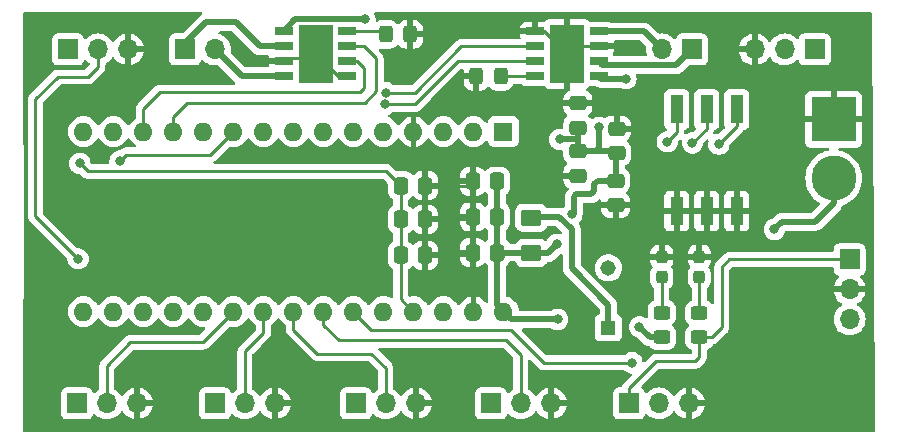
<source format=gbr>
%TF.GenerationSoftware,KiCad,Pcbnew,8.0.4*%
%TF.CreationDate,2024-08-28T14:32:29-04:00*%
%TF.ProjectId,luytenPCB,6c757974-656e-4504-9342-2e6b69636164,rev?*%
%TF.SameCoordinates,Original*%
%TF.FileFunction,Copper,L1,Top*%
%TF.FilePolarity,Positive*%
%FSLAX46Y46*%
G04 Gerber Fmt 4.6, Leading zero omitted, Abs format (unit mm)*
G04 Created by KiCad (PCBNEW 8.0.4) date 2024-08-28 14:32:29*
%MOMM*%
%LPD*%
G01*
G04 APERTURE LIST*
G04 Aperture macros list*
%AMRoundRect*
0 Rectangle with rounded corners*
0 $1 Rounding radius*
0 $2 $3 $4 $5 $6 $7 $8 $9 X,Y pos of 4 corners*
0 Add a 4 corners polygon primitive as box body*
4,1,4,$2,$3,$4,$5,$6,$7,$8,$9,$2,$3,0*
0 Add four circle primitives for the rounded corners*
1,1,$1+$1,$2,$3*
1,1,$1+$1,$4,$5*
1,1,$1+$1,$6,$7*
1,1,$1+$1,$8,$9*
0 Add four rect primitives between the rounded corners*
20,1,$1+$1,$2,$3,$4,$5,0*
20,1,$1+$1,$4,$5,$6,$7,0*
20,1,$1+$1,$6,$7,$8,$9,0*
20,1,$1+$1,$8,$9,$2,$3,0*%
G04 Aperture macros list end*
%TA.AperFunction,ComponentPad*%
%ADD10R,1.308000X1.308000*%
%TD*%
%TA.AperFunction,ComponentPad*%
%ADD11C,1.308000*%
%TD*%
%TA.AperFunction,ComponentPad*%
%ADD12R,1.600000X1.600000*%
%TD*%
%TA.AperFunction,ComponentPad*%
%ADD13O,1.600000X1.600000*%
%TD*%
%TA.AperFunction,SMDPad,CuDef*%
%ADD14RoundRect,0.250000X-0.337500X-0.475000X0.337500X-0.475000X0.337500X0.475000X-0.337500X0.475000X0*%
%TD*%
%TA.AperFunction,SMDPad,CuDef*%
%ADD15RoundRect,0.237500X-0.237500X0.300000X-0.237500X-0.300000X0.237500X-0.300000X0.237500X0.300000X0*%
%TD*%
%TA.AperFunction,SMDPad,CuDef*%
%ADD16RoundRect,0.250000X-0.475000X0.337500X-0.475000X-0.337500X0.475000X-0.337500X0.475000X0.337500X0*%
%TD*%
%TA.AperFunction,SMDPad,CuDef*%
%ADD17RoundRect,0.250000X0.325000X0.450000X-0.325000X0.450000X-0.325000X-0.450000X0.325000X-0.450000X0*%
%TD*%
%TA.AperFunction,SMDPad,CuDef*%
%ADD18RoundRect,0.250000X0.450000X-0.325000X0.450000X0.325000X-0.450000X0.325000X-0.450000X-0.325000X0*%
%TD*%
%TA.AperFunction,SMDPad,CuDef*%
%ADD19R,1.120000X2.440000*%
%TD*%
%TA.AperFunction,ComponentPad*%
%ADD20O,1.700000X1.700000*%
%TD*%
%TA.AperFunction,ComponentPad*%
%ADD21R,1.700000X1.700000*%
%TD*%
%TA.AperFunction,SMDPad,CuDef*%
%ADD22RoundRect,0.250000X0.475000X-0.337500X0.475000X0.337500X-0.475000X0.337500X-0.475000X-0.337500X0*%
%TD*%
%TA.AperFunction,SMDPad,CuDef*%
%ADD23RoundRect,0.250000X0.337500X0.475000X-0.337500X0.475000X-0.337500X-0.475000X0.337500X-0.475000X0*%
%TD*%
%TA.AperFunction,SMDPad,CuDef*%
%ADD24RoundRect,0.250001X-0.624999X0.462499X-0.624999X-0.462499X0.624999X-0.462499X0.624999X0.462499X0*%
%TD*%
%TA.AperFunction,SMDPad,CuDef*%
%ADD25RoundRect,0.015000X0.760000X0.285000X-0.760000X0.285000X-0.760000X-0.285000X0.760000X-0.285000X0*%
%TD*%
%TA.AperFunction,SMDPad,CuDef*%
%ADD26R,2.950000X4.900000*%
%TD*%
%TA.AperFunction,SMDPad,CuDef*%
%ADD27RoundRect,0.250000X-0.325000X-0.450000X0.325000X-0.450000X0.325000X0.450000X-0.325000X0.450000X0*%
%TD*%
%TA.AperFunction,SMDPad,CuDef*%
%ADD28RoundRect,0.015000X-0.760000X-0.285000X0.760000X-0.285000X0.760000X0.285000X-0.760000X0.285000X0*%
%TD*%
%TA.AperFunction,ComponentPad*%
%ADD29R,3.800000X3.800000*%
%TD*%
%TA.AperFunction,ComponentPad*%
%ADD30C,3.800000*%
%TD*%
%TA.AperFunction,ViaPad*%
%ADD31C,0.800000*%
%TD*%
%TA.AperFunction,Conductor*%
%ADD32C,0.500000*%
%TD*%
%TA.AperFunction,Conductor*%
%ADD33C,0.250000*%
%TD*%
G04 APERTURE END LIST*
D10*
%TO.P,SW1,1,A*%
%TO.N,Net-(SW1-A)*%
X95802700Y-54051200D03*
D11*
%TO.P,SW1,3,B*%
%TO.N,Net-(J1-Pin_2)*%
X95802700Y-48971200D03*
%TD*%
D12*
%TO.P,A1,1,D1/TX*%
%TO.N,unconnected-(A1-D1{slash}TX-Pad1)*%
X86918800Y-37439600D03*
D13*
%TO.P,A1,2,D0/RX*%
%TO.N,unconnected-(A1-D0{slash}RX-Pad2)*%
X84378800Y-37439600D03*
%TO.P,A1,3,~{RESET}*%
%TO.N,unconnected-(A1-~{RESET}-Pad3)*%
X81838800Y-37439600D03*
%TO.P,A1,4,GND*%
%TO.N,GND*%
X79298800Y-37439600D03*
%TO.P,A1,5,D2*%
%TO.N,PS1*%
X76758800Y-37439600D03*
%TO.P,A1,6,D3*%
%TO.N,PS2*%
X74218800Y-37439600D03*
%TO.P,A1,7,D4*%
%TO.N,PS3*%
X71678800Y-37439600D03*
%TO.P,A1,8,D5*%
%TO.N,MDC1_1*%
X69138800Y-37439600D03*
%TO.P,A1,9,D6*%
%TO.N,MDC1_2*%
X66598800Y-37439600D03*
%TO.P,A1,10,D7*%
%TO.N,START_SIGNAL*%
X64058800Y-37439600D03*
%TO.P,A1,11,D8*%
%TO.N,unconnected-(A1-D8-Pad11)*%
X61518800Y-37439600D03*
%TO.P,A1,12,D9*%
%TO.N,MDC2_1*%
X58978800Y-37439600D03*
%TO.P,A1,13,D10*%
%TO.N,MDC2_2*%
X56438800Y-37439600D03*
%TO.P,A1,14,D11*%
%TO.N,unconnected-(A1-D11-Pad14)*%
X53898800Y-37439600D03*
%TO.P,A1,15,D12*%
%TO.N,unconnected-(A1-D12-Pad15)*%
X51358800Y-37439600D03*
%TO.P,A1,16,D13*%
%TO.N,unconnected-(A1-D13-Pad16)*%
X51358800Y-52679600D03*
%TO.P,A1,17,3V3*%
%TO.N,unconnected-(A1-3V3-Pad17)*%
X53898800Y-52679600D03*
%TO.P,A1,18,AREF*%
%TO.N,unconnected-(A1-AREF-Pad18)*%
X56438800Y-52679600D03*
%TO.P,A1,19,A0*%
%TO.N,unconnected-(A1-A0-Pad19)*%
X58978800Y-52679600D03*
%TO.P,A1,20,A1*%
%TO.N,RF_INT*%
X61518800Y-52679600D03*
%TO.P,A1,21,A2*%
%TO.N,DIST_R_INT*%
X64058800Y-52679600D03*
%TO.P,A1,22,A3*%
%TO.N,DIST_RM_INT*%
X66598800Y-52679600D03*
%TO.P,A1,23,A4*%
%TO.N,DIST_C_INT*%
X69138800Y-52679600D03*
%TO.P,A1,24,A5*%
%TO.N,DIST_LM_INT*%
X71678800Y-52679600D03*
%TO.P,A1,25,A6*%
%TO.N,DIST_L_INT*%
X74218800Y-52679600D03*
%TO.P,A1,26,A7*%
%TO.N,LF_INT*%
X76758800Y-52679600D03*
%TO.P,A1,27,+5V*%
%TO.N,Arduino5V*%
X79298800Y-52679600D03*
%TO.P,A1,28,~{RESET}*%
%TO.N,unconnected-(A1-~{RESET}-Pad28)*%
X81838800Y-52679600D03*
%TO.P,A1,29,GND*%
%TO.N,GND*%
X84378800Y-52679600D03*
%TO.P,A1,30,VIN*%
%TO.N,ArduinoVIN*%
X86918800Y-52679600D03*
%TD*%
D14*
%TO.P,C6,1*%
%TO.N,Arduino5V*%
X78210500Y-47904400D03*
%TO.P,C6,2*%
%TO.N,GND*%
X80285500Y-47904400D03*
%TD*%
D15*
%TO.P,D2,1,K*%
%TO.N,GND*%
X100330000Y-48032500D03*
%TO.P,D2,2,A*%
%TO.N,Net-(D2-A)*%
X100330000Y-49757500D03*
%TD*%
D16*
%TO.P,C8,1*%
%TO.N,ArduinoVIN*%
X96425359Y-41580932D03*
%TO.P,C8,2*%
%TO.N,GND*%
X96425359Y-43655932D03*
%TD*%
D17*
%TO.P,R8,1*%
%TO.N,Net-(IC1-ILIM)*%
X86673800Y-32766000D03*
%TO.P,R8,2*%
%TO.N,GND*%
X84623800Y-32766000D03*
%TD*%
D18*
%TO.P,R1,1*%
%TO.N,Arduino5V*%
X103505000Y-54837500D03*
%TO.P,R1,2*%
%TO.N,Net-(D1-A)*%
X103505000Y-52787500D03*
%TD*%
D19*
%TO.P,SW2,1*%
%TO.N,GND*%
X101600000Y-44170000D03*
%TO.P,SW2,2*%
X104140000Y-44170000D03*
%TO.P,SW2,3*%
X106680000Y-44170000D03*
%TO.P,SW2,4*%
%TO.N,PS3*%
X106680000Y-35560000D03*
%TO.P,SW2,5*%
%TO.N,PS2*%
X104140000Y-35560000D03*
%TO.P,SW2,6*%
%TO.N,PS1*%
X101600000Y-35560000D03*
%TD*%
D20*
%TO.P,J7,3,Pin_3*%
%TO.N,GND*%
X90932000Y-60452000D03*
%TO.P,J7,2,Pin_2*%
%TO.N,DIST_LM_INT*%
X88392000Y-60452000D03*
D21*
%TO.P,J7,1,Pin_1*%
%TO.N,Arduino5V*%
X85852000Y-60452000D03*
%TD*%
%TO.P,J10,1,Pin_1*%
%TO.N,Arduino5V*%
X116225548Y-48260000D03*
D20*
%TO.P,J10,2,Pin_2*%
%TO.N,GND*%
X116225548Y-50800000D03*
%TO.P,J10,3,Pin_3*%
%TO.N,START_SIGNAL*%
X116225548Y-53340000D03*
%TD*%
D21*
%TO.P,J8,1,Pin_1*%
%TO.N,Arduino5V*%
X50800000Y-60452000D03*
D20*
%TO.P,J8,2,Pin_2*%
%TO.N,DIST_R_INT*%
X53340000Y-60452000D03*
%TO.P,J8,3,Pin_3*%
%TO.N,GND*%
X55880000Y-60452000D03*
%TD*%
D22*
%TO.P,C7,1*%
%TO.N,ArduinoVIN*%
X96500133Y-39256928D03*
%TO.P,C7,2*%
%TO.N,GND*%
X96500133Y-37181928D03*
%TD*%
D23*
%TO.P,C3,1*%
%TO.N,ArduinoVIN*%
X86387065Y-41654223D03*
%TO.P,C3,2*%
%TO.N,GND*%
X84312065Y-41654223D03*
%TD*%
D15*
%TO.P,D1,1,K*%
%TO.N,GND*%
X103505000Y-48032500D03*
%TO.P,D1,2,A*%
%TO.N,Net-(D1-A)*%
X103505000Y-49757500D03*
%TD*%
D24*
%TO.P,F1,1*%
%TO.N,Net-(SW1-A)*%
X89281000Y-44740500D03*
%TO.P,F1,2*%
%TO.N,ArduinoVIN*%
X89281000Y-47715500D03*
%TD*%
D25*
%TO.P,IC2,1,GND*%
%TO.N,GND*%
X73708000Y-32751000D03*
%TO.P,IC2,2,IN2*%
%TO.N,MDC2_2*%
X73708000Y-31481000D03*
%TO.P,IC2,3,IN1*%
%TO.N,MDC2_1*%
X73708000Y-30211000D03*
%TO.P,IC2,4,ILIM*%
%TO.N,Net-(IC2-ILIM)*%
X73708000Y-28941000D03*
%TO.P,IC2,5,VM*%
%TO.N,Net-(IC2-VM)*%
X68308000Y-28941000D03*
%TO.P,IC2,6,OUT1*%
%TO.N,Net-(IC2-OUT1)*%
X68308000Y-30211000D03*
%TO.P,IC2,7,PGND*%
%TO.N,GND*%
X68308000Y-31481000D03*
%TO.P,IC2,8,OUT2*%
%TO.N,Net-(IC2-OUT2)*%
X68308000Y-32751000D03*
D26*
%TO.P,IC2,9,PAD*%
%TO.N,GND*%
X71008000Y-30846000D03*
%TD*%
D16*
%TO.P,C9,1*%
%TO.N,ArduinoVIN*%
X93218000Y-39094500D03*
%TO.P,C9,2*%
%TO.N,GND*%
X93218000Y-41169500D03*
%TD*%
D21*
%TO.P,J6,1,Pin_1*%
%TO.N,Arduino5V*%
X97551000Y-60452000D03*
D20*
%TO.P,J6,2,Pin_2*%
%TO.N,DIST_L_INT*%
X100091000Y-60452000D03*
%TO.P,J6,3,Pin_3*%
%TO.N,GND*%
X102631000Y-60452000D03*
%TD*%
D18*
%TO.P,R2,1*%
%TO.N,ArduinoVIN*%
X100330000Y-54837500D03*
%TO.P,R2,2*%
%TO.N,Net-(D2-A)*%
X100330000Y-52787500D03*
%TD*%
D14*
%TO.P,C4,1*%
%TO.N,Arduino5V*%
X78210500Y-42011600D03*
%TO.P,C4,2*%
%TO.N,GND*%
X80285500Y-42011600D03*
%TD*%
D22*
%TO.P,C10,1*%
%TO.N,ArduinoVIN*%
X93218000Y-37105500D03*
%TO.P,C10,2*%
%TO.N,GND*%
X93218000Y-35030500D03*
%TD*%
D27*
%TO.P,R9,1*%
%TO.N,Net-(IC2-ILIM)*%
X76953000Y-29210000D03*
%TO.P,R9,2*%
%TO.N,GND*%
X79003000Y-29210000D03*
%TD*%
D14*
%TO.P,C5,1*%
%TO.N,Arduino5V*%
X78210500Y-44856400D03*
%TO.P,C5,2*%
%TO.N,GND*%
X80285500Y-44856400D03*
%TD*%
D23*
%TO.P,C1,1*%
%TO.N,ArduinoVIN*%
X86387065Y-47674223D03*
%TO.P,C1,2*%
%TO.N,GND*%
X84312065Y-47674223D03*
%TD*%
D21*
%TO.P,J4,1,Pin_1*%
%TO.N,Arduino5V*%
X50053000Y-30480000D03*
D20*
%TO.P,J4,2,Pin_2*%
%TO.N,RF_INT*%
X52593000Y-30480000D03*
%TO.P,J4,3,Pin_3*%
%TO.N,GND*%
X55133000Y-30480000D03*
%TD*%
D28*
%TO.P,IC1,1,GND*%
%TO.N,GND*%
X89596000Y-28956000D03*
%TO.P,IC1,2,IN2*%
%TO.N,MDC1_2*%
X89596000Y-30226000D03*
%TO.P,IC1,3,IN1*%
%TO.N,MDC1_1*%
X89596000Y-31496000D03*
%TO.P,IC1,4,ILIM*%
%TO.N,Net-(IC1-ILIM)*%
X89596000Y-32766000D03*
%TO.P,IC1,5,VM*%
%TO.N,Net-(IC1-VM)*%
X94996000Y-32766000D03*
%TO.P,IC1,6,OUT1*%
%TO.N,Net-(IC1-OUT1)*%
X94996000Y-31496000D03*
%TO.P,IC1,7,PGND*%
%TO.N,GND*%
X94996000Y-30226000D03*
%TO.P,IC1,8,OUT2*%
%TO.N,Net-(IC1-OUT2)*%
X94996000Y-28956000D03*
D26*
%TO.P,IC1,9,PAD*%
%TO.N,GND*%
X92296000Y-30861000D03*
%TD*%
D21*
%TO.P,J5,1,Pin_1*%
%TO.N,Arduino5V*%
X113269000Y-30480000D03*
D20*
%TO.P,J5,2,Pin_2*%
%TO.N,LF_INT*%
X110729000Y-30480000D03*
%TO.P,J5,3,Pin_3*%
%TO.N,GND*%
X108189000Y-30480000D03*
%TD*%
D21*
%TO.P,J2,1,Pin_1*%
%TO.N,Net-(IC1-OUT1)*%
X102870000Y-30480000D03*
D20*
%TO.P,J2,2,Pin_2*%
%TO.N,Net-(IC1-OUT2)*%
X100330000Y-30480000D03*
%TD*%
D29*
%TO.P,J1,1,Pin_1*%
%TO.N,GND*%
X114879891Y-36399162D03*
D30*
%TO.P,J1,2,Pin_2*%
%TO.N,Net-(J1-Pin_2)*%
X114879891Y-41399162D03*
%TD*%
D21*
%TO.P,J9,1,Pin_1*%
%TO.N,Arduino5V*%
X62484000Y-60452000D03*
D20*
%TO.P,J9,2,Pin_2*%
%TO.N,DIST_RM_INT*%
X65024000Y-60452000D03*
%TO.P,J9,3,Pin_3*%
%TO.N,GND*%
X67564000Y-60452000D03*
%TD*%
D23*
%TO.P,C2,1*%
%TO.N,ArduinoVIN*%
X86387065Y-44664223D03*
%TO.P,C2,2*%
%TO.N,GND*%
X84312065Y-44664223D03*
%TD*%
D21*
%TO.P,J3,1,Pin_1*%
%TO.N,Net-(IC2-OUT1)*%
X59944000Y-30480000D03*
D20*
%TO.P,J3,2,Pin_2*%
%TO.N,Net-(IC2-OUT2)*%
X62484000Y-30480000D03*
%TD*%
%TO.P,J11,3,Pin_3*%
%TO.N,GND*%
X79502000Y-60452000D03*
%TO.P,J11,2,Pin_2*%
%TO.N,DIST_C_INT*%
X76962000Y-60452000D03*
D21*
%TO.P,J11,1,Pin_1*%
%TO.N,Arduino5V*%
X74422000Y-60452000D03*
%TD*%
D31*
%TO.N,PS3*%
X105156000Y-38506400D03*
%TO.N,PS2*%
X102920800Y-38404800D03*
%TO.N,PS1*%
X100787200Y-38303200D03*
%TO.N,RF_INT*%
X50901600Y-48209200D03*
%TO.N,START_SIGNAL*%
X54457600Y-39928800D03*
%TO.N,MDC1_1*%
X76909441Y-35136221D03*
%TO.N,MDC1_2*%
X76962000Y-34137600D03*
%TO.N,Net-(IC1-VM)*%
X97282000Y-32969200D03*
%TO.N,ArduinoVIN*%
X94996000Y-37084000D03*
%TO.N,Arduino5V*%
X51054000Y-40132000D03*
%TO.N,GND*%
X73152000Y-45212000D03*
X71628000Y-45212000D03*
X108458000Y-57658000D03*
X66040000Y-42418000D03*
X58013600Y-45415200D03*
X63957200Y-46278800D03*
X70612000Y-31242000D03*
X91694000Y-29464000D03*
X91694000Y-31242000D03*
X71628000Y-30480000D03*
X66040000Y-44450000D03*
X109982000Y-57658000D03*
X113030000Y-57658000D03*
X92710000Y-30226000D03*
X73152000Y-43688000D03*
X65024000Y-30988000D03*
X70612000Y-29464000D03*
X110744000Y-34798000D03*
X110744000Y-33528000D03*
X71628000Y-32004000D03*
X111506000Y-57658000D03*
X92710000Y-32004000D03*
X64008000Y-42418000D03*
X66040000Y-46329600D03*
X64008000Y-44450000D03*
X110744000Y-36068000D03*
X71628000Y-43688000D03*
X66294000Y-31496000D03*
X97536000Y-30226000D03*
X58013600Y-43637200D03*
%TO.N,ArduinoVIN*%
X91440000Y-46990000D03*
X92710000Y-44450000D03*
X91500000Y-53340000D03*
X91694000Y-38100000D03*
X98425000Y-53975000D03*
%TO.N,Net-(IC2-VM)*%
X75184000Y-27940000D03*
%TO.N,Net-(J1-Pin_2)*%
X109855000Y-45720000D03*
%TO.N,DIST_L_INT*%
X97790000Y-56997600D03*
%TD*%
D32*
%TO.N,Net-(SW1-A)*%
X95802700Y-52114700D02*
X95802700Y-54051200D01*
X92710000Y-49022000D02*
X95802700Y-52114700D01*
X92710000Y-45720000D02*
X92710000Y-49022000D01*
X89535000Y-44650000D02*
X91640000Y-44650000D01*
X91640000Y-44650000D02*
X92710000Y-45720000D01*
D33*
%TO.N,Arduino5V*%
X51714400Y-40792400D02*
X76991300Y-40792400D01*
X76991300Y-40792400D02*
X78210500Y-42011600D01*
X51054000Y-40132000D02*
X51714400Y-40792400D01*
%TO.N,GND*%
X83954688Y-42011600D02*
X84312065Y-41654223D01*
X80285500Y-42011600D02*
X83954688Y-42011600D01*
X84119888Y-44856400D02*
X84312065Y-44664223D01*
X80285500Y-44856400D02*
X84119888Y-44856400D01*
X84378800Y-52679600D02*
X84378800Y-47740958D01*
X84378800Y-47740958D02*
X84312065Y-47674223D01*
X84081888Y-47904400D02*
X84312065Y-47674223D01*
X80285500Y-47904400D02*
X84081888Y-47904400D01*
%TO.N,PS3*%
X105156000Y-38506400D02*
X106680000Y-36982400D01*
X106680000Y-36982400D02*
X106680000Y-35560000D01*
%TO.N,PS2*%
X102920800Y-38404800D02*
X104140000Y-37185600D01*
X104140000Y-37185600D02*
X104140000Y-35560000D01*
%TO.N,PS1*%
X101600000Y-37490400D02*
X101600000Y-35560000D01*
X100787200Y-38303200D02*
X101600000Y-37490400D01*
%TO.N,RF_INT*%
X52593000Y-31938200D02*
X52593000Y-30480000D01*
X51714400Y-32816800D02*
X52593000Y-31938200D01*
X49174400Y-32816800D02*
X51714400Y-32816800D01*
X47294800Y-34696400D02*
X49174400Y-32816800D01*
X50901600Y-48209200D02*
X47294800Y-44602400D01*
X47294800Y-44602400D02*
X47294800Y-34696400D01*
%TO.N,START_SIGNAL*%
X54979400Y-39407000D02*
X54457600Y-39928800D01*
X62091400Y-39407000D02*
X54979400Y-39407000D01*
X64058800Y-37439600D02*
X62091400Y-39407000D01*
%TO.N,DIST_LM_INT*%
X88392000Y-56337200D02*
X88392000Y-60452000D01*
X72999600Y-55118000D02*
X87172800Y-55118000D01*
X71678800Y-53797200D02*
X72999600Y-55118000D01*
X71678800Y-52679600D02*
X71678800Y-53797200D01*
X87172800Y-55118000D02*
X88392000Y-56337200D01*
%TO.N,DIST_C_INT*%
X76962000Y-57454800D02*
X76962000Y-60452000D01*
X71170800Y-56235600D02*
X75742800Y-56235600D01*
X69138800Y-54203600D02*
X71170800Y-56235600D01*
X69138800Y-52679600D02*
X69138800Y-54203600D01*
X75742800Y-56235600D02*
X76962000Y-57454800D01*
%TO.N,DIST_RM_INT*%
X65024000Y-56032400D02*
X65024000Y-60452000D01*
X66598800Y-54457600D02*
X65024000Y-56032400D01*
X66598800Y-52679600D02*
X66598800Y-54457600D01*
%TO.N,DIST_R_INT*%
X55321200Y-55270400D02*
X53340000Y-57251600D01*
X61468000Y-55270400D02*
X55321200Y-55270400D01*
X64058800Y-52679600D02*
X61468000Y-55270400D01*
X53340000Y-57251600D02*
X53340000Y-60452000D01*
%TO.N,MDC2_1*%
X58978800Y-36169600D02*
X58978800Y-37439600D01*
X60147200Y-35001200D02*
X58978800Y-36169600D01*
X75184000Y-35001200D02*
X60147200Y-35001200D01*
X76149200Y-34036000D02*
X75184000Y-35001200D01*
X76149200Y-31242000D02*
X76149200Y-34036000D01*
X75118200Y-30211000D02*
X76149200Y-31242000D01*
X73708000Y-30211000D02*
X75118200Y-30211000D01*
%TO.N,MDC2_2*%
X56438800Y-35509200D02*
X56438800Y-37439600D01*
X57861200Y-34086800D02*
X56438800Y-35509200D01*
X74777600Y-34086800D02*
X57861200Y-34086800D01*
X75082400Y-33782000D02*
X74777600Y-34086800D01*
X75082400Y-32080400D02*
X75082400Y-33782000D01*
X74483000Y-31481000D02*
X75082400Y-32080400D01*
X73708000Y-31481000D02*
X74483000Y-31481000D01*
%TO.N,MDC1_1*%
X79857600Y-34696400D02*
X79417779Y-35136221D01*
X83058000Y-31496000D02*
X79857600Y-34696400D01*
X79417779Y-35136221D02*
X76909441Y-35136221D01*
X89596000Y-31496000D02*
X83058000Y-31496000D01*
%TO.N,MDC1_2*%
X79451200Y-34137600D02*
X76962000Y-34137600D01*
X83362800Y-30226000D02*
X79451200Y-34137600D01*
X89596000Y-30226000D02*
X83362800Y-30226000D01*
%TO.N,Net-(IC1-ILIM)*%
X86673800Y-32766000D02*
X89596000Y-32766000D01*
%TO.N,Arduino5V*%
X78210500Y-51591300D02*
X79298800Y-52679600D01*
X78210500Y-47904400D02*
X78210500Y-51591300D01*
%TO.N,GND*%
X80285500Y-44856400D02*
X80285500Y-47904400D01*
X80285500Y-42011600D02*
X80285500Y-44856400D01*
%TO.N,Arduino5V*%
X78210500Y-44856400D02*
X78210500Y-47904400D01*
X78210500Y-42011600D02*
X78210500Y-44856400D01*
D32*
%TO.N,ArduinoVIN*%
X87579200Y-53340000D02*
X86918800Y-52679600D01*
X91500000Y-53340000D02*
X87579200Y-53340000D01*
X86387065Y-52147865D02*
X86918800Y-52679600D01*
X86387065Y-47674223D02*
X86387065Y-52147865D01*
%TO.N,Net-(IC1-VM)*%
X97282000Y-32969200D02*
X95199200Y-32969200D01*
X95199200Y-32969200D02*
X94996000Y-32766000D01*
%TO.N,ArduinoVIN*%
X94996000Y-38840500D02*
X94996000Y-37084000D01*
X86772000Y-48059158D02*
X86387065Y-47674223D01*
D33*
%TO.N,Arduino5V*%
X106045000Y-48260000D02*
X105410000Y-48895000D01*
X105410000Y-53975000D02*
X104547500Y-54837500D01*
X103505000Y-54837500D02*
X104547500Y-54837500D01*
X116225548Y-48260000D02*
X106045000Y-48260000D01*
X105410000Y-48895000D02*
X105410000Y-53975000D01*
%TO.N,GND*%
X70612000Y-31242000D02*
X68547000Y-31242000D01*
X89596000Y-28956000D02*
X90391000Y-28956000D01*
X68547000Y-31242000D02*
X68308000Y-31481000D01*
X92931000Y-30226000D02*
X92296000Y-30861000D01*
X90391000Y-28956000D02*
X92296000Y-30861000D01*
X72913000Y-32751000D02*
X73708000Y-32751000D01*
X71008000Y-30846000D02*
X72913000Y-32751000D01*
X84312065Y-41654223D02*
X84312065Y-44664223D01*
X84312065Y-44664223D02*
X84312065Y-47674223D01*
X94996000Y-30226000D02*
X92931000Y-30226000D01*
D32*
%TO.N,ArduinoVIN*%
X91694000Y-38100000D02*
X93218000Y-38100000D01*
X94742000Y-39094500D02*
X94996000Y-38840500D01*
X100330000Y-54837500D02*
X99287500Y-54837500D01*
X86387065Y-44664223D02*
X86387065Y-41654223D01*
X91440000Y-46990000D02*
X90714500Y-47715500D01*
X89239723Y-47674223D02*
X86387065Y-47674223D01*
X93218000Y-37105500D02*
X93218000Y-38100000D01*
D33*
X96425359Y-39331702D02*
X96500133Y-39256928D01*
D32*
X94357005Y-42752202D02*
X94615000Y-42494207D01*
%TO.N,Net-(IC2-VM)*%
X69309000Y-27940000D02*
X75184000Y-27940000D01*
%TO.N,ArduinoVIN*%
X96188157Y-39094500D02*
X96425359Y-39331702D01*
X93087005Y-42752202D02*
X94357005Y-42752202D01*
X96425359Y-41580932D02*
X96425359Y-39331702D01*
X93218000Y-39094500D02*
X94742000Y-39094500D01*
D33*
X92862005Y-44297995D02*
X92710000Y-44450000D01*
D32*
X94615000Y-42494207D02*
X94615000Y-41899466D01*
X94742000Y-39094500D02*
X96188157Y-39094500D01*
X99287500Y-54837500D02*
X98425000Y-53975000D01*
X93218000Y-38100000D02*
X93218000Y-39094500D01*
D33*
X89281000Y-47715500D02*
X89239723Y-47674223D01*
D32*
X92862005Y-42977202D02*
X92862005Y-44297995D01*
X94615000Y-41899466D02*
X94933534Y-41580932D01*
X86387065Y-47674223D02*
X86387065Y-44664223D01*
X94933534Y-41580932D02*
X96425359Y-41580932D01*
X90714500Y-47715500D02*
X89281000Y-47715500D01*
%TO.N,Net-(IC2-VM)*%
X68308000Y-28941000D02*
X69309000Y-27940000D01*
%TO.N,ArduinoVIN*%
X93087005Y-42752202D02*
X92862005Y-42977202D01*
%TO.N,Net-(J1-Pin_2)*%
X110490000Y-45085000D02*
X113284000Y-45085000D01*
X109855000Y-45720000D02*
X110490000Y-45085000D01*
X113284000Y-45085000D02*
X114879891Y-43489109D01*
X114879891Y-43489109D02*
X114879891Y-41399162D01*
%TO.N,Net-(IC1-OUT2)*%
X94996000Y-28956000D02*
X98806000Y-28956000D01*
X98806000Y-28956000D02*
X100330000Y-30480000D01*
%TO.N,Net-(IC1-OUT1)*%
X94996000Y-31496000D02*
X95296000Y-31796000D01*
X95296000Y-31796000D02*
X101554000Y-31796000D01*
X101554000Y-31796000D02*
X102870000Y-30480000D01*
%TO.N,Net-(IC2-OUT2)*%
X64755000Y-32751000D02*
X62484000Y-30480000D01*
X68308000Y-32751000D02*
X64755000Y-32751000D01*
%TO.N,Net-(IC2-OUT1)*%
X66279000Y-30211000D02*
X64262000Y-28194000D01*
X59944000Y-29972000D02*
X59944000Y-30480000D01*
X64262000Y-28194000D02*
X61722000Y-28194000D01*
X61722000Y-28194000D02*
X59944000Y-29972000D01*
X68308000Y-30211000D02*
X66279000Y-30211000D01*
D33*
%TO.N,Net-(D2-A)*%
X100330000Y-49757500D02*
X100330000Y-52787500D01*
%TO.N,Net-(D1-A)*%
X103505000Y-49757500D02*
X103505000Y-52787500D01*
%TO.N,Net-(IC2-ILIM)*%
X73708000Y-28941000D02*
X76684000Y-28941000D01*
X76684000Y-28941000D02*
X76953000Y-29210000D01*
%TO.N,Arduino5V*%
X103505000Y-56515000D02*
X103505000Y-54837500D01*
X103124000Y-56896000D02*
X103505000Y-56515000D01*
X99822000Y-56896000D02*
X103124000Y-56896000D01*
X97551000Y-60452000D02*
X97551000Y-59167000D01*
X97551000Y-59167000D02*
X99822000Y-56896000D01*
%TO.N,DIST_L_INT*%
X74218800Y-52679600D02*
X75742800Y-54203600D01*
X75742800Y-54203600D02*
X87172800Y-54203600D01*
X87172800Y-54203600D02*
X87528400Y-54203600D01*
X87528400Y-54203600D02*
X89306400Y-55981600D01*
X90322400Y-56997600D02*
X97790000Y-56997600D01*
X89306400Y-55981600D02*
X90322400Y-56997600D01*
%TD*%
%TA.AperFunction,Conductor*%
%TO.N,GND*%
G36*
X98510809Y-29726185D02*
G01*
X98531451Y-29742819D01*
X98957130Y-30168497D01*
X98990615Y-30229820D01*
X98992977Y-30266985D01*
X98974341Y-30479997D01*
X98974341Y-30480000D01*
X98994936Y-30715403D01*
X98994938Y-30715413D01*
X99041559Y-30889407D01*
X99039896Y-30959257D01*
X99000733Y-31017119D01*
X98936505Y-31044623D01*
X98921784Y-31045500D01*
X96329265Y-31045500D01*
X96262226Y-31025815D01*
X96216471Y-30973011D01*
X96213911Y-30966990D01*
X96209567Y-30955976D01*
X96209566Y-30955973D01*
X96209405Y-30955761D01*
X96194050Y-30935512D01*
X96169226Y-30870201D01*
X96183653Y-30801837D01*
X96194051Y-30785658D01*
X96209125Y-30765779D01*
X96261060Y-30634081D01*
X96261061Y-30634077D01*
X96271000Y-30551319D01*
X96271000Y-30476000D01*
X94870000Y-30476000D01*
X94802961Y-30456315D01*
X94757206Y-30403511D01*
X94746000Y-30352000D01*
X94746000Y-30100000D01*
X94765685Y-30032961D01*
X94818489Y-29987206D01*
X94870000Y-29976000D01*
X96270999Y-29976000D01*
X96270999Y-29900689D01*
X96264346Y-29845284D01*
X96275898Y-29776375D01*
X96322870Y-29724651D01*
X96387462Y-29706500D01*
X98443770Y-29706500D01*
X98510809Y-29726185D01*
G37*
%TD.AperFunction*%
%TA.AperFunction,Conductor*%
G36*
X61359885Y-27324685D02*
G01*
X61405640Y-27377489D01*
X61415584Y-27446647D01*
X61386559Y-27510203D01*
X61361739Y-27532100D01*
X61317270Y-27561813D01*
X61317269Y-27561814D01*
X61317268Y-27561813D01*
X61243588Y-27611044D01*
X61243580Y-27611050D01*
X59761449Y-29093181D01*
X59700126Y-29126666D01*
X59673768Y-29129500D01*
X59046129Y-29129500D01*
X59046123Y-29129501D01*
X58986516Y-29135908D01*
X58851671Y-29186202D01*
X58851664Y-29186206D01*
X58736455Y-29272452D01*
X58736452Y-29272455D01*
X58650206Y-29387664D01*
X58650202Y-29387671D01*
X58599908Y-29522517D01*
X58593501Y-29582116D01*
X58593501Y-29582123D01*
X58593500Y-29582135D01*
X58593500Y-31377870D01*
X58593501Y-31377876D01*
X58599908Y-31437483D01*
X58650202Y-31572328D01*
X58650206Y-31572335D01*
X58736452Y-31687544D01*
X58736455Y-31687547D01*
X58851664Y-31773793D01*
X58851671Y-31773797D01*
X58986517Y-31824091D01*
X58986516Y-31824091D01*
X58993444Y-31824835D01*
X59046127Y-31830500D01*
X60841872Y-31830499D01*
X60901483Y-31824091D01*
X61036331Y-31773796D01*
X61151546Y-31687546D01*
X61237796Y-31572331D01*
X61286810Y-31440916D01*
X61328681Y-31384984D01*
X61394145Y-31360566D01*
X61462418Y-31375417D01*
X61490673Y-31396569D01*
X61612599Y-31518495D01*
X61709384Y-31586265D01*
X61806165Y-31654032D01*
X61806167Y-31654033D01*
X61806170Y-31654035D01*
X62020337Y-31753903D01*
X62020343Y-31753904D01*
X62020344Y-31753905D01*
X62075285Y-31768626D01*
X62248592Y-31815063D01*
X62436918Y-31831539D01*
X62483999Y-31835659D01*
X62484000Y-31835659D01*
X62484001Y-31835659D01*
X62519284Y-31832571D01*
X62697013Y-31817022D01*
X62765512Y-31830788D01*
X62795501Y-31852869D01*
X64192251Y-33249619D01*
X64225736Y-33310942D01*
X64220752Y-33380634D01*
X64178880Y-33436567D01*
X64113416Y-33460984D01*
X64104570Y-33461300D01*
X57922806Y-33461300D01*
X57799593Y-33461300D01*
X57742492Y-33472658D01*
X57742491Y-33472657D01*
X57678755Y-33485335D01*
X57678745Y-33485338D01*
X57614137Y-33512100D01*
X57564915Y-33532487D01*
X57462465Y-33600942D01*
X57462462Y-33600945D01*
X56351109Y-34712300D01*
X56040069Y-35023340D01*
X56040067Y-35023342D01*
X56014247Y-35049162D01*
X55952944Y-35110464D01*
X55935733Y-35136223D01*
X55935732Y-35136223D01*
X55884490Y-35212909D01*
X55884485Y-35212918D01*
X55856493Y-35280500D01*
X55851147Y-35293407D01*
X55845623Y-35306743D01*
X55837337Y-35326745D01*
X55837335Y-35326753D01*
X55813300Y-35447589D01*
X55813300Y-36225411D01*
X55793615Y-36292450D01*
X55760423Y-36326986D01*
X55599659Y-36439553D01*
X55438754Y-36600458D01*
X55308232Y-36786865D01*
X55308231Y-36786867D01*
X55281182Y-36844875D01*
X55235009Y-36897314D01*
X55167816Y-36916466D01*
X55100935Y-36896250D01*
X55056418Y-36844875D01*
X55029368Y-36786866D01*
X54898847Y-36600461D01*
X54898845Y-36600458D01*
X54737941Y-36439554D01*
X54551534Y-36309032D01*
X54551532Y-36309031D01*
X54345297Y-36212861D01*
X54345288Y-36212858D01*
X54125497Y-36153966D01*
X54125493Y-36153965D01*
X54125492Y-36153965D01*
X54125491Y-36153964D01*
X54125486Y-36153964D01*
X53898802Y-36134132D01*
X53898798Y-36134132D01*
X53672113Y-36153964D01*
X53672102Y-36153966D01*
X53452311Y-36212858D01*
X53452302Y-36212861D01*
X53246067Y-36309031D01*
X53246065Y-36309032D01*
X53059658Y-36439554D01*
X52898754Y-36600458D01*
X52768232Y-36786865D01*
X52768231Y-36786867D01*
X52741182Y-36844875D01*
X52695009Y-36897314D01*
X52627816Y-36916466D01*
X52560935Y-36896250D01*
X52516418Y-36844875D01*
X52489368Y-36786866D01*
X52358847Y-36600461D01*
X52358845Y-36600458D01*
X52197941Y-36439554D01*
X52011534Y-36309032D01*
X52011532Y-36309031D01*
X51805297Y-36212861D01*
X51805288Y-36212858D01*
X51585497Y-36153966D01*
X51585493Y-36153965D01*
X51585492Y-36153965D01*
X51585491Y-36153964D01*
X51585486Y-36153964D01*
X51358802Y-36134132D01*
X51358798Y-36134132D01*
X51132113Y-36153964D01*
X51132102Y-36153966D01*
X50912311Y-36212858D01*
X50912302Y-36212861D01*
X50706067Y-36309031D01*
X50706065Y-36309032D01*
X50519658Y-36439554D01*
X50358754Y-36600458D01*
X50228232Y-36786865D01*
X50228231Y-36786867D01*
X50132061Y-36993102D01*
X50132058Y-36993111D01*
X50073166Y-37212902D01*
X50073164Y-37212913D01*
X50053332Y-37439598D01*
X50053332Y-37439601D01*
X50073164Y-37666286D01*
X50073166Y-37666297D01*
X50132058Y-37886088D01*
X50132061Y-37886097D01*
X50228231Y-38092332D01*
X50228232Y-38092334D01*
X50358754Y-38278741D01*
X50519658Y-38439645D01*
X50519661Y-38439647D01*
X50706066Y-38570168D01*
X50912304Y-38666339D01*
X50912309Y-38666340D01*
X50912311Y-38666341D01*
X50936652Y-38672863D01*
X51132108Y-38725235D01*
X51289580Y-38739012D01*
X51358798Y-38745068D01*
X51358800Y-38745068D01*
X51358802Y-38745068D01*
X51428020Y-38739012D01*
X51585492Y-38725235D01*
X51805296Y-38666339D01*
X52011534Y-38570168D01*
X52197939Y-38439647D01*
X52358847Y-38278739D01*
X52489368Y-38092334D01*
X52516418Y-38034324D01*
X52562590Y-37981885D01*
X52629783Y-37962733D01*
X52696665Y-37982948D01*
X52741181Y-38034324D01*
X52755317Y-38064638D01*
X52768229Y-38092328D01*
X52768232Y-38092334D01*
X52898754Y-38278741D01*
X53059658Y-38439645D01*
X53059661Y-38439647D01*
X53246066Y-38570168D01*
X53452304Y-38666339D01*
X53452309Y-38666340D01*
X53452311Y-38666341D01*
X53476652Y-38672863D01*
X53672108Y-38725235D01*
X53829580Y-38739012D01*
X53898798Y-38745068D01*
X53898800Y-38745068D01*
X53898802Y-38745068D01*
X53968020Y-38739012D01*
X54125492Y-38725235D01*
X54345296Y-38666339D01*
X54551534Y-38570168D01*
X54737939Y-38439647D01*
X54898847Y-38278739D01*
X55029368Y-38092334D01*
X55056418Y-38034324D01*
X55102590Y-37981885D01*
X55169783Y-37962733D01*
X55236665Y-37982948D01*
X55281181Y-38034324D01*
X55295317Y-38064638D01*
X55308229Y-38092328D01*
X55308232Y-38092334D01*
X55438754Y-38278741D01*
X55599658Y-38439645D01*
X55765725Y-38555925D01*
X55809350Y-38610501D01*
X55816544Y-38680000D01*
X55785022Y-38742355D01*
X55724792Y-38777769D01*
X55694602Y-38781500D01*
X55047141Y-38781500D01*
X55047121Y-38781499D01*
X55041007Y-38781499D01*
X54917794Y-38781499D01*
X54816997Y-38801548D01*
X54816992Y-38801548D01*
X54796948Y-38805536D01*
X54796944Y-38805537D01*
X54758031Y-38821657D01*
X54758029Y-38821658D01*
X54683111Y-38852689D01*
X54580668Y-38921140D01*
X54561000Y-38940809D01*
X54509826Y-38991982D01*
X54448506Y-39025466D01*
X54422147Y-39028300D01*
X54362954Y-39028300D01*
X54330497Y-39035198D01*
X54177797Y-39067655D01*
X54177792Y-39067657D01*
X54004870Y-39144648D01*
X54004865Y-39144651D01*
X53851729Y-39255911D01*
X53725066Y-39396585D01*
X53630421Y-39560515D01*
X53630418Y-39560522D01*
X53571927Y-39740540D01*
X53571926Y-39740544D01*
X53552140Y-39928800D01*
X53562691Y-40029193D01*
X53562770Y-40029939D01*
X53550200Y-40098669D01*
X53502468Y-40149692D01*
X53439449Y-40166900D01*
X52074778Y-40166900D01*
X52007739Y-40147215D01*
X51961984Y-40094411D01*
X51951458Y-40055865D01*
X51939674Y-39943744D01*
X51881179Y-39763716D01*
X51786533Y-39599784D01*
X51659871Y-39459112D01*
X51659870Y-39459111D01*
X51506734Y-39347851D01*
X51506729Y-39347848D01*
X51333807Y-39270857D01*
X51333802Y-39270855D01*
X51188001Y-39239865D01*
X51148646Y-39231500D01*
X50959354Y-39231500D01*
X50926897Y-39238398D01*
X50774197Y-39270855D01*
X50774192Y-39270857D01*
X50601270Y-39347848D01*
X50601265Y-39347851D01*
X50448129Y-39459111D01*
X50321466Y-39599785D01*
X50226821Y-39763715D01*
X50226818Y-39763722D01*
X50168327Y-39943740D01*
X50168326Y-39943744D01*
X50148540Y-40132000D01*
X50168326Y-40320256D01*
X50168327Y-40320259D01*
X50226818Y-40500277D01*
X50226821Y-40500284D01*
X50321467Y-40664216D01*
X50408257Y-40760606D01*
X50448129Y-40804888D01*
X50601265Y-40916148D01*
X50601270Y-40916151D01*
X50774192Y-40993142D01*
X50774197Y-40993144D01*
X50959354Y-41032500D01*
X51018547Y-41032500D01*
X51085586Y-41052185D01*
X51106228Y-41068819D01*
X51315663Y-41278255D01*
X51315667Y-41278258D01*
X51418110Y-41346709D01*
X51418111Y-41346709D01*
X51418115Y-41346712D01*
X51484796Y-41374331D01*
X51484798Y-41374333D01*
X51531943Y-41393861D01*
X51531948Y-41393863D01*
X51551997Y-41397851D01*
X51584031Y-41404223D01*
X51652792Y-41417901D01*
X51652794Y-41417901D01*
X51782121Y-41417901D01*
X51782141Y-41417900D01*
X76680848Y-41417900D01*
X76747887Y-41437585D01*
X76768529Y-41454219D01*
X77086181Y-41771871D01*
X77119666Y-41833194D01*
X77122500Y-41859552D01*
X77122500Y-42536601D01*
X77122501Y-42536619D01*
X77133000Y-42639396D01*
X77133001Y-42639399D01*
X77188185Y-42805931D01*
X77188187Y-42805936D01*
X77200236Y-42825471D01*
X77280288Y-42955256D01*
X77404344Y-43079312D01*
X77526097Y-43154409D01*
X77572821Y-43206355D01*
X77585000Y-43259947D01*
X77585000Y-43608052D01*
X77565315Y-43675091D01*
X77526098Y-43713589D01*
X77505722Y-43726158D01*
X77404342Y-43788689D01*
X77280289Y-43912742D01*
X77188187Y-44062063D01*
X77188185Y-44062068D01*
X77188115Y-44062280D01*
X77133001Y-44228603D01*
X77133001Y-44228604D01*
X77133000Y-44228604D01*
X77122500Y-44331383D01*
X77122500Y-45381401D01*
X77122501Y-45381419D01*
X77133000Y-45484196D01*
X77133001Y-45484199D01*
X77188185Y-45650731D01*
X77188187Y-45650736D01*
X77201090Y-45671655D01*
X77280288Y-45800056D01*
X77404344Y-45924112D01*
X77526097Y-45999209D01*
X77572821Y-46051155D01*
X77585000Y-46104747D01*
X77585000Y-46656052D01*
X77565315Y-46723091D01*
X77526098Y-46761589D01*
X77489206Y-46784345D01*
X77404342Y-46836689D01*
X77280289Y-46960742D01*
X77188187Y-47110063D01*
X77188185Y-47110068D01*
X77160349Y-47194070D01*
X77133001Y-47276603D01*
X77133001Y-47276604D01*
X77133000Y-47276604D01*
X77122500Y-47379383D01*
X77122500Y-48429401D01*
X77122501Y-48429419D01*
X77133000Y-48532196D01*
X77133001Y-48532199D01*
X77188185Y-48698731D01*
X77188187Y-48698736D01*
X77214511Y-48741414D01*
X77280288Y-48848056D01*
X77404344Y-48972112D01*
X77526097Y-49047209D01*
X77572821Y-49099155D01*
X77585000Y-49152747D01*
X77585000Y-51435279D01*
X77565315Y-51502318D01*
X77512511Y-51548073D01*
X77443353Y-51558017D01*
X77408595Y-51547661D01*
X77258301Y-51477578D01*
X77205296Y-51452861D01*
X77205292Y-51452860D01*
X77205288Y-51452858D01*
X76985497Y-51393966D01*
X76985493Y-51393965D01*
X76985492Y-51393965D01*
X76985491Y-51393964D01*
X76985486Y-51393964D01*
X76758802Y-51374132D01*
X76758798Y-51374132D01*
X76532113Y-51393964D01*
X76532102Y-51393966D01*
X76312311Y-51452858D01*
X76312302Y-51452861D01*
X76106067Y-51549031D01*
X76106065Y-51549032D01*
X75919658Y-51679554D01*
X75758754Y-51840458D01*
X75628232Y-52026865D01*
X75628231Y-52026867D01*
X75601182Y-52084875D01*
X75555009Y-52137314D01*
X75487816Y-52156466D01*
X75420935Y-52136250D01*
X75376418Y-52084875D01*
X75367662Y-52066097D01*
X75349368Y-52026866D01*
X75239382Y-51869788D01*
X75218845Y-51840458D01*
X75057941Y-51679554D01*
X74871534Y-51549032D01*
X74871532Y-51549031D01*
X74665297Y-51452861D01*
X74665288Y-51452858D01*
X74445497Y-51393966D01*
X74445493Y-51393965D01*
X74445492Y-51393965D01*
X74445491Y-51393964D01*
X74445486Y-51393964D01*
X74218802Y-51374132D01*
X74218798Y-51374132D01*
X73992113Y-51393964D01*
X73992102Y-51393966D01*
X73772311Y-51452858D01*
X73772302Y-51452861D01*
X73566067Y-51549031D01*
X73566065Y-51549032D01*
X73379658Y-51679554D01*
X73218754Y-51840458D01*
X73088232Y-52026865D01*
X73088231Y-52026867D01*
X73061182Y-52084875D01*
X73015009Y-52137314D01*
X72947816Y-52156466D01*
X72880935Y-52136250D01*
X72836418Y-52084875D01*
X72827662Y-52066097D01*
X72809368Y-52026866D01*
X72699382Y-51869788D01*
X72678845Y-51840458D01*
X72517941Y-51679554D01*
X72331534Y-51549032D01*
X72331532Y-51549031D01*
X72125297Y-51452861D01*
X72125288Y-51452858D01*
X71905497Y-51393966D01*
X71905493Y-51393965D01*
X71905492Y-51393965D01*
X71905491Y-51393964D01*
X71905486Y-51393964D01*
X71678802Y-51374132D01*
X71678798Y-51374132D01*
X71452113Y-51393964D01*
X71452102Y-51393966D01*
X71232311Y-51452858D01*
X71232302Y-51452861D01*
X71026067Y-51549031D01*
X71026065Y-51549032D01*
X70839658Y-51679554D01*
X70678754Y-51840458D01*
X70548232Y-52026865D01*
X70548231Y-52026867D01*
X70521182Y-52084875D01*
X70475009Y-52137314D01*
X70407816Y-52156466D01*
X70340935Y-52136250D01*
X70296418Y-52084875D01*
X70287662Y-52066097D01*
X70269368Y-52026866D01*
X70159382Y-51869788D01*
X70138845Y-51840458D01*
X69977941Y-51679554D01*
X69791534Y-51549032D01*
X69791532Y-51549031D01*
X69585297Y-51452861D01*
X69585288Y-51452858D01*
X69365497Y-51393966D01*
X69365493Y-51393965D01*
X69365492Y-51393965D01*
X69365491Y-51393964D01*
X69365486Y-51393964D01*
X69138802Y-51374132D01*
X69138798Y-51374132D01*
X68912113Y-51393964D01*
X68912102Y-51393966D01*
X68692311Y-51452858D01*
X68692302Y-51452861D01*
X68486067Y-51549031D01*
X68486065Y-51549032D01*
X68299658Y-51679554D01*
X68138754Y-51840458D01*
X68008232Y-52026865D01*
X68008231Y-52026867D01*
X67981182Y-52084875D01*
X67935009Y-52137314D01*
X67867816Y-52156466D01*
X67800935Y-52136250D01*
X67756418Y-52084875D01*
X67747662Y-52066097D01*
X67729368Y-52026866D01*
X67619382Y-51869788D01*
X67598845Y-51840458D01*
X67437941Y-51679554D01*
X67251534Y-51549032D01*
X67251532Y-51549031D01*
X67045297Y-51452861D01*
X67045288Y-51452858D01*
X66825497Y-51393966D01*
X66825493Y-51393965D01*
X66825492Y-51393965D01*
X66825491Y-51393964D01*
X66825486Y-51393964D01*
X66598802Y-51374132D01*
X66598798Y-51374132D01*
X66372113Y-51393964D01*
X66372102Y-51393966D01*
X66152311Y-51452858D01*
X66152302Y-51452861D01*
X65946067Y-51549031D01*
X65946065Y-51549032D01*
X65759658Y-51679554D01*
X65598754Y-51840458D01*
X65468232Y-52026865D01*
X65468231Y-52026867D01*
X65441182Y-52084875D01*
X65395009Y-52137314D01*
X65327816Y-52156466D01*
X65260935Y-52136250D01*
X65216418Y-52084875D01*
X65207662Y-52066097D01*
X65189368Y-52026866D01*
X65079382Y-51869788D01*
X65058845Y-51840458D01*
X64897941Y-51679554D01*
X64711534Y-51549032D01*
X64711532Y-51549031D01*
X64505297Y-51452861D01*
X64505288Y-51452858D01*
X64285497Y-51393966D01*
X64285493Y-51393965D01*
X64285492Y-51393965D01*
X64285491Y-51393964D01*
X64285486Y-51393964D01*
X64058802Y-51374132D01*
X64058798Y-51374132D01*
X63832113Y-51393964D01*
X63832102Y-51393966D01*
X63612311Y-51452858D01*
X63612302Y-51452861D01*
X63406067Y-51549031D01*
X63406065Y-51549032D01*
X63219658Y-51679554D01*
X63058754Y-51840458D01*
X62928232Y-52026865D01*
X62928231Y-52026867D01*
X62901182Y-52084875D01*
X62855009Y-52137314D01*
X62787816Y-52156466D01*
X62720935Y-52136250D01*
X62676418Y-52084875D01*
X62667662Y-52066097D01*
X62649368Y-52026866D01*
X62539382Y-51869788D01*
X62518845Y-51840458D01*
X62357941Y-51679554D01*
X62171534Y-51549032D01*
X62171532Y-51549031D01*
X61965297Y-51452861D01*
X61965288Y-51452858D01*
X61745497Y-51393966D01*
X61745493Y-51393965D01*
X61745492Y-51393965D01*
X61745491Y-51393964D01*
X61745486Y-51393964D01*
X61518802Y-51374132D01*
X61518798Y-51374132D01*
X61292113Y-51393964D01*
X61292102Y-51393966D01*
X61072311Y-51452858D01*
X61072302Y-51452861D01*
X60866067Y-51549031D01*
X60866065Y-51549032D01*
X60679658Y-51679554D01*
X60518754Y-51840458D01*
X60388232Y-52026865D01*
X60388231Y-52026867D01*
X60361182Y-52084875D01*
X60315009Y-52137314D01*
X60247816Y-52156466D01*
X60180935Y-52136250D01*
X60136418Y-52084875D01*
X60127662Y-52066097D01*
X60109368Y-52026866D01*
X59999382Y-51869788D01*
X59978845Y-51840458D01*
X59817941Y-51679554D01*
X59631534Y-51549032D01*
X59631532Y-51549031D01*
X59425297Y-51452861D01*
X59425288Y-51452858D01*
X59205497Y-51393966D01*
X59205493Y-51393965D01*
X59205492Y-51393965D01*
X59205491Y-51393964D01*
X59205486Y-51393964D01*
X58978802Y-51374132D01*
X58978798Y-51374132D01*
X58752113Y-51393964D01*
X58752102Y-51393966D01*
X58532311Y-51452858D01*
X58532302Y-51452861D01*
X58326067Y-51549031D01*
X58326065Y-51549032D01*
X58139658Y-51679554D01*
X57978754Y-51840458D01*
X57848232Y-52026865D01*
X57848231Y-52026867D01*
X57821182Y-52084875D01*
X57775009Y-52137314D01*
X57707816Y-52156466D01*
X57640935Y-52136250D01*
X57596418Y-52084875D01*
X57587662Y-52066097D01*
X57569368Y-52026866D01*
X57459382Y-51869788D01*
X57438845Y-51840458D01*
X57277941Y-51679554D01*
X57091534Y-51549032D01*
X57091532Y-51549031D01*
X56885297Y-51452861D01*
X56885288Y-51452858D01*
X56665497Y-51393966D01*
X56665493Y-51393965D01*
X56665492Y-51393965D01*
X56665491Y-51393964D01*
X56665486Y-51393964D01*
X56438802Y-51374132D01*
X56438798Y-51374132D01*
X56212113Y-51393964D01*
X56212102Y-51393966D01*
X55992311Y-51452858D01*
X55992302Y-51452861D01*
X55786067Y-51549031D01*
X55786065Y-51549032D01*
X55599658Y-51679554D01*
X55438754Y-51840458D01*
X55308232Y-52026865D01*
X55308231Y-52026867D01*
X55281182Y-52084875D01*
X55235009Y-52137314D01*
X55167816Y-52156466D01*
X55100935Y-52136250D01*
X55056418Y-52084875D01*
X55047662Y-52066097D01*
X55029368Y-52026866D01*
X54919382Y-51869788D01*
X54898845Y-51840458D01*
X54737941Y-51679554D01*
X54551534Y-51549032D01*
X54551532Y-51549031D01*
X54345297Y-51452861D01*
X54345288Y-51452858D01*
X54125497Y-51393966D01*
X54125493Y-51393965D01*
X54125492Y-51393965D01*
X54125491Y-51393964D01*
X54125486Y-51393964D01*
X53898802Y-51374132D01*
X53898798Y-51374132D01*
X53672113Y-51393964D01*
X53672102Y-51393966D01*
X53452311Y-51452858D01*
X53452302Y-51452861D01*
X53246067Y-51549031D01*
X53246065Y-51549032D01*
X53059658Y-51679554D01*
X52898754Y-51840458D01*
X52768232Y-52026865D01*
X52768231Y-52026867D01*
X52741182Y-52084875D01*
X52695009Y-52137314D01*
X52627816Y-52156466D01*
X52560935Y-52136250D01*
X52516418Y-52084875D01*
X52507662Y-52066097D01*
X52489368Y-52026866D01*
X52379382Y-51869788D01*
X52358845Y-51840458D01*
X52197941Y-51679554D01*
X52011534Y-51549032D01*
X52011532Y-51549031D01*
X51805297Y-51452861D01*
X51805288Y-51452858D01*
X51585497Y-51393966D01*
X51585493Y-51393965D01*
X51585492Y-51393965D01*
X51585491Y-51393964D01*
X51585486Y-51393964D01*
X51358802Y-51374132D01*
X51358798Y-51374132D01*
X51132113Y-51393964D01*
X51132102Y-51393966D01*
X50912311Y-51452858D01*
X50912302Y-51452861D01*
X50706067Y-51549031D01*
X50706065Y-51549032D01*
X50519658Y-51679554D01*
X50358754Y-51840458D01*
X50228232Y-52026865D01*
X50228231Y-52026867D01*
X50132061Y-52233102D01*
X50132058Y-52233111D01*
X50073166Y-52452902D01*
X50073164Y-52452913D01*
X50053332Y-52679598D01*
X50053332Y-52679601D01*
X50073164Y-52906286D01*
X50073166Y-52906297D01*
X50132058Y-53126088D01*
X50132061Y-53126097D01*
X50228231Y-53332332D01*
X50228232Y-53332334D01*
X50358754Y-53518741D01*
X50519658Y-53679645D01*
X50562069Y-53709341D01*
X50706066Y-53810168D01*
X50912304Y-53906339D01*
X50912309Y-53906340D01*
X50912311Y-53906341D01*
X50936652Y-53912863D01*
X51132108Y-53965235D01*
X51289580Y-53979012D01*
X51358798Y-53985068D01*
X51358800Y-53985068D01*
X51358802Y-53985068D01*
X51415473Y-53980109D01*
X51585492Y-53965235D01*
X51805296Y-53906339D01*
X52011534Y-53810168D01*
X52197939Y-53679647D01*
X52358847Y-53518739D01*
X52489368Y-53332334D01*
X52516418Y-53274324D01*
X52562590Y-53221885D01*
X52629783Y-53202733D01*
X52696665Y-53222948D01*
X52741182Y-53274325D01*
X52768229Y-53332328D01*
X52768232Y-53332334D01*
X52898754Y-53518741D01*
X53059658Y-53679645D01*
X53102069Y-53709341D01*
X53246066Y-53810168D01*
X53452304Y-53906339D01*
X53452309Y-53906340D01*
X53452311Y-53906341D01*
X53476652Y-53912863D01*
X53672108Y-53965235D01*
X53829580Y-53979012D01*
X53898798Y-53985068D01*
X53898800Y-53985068D01*
X53898802Y-53985068D01*
X53955473Y-53980109D01*
X54125492Y-53965235D01*
X54345296Y-53906339D01*
X54551534Y-53810168D01*
X54737939Y-53679647D01*
X54898847Y-53518739D01*
X55029368Y-53332334D01*
X55056418Y-53274324D01*
X55102590Y-53221885D01*
X55169783Y-53202733D01*
X55236665Y-53222948D01*
X55281182Y-53274325D01*
X55308229Y-53332328D01*
X55308232Y-53332334D01*
X55438754Y-53518741D01*
X55599658Y-53679645D01*
X55642069Y-53709341D01*
X55786066Y-53810168D01*
X55992304Y-53906339D01*
X55992309Y-53906340D01*
X55992311Y-53906341D01*
X56016652Y-53912863D01*
X56212108Y-53965235D01*
X56369580Y-53979012D01*
X56438798Y-53985068D01*
X56438800Y-53985068D01*
X56438802Y-53985068D01*
X56495473Y-53980109D01*
X56665492Y-53965235D01*
X56885296Y-53906339D01*
X57091534Y-53810168D01*
X57277939Y-53679647D01*
X57438847Y-53518739D01*
X57569368Y-53332334D01*
X57596418Y-53274324D01*
X57642590Y-53221885D01*
X57709783Y-53202733D01*
X57776665Y-53222948D01*
X57821182Y-53274325D01*
X57848229Y-53332328D01*
X57848232Y-53332334D01*
X57978754Y-53518741D01*
X58139658Y-53679645D01*
X58182069Y-53709341D01*
X58326066Y-53810168D01*
X58532304Y-53906339D01*
X58532309Y-53906340D01*
X58532311Y-53906341D01*
X58556652Y-53912863D01*
X58752108Y-53965235D01*
X58909580Y-53979012D01*
X58978798Y-53985068D01*
X58978800Y-53985068D01*
X58978802Y-53985068D01*
X59035473Y-53980109D01*
X59205492Y-53965235D01*
X59425296Y-53906339D01*
X59631534Y-53810168D01*
X59817939Y-53679647D01*
X59978847Y-53518739D01*
X60109368Y-53332334D01*
X60136418Y-53274324D01*
X60182590Y-53221885D01*
X60249783Y-53202733D01*
X60316665Y-53222948D01*
X60361182Y-53274325D01*
X60388229Y-53332328D01*
X60388232Y-53332334D01*
X60518754Y-53518741D01*
X60679658Y-53679645D01*
X60722069Y-53709341D01*
X60866066Y-53810168D01*
X61072304Y-53906339D01*
X61072309Y-53906340D01*
X61072311Y-53906341D01*
X61096652Y-53912863D01*
X61292108Y-53965235D01*
X61449580Y-53979012D01*
X61518798Y-53985068D01*
X61518799Y-53985068D01*
X61518799Y-53985067D01*
X61518800Y-53985068D01*
X61562902Y-53981209D01*
X61631400Y-53994975D01*
X61681584Y-54043589D01*
X61697518Y-54111618D01*
X61674144Y-54177462D01*
X61661390Y-54192418D01*
X61245229Y-54608581D01*
X61183906Y-54642066D01*
X61157548Y-54644900D01*
X55382807Y-54644900D01*
X55259593Y-54644900D01*
X55208575Y-54655048D01*
X55208574Y-54655047D01*
X55138754Y-54668935D01*
X55138744Y-54668938D01*
X55123958Y-54675063D01*
X55024919Y-54716086D01*
X55024911Y-54716090D01*
X55007820Y-54727510D01*
X54999390Y-54733143D01*
X54999389Y-54733144D01*
X54999388Y-54733143D01*
X54922466Y-54784542D01*
X54922465Y-54784543D01*
X54894327Y-54812682D01*
X54835342Y-54871667D01*
X54835339Y-54871670D01*
X52941270Y-56765739D01*
X52941267Y-56765742D01*
X52918038Y-56788971D01*
X52854140Y-56852868D01*
X52828323Y-56891508D01*
X52828321Y-56891511D01*
X52813473Y-56913732D01*
X52785687Y-56955314D01*
X52785685Y-56955318D01*
X52752347Y-57035807D01*
X52746823Y-57049143D01*
X52738537Y-57069145D01*
X52738535Y-57069154D01*
X52729125Y-57116462D01*
X52729126Y-57116463D01*
X52716478Y-57180052D01*
X52714500Y-57189994D01*
X52714500Y-57189997D01*
X52714500Y-59176773D01*
X52694815Y-59243812D01*
X52661623Y-59278348D01*
X52468600Y-59413503D01*
X52346673Y-59535430D01*
X52285350Y-59568914D01*
X52215658Y-59563930D01*
X52159725Y-59522058D01*
X52142810Y-59491081D01*
X52093797Y-59359671D01*
X52093793Y-59359664D01*
X52007547Y-59244455D01*
X52007544Y-59244452D01*
X51892335Y-59158206D01*
X51892328Y-59158202D01*
X51757482Y-59107908D01*
X51757483Y-59107908D01*
X51697883Y-59101501D01*
X51697881Y-59101500D01*
X51697873Y-59101500D01*
X51697864Y-59101500D01*
X49902129Y-59101500D01*
X49902123Y-59101501D01*
X49842516Y-59107908D01*
X49707671Y-59158202D01*
X49707664Y-59158206D01*
X49592455Y-59244452D01*
X49592452Y-59244455D01*
X49506206Y-59359664D01*
X49506202Y-59359671D01*
X49455908Y-59494517D01*
X49449501Y-59554116D01*
X49449500Y-59554135D01*
X49449500Y-61349870D01*
X49449501Y-61349876D01*
X49455908Y-61409483D01*
X49506202Y-61544328D01*
X49506206Y-61544335D01*
X49592452Y-61659544D01*
X49592455Y-61659547D01*
X49707664Y-61745793D01*
X49707671Y-61745797D01*
X49842517Y-61796091D01*
X49842516Y-61796091D01*
X49849444Y-61796835D01*
X49902127Y-61802500D01*
X51697872Y-61802499D01*
X51757483Y-61796091D01*
X51892331Y-61745796D01*
X52007546Y-61659546D01*
X52093796Y-61544331D01*
X52142810Y-61412916D01*
X52184681Y-61356984D01*
X52250145Y-61332566D01*
X52318418Y-61347417D01*
X52346673Y-61368569D01*
X52468599Y-61490495D01*
X52565384Y-61558265D01*
X52662165Y-61626032D01*
X52662167Y-61626033D01*
X52662170Y-61626035D01*
X52876337Y-61725903D01*
X53104592Y-61787063D01*
X53281034Y-61802500D01*
X53339999Y-61807659D01*
X53340000Y-61807659D01*
X53340001Y-61807659D01*
X53398966Y-61802500D01*
X53575408Y-61787063D01*
X53803663Y-61725903D01*
X54017830Y-61626035D01*
X54211401Y-61490495D01*
X54378495Y-61323401D01*
X54508730Y-61137405D01*
X54563307Y-61093781D01*
X54632805Y-61086587D01*
X54695160Y-61118110D01*
X54711879Y-61137405D01*
X54841890Y-61323078D01*
X55008917Y-61490105D01*
X55202421Y-61625600D01*
X55416507Y-61725429D01*
X55416516Y-61725433D01*
X55630000Y-61782634D01*
X55630000Y-60885012D01*
X55687007Y-60917925D01*
X55814174Y-60952000D01*
X55945826Y-60952000D01*
X56072993Y-60917925D01*
X56130000Y-60885012D01*
X56130000Y-61782633D01*
X56343483Y-61725433D01*
X56343492Y-61725429D01*
X56557578Y-61625600D01*
X56751082Y-61490105D01*
X56918105Y-61323082D01*
X57053600Y-61129578D01*
X57153429Y-60915492D01*
X57153432Y-60915486D01*
X57210636Y-60702000D01*
X56313012Y-60702000D01*
X56345925Y-60644993D01*
X56380000Y-60517826D01*
X56380000Y-60386174D01*
X56345925Y-60259007D01*
X56313012Y-60202000D01*
X57210636Y-60202000D01*
X57210635Y-60201999D01*
X57153432Y-59988513D01*
X57153429Y-59988507D01*
X57053600Y-59774422D01*
X57053599Y-59774420D01*
X56918113Y-59580926D01*
X56918108Y-59580920D01*
X56751082Y-59413894D01*
X56557578Y-59278399D01*
X56343492Y-59178570D01*
X56343486Y-59178567D01*
X56130000Y-59121364D01*
X56130000Y-60018988D01*
X56072993Y-59986075D01*
X55945826Y-59952000D01*
X55814174Y-59952000D01*
X55687007Y-59986075D01*
X55630000Y-60018988D01*
X55630000Y-59121364D01*
X55629999Y-59121364D01*
X55416513Y-59178567D01*
X55416507Y-59178570D01*
X55202422Y-59278399D01*
X55202420Y-59278400D01*
X55008926Y-59413886D01*
X55008920Y-59413891D01*
X54841891Y-59580920D01*
X54841890Y-59580922D01*
X54711880Y-59766595D01*
X54657303Y-59810219D01*
X54587804Y-59817412D01*
X54525450Y-59785890D01*
X54508730Y-59766594D01*
X54378494Y-59580597D01*
X54211402Y-59413506D01*
X54211401Y-59413505D01*
X54078093Y-59320161D01*
X54018376Y-59278347D01*
X53974751Y-59223770D01*
X53965500Y-59176772D01*
X53965500Y-57562052D01*
X53985185Y-57495013D01*
X54001819Y-57474371D01*
X55543971Y-55932219D01*
X55605294Y-55898734D01*
X55631652Y-55895900D01*
X61529607Y-55895900D01*
X61590029Y-55883881D01*
X61650452Y-55871863D01*
X61703357Y-55849949D01*
X61764286Y-55824712D01*
X61826877Y-55782889D01*
X61826878Y-55782889D01*
X61856366Y-55763185D01*
X61866733Y-55756258D01*
X61953858Y-55669133D01*
X61953858Y-55669131D01*
X61964066Y-55658924D01*
X61964067Y-55658921D01*
X63643979Y-53979010D01*
X63705300Y-53945527D01*
X63763747Y-53946917D01*
X63832108Y-53965235D01*
X63989580Y-53979012D01*
X64058798Y-53985068D01*
X64058800Y-53985068D01*
X64058802Y-53985068D01*
X64115473Y-53980109D01*
X64285492Y-53965235D01*
X64505296Y-53906339D01*
X64711534Y-53810168D01*
X64897939Y-53679647D01*
X65058847Y-53518739D01*
X65189368Y-53332334D01*
X65216418Y-53274324D01*
X65262590Y-53221885D01*
X65329783Y-53202733D01*
X65396665Y-53222948D01*
X65441182Y-53274325D01*
X65468229Y-53332328D01*
X65468232Y-53332334D01*
X65598754Y-53518741D01*
X65759658Y-53679645D01*
X65920423Y-53792213D01*
X65964048Y-53846789D01*
X65973300Y-53893788D01*
X65973300Y-54147147D01*
X65953615Y-54214186D01*
X65936981Y-54234828D01*
X64625269Y-55546540D01*
X64625267Y-55546542D01*
X64598028Y-55573781D01*
X64538140Y-55633668D01*
X64512323Y-55672308D01*
X64512321Y-55672311D01*
X64469690Y-55736110D01*
X64469685Y-55736119D01*
X64450313Y-55782888D01*
X64450314Y-55782889D01*
X64427956Y-55836867D01*
X64423629Y-55847314D01*
X64422538Y-55849947D01*
X64422537Y-55849949D01*
X64404761Y-55939315D01*
X64404761Y-55939316D01*
X64398500Y-55970791D01*
X64398500Y-59176773D01*
X64378815Y-59243812D01*
X64345623Y-59278348D01*
X64152600Y-59413503D01*
X64030673Y-59535430D01*
X63969350Y-59568914D01*
X63899658Y-59563930D01*
X63843725Y-59522058D01*
X63826810Y-59491081D01*
X63777797Y-59359671D01*
X63777793Y-59359664D01*
X63691547Y-59244455D01*
X63691544Y-59244452D01*
X63576335Y-59158206D01*
X63576328Y-59158202D01*
X63441482Y-59107908D01*
X63441483Y-59107908D01*
X63381883Y-59101501D01*
X63381881Y-59101500D01*
X63381873Y-59101500D01*
X63381864Y-59101500D01*
X61586129Y-59101500D01*
X61586123Y-59101501D01*
X61526516Y-59107908D01*
X61391671Y-59158202D01*
X61391664Y-59158206D01*
X61276455Y-59244452D01*
X61276452Y-59244455D01*
X61190206Y-59359664D01*
X61190202Y-59359671D01*
X61139908Y-59494517D01*
X61133501Y-59554116D01*
X61133500Y-59554135D01*
X61133500Y-61349870D01*
X61133501Y-61349876D01*
X61139908Y-61409483D01*
X61190202Y-61544328D01*
X61190206Y-61544335D01*
X61276452Y-61659544D01*
X61276455Y-61659547D01*
X61391664Y-61745793D01*
X61391671Y-61745797D01*
X61526517Y-61796091D01*
X61526516Y-61796091D01*
X61533444Y-61796835D01*
X61586127Y-61802500D01*
X63381872Y-61802499D01*
X63441483Y-61796091D01*
X63576331Y-61745796D01*
X63691546Y-61659546D01*
X63777796Y-61544331D01*
X63826810Y-61412916D01*
X63868681Y-61356984D01*
X63934145Y-61332566D01*
X64002418Y-61347417D01*
X64030673Y-61368569D01*
X64152599Y-61490495D01*
X64249384Y-61558265D01*
X64346165Y-61626032D01*
X64346167Y-61626033D01*
X64346170Y-61626035D01*
X64560337Y-61725903D01*
X64788592Y-61787063D01*
X64965034Y-61802500D01*
X65023999Y-61807659D01*
X65024000Y-61807659D01*
X65024001Y-61807659D01*
X65082966Y-61802500D01*
X65259408Y-61787063D01*
X65487663Y-61725903D01*
X65701830Y-61626035D01*
X65895401Y-61490495D01*
X66062495Y-61323401D01*
X66192730Y-61137405D01*
X66247307Y-61093781D01*
X66316805Y-61086587D01*
X66379160Y-61118110D01*
X66395879Y-61137405D01*
X66525890Y-61323078D01*
X66692917Y-61490105D01*
X66886421Y-61625600D01*
X67100507Y-61725429D01*
X67100516Y-61725433D01*
X67314000Y-61782634D01*
X67314000Y-60885012D01*
X67371007Y-60917925D01*
X67498174Y-60952000D01*
X67629826Y-60952000D01*
X67756993Y-60917925D01*
X67814000Y-60885012D01*
X67814000Y-61782633D01*
X68027483Y-61725433D01*
X68027492Y-61725429D01*
X68241578Y-61625600D01*
X68435082Y-61490105D01*
X68602105Y-61323082D01*
X68737600Y-61129578D01*
X68837429Y-60915492D01*
X68837432Y-60915486D01*
X68894636Y-60702000D01*
X67997012Y-60702000D01*
X68029925Y-60644993D01*
X68064000Y-60517826D01*
X68064000Y-60386174D01*
X68029925Y-60259007D01*
X67997012Y-60202000D01*
X68894636Y-60202000D01*
X68894635Y-60201999D01*
X68837432Y-59988513D01*
X68837429Y-59988507D01*
X68737600Y-59774422D01*
X68737599Y-59774420D01*
X68602113Y-59580926D01*
X68602108Y-59580920D01*
X68435082Y-59413894D01*
X68241578Y-59278399D01*
X68027492Y-59178570D01*
X68027486Y-59178567D01*
X67814000Y-59121364D01*
X67814000Y-60018988D01*
X67756993Y-59986075D01*
X67629826Y-59952000D01*
X67498174Y-59952000D01*
X67371007Y-59986075D01*
X67314000Y-60018988D01*
X67314000Y-59121364D01*
X67313999Y-59121364D01*
X67100513Y-59178567D01*
X67100507Y-59178570D01*
X66886422Y-59278399D01*
X66886420Y-59278400D01*
X66692926Y-59413886D01*
X66692920Y-59413891D01*
X66525891Y-59580920D01*
X66525890Y-59580922D01*
X66395880Y-59766595D01*
X66341303Y-59810219D01*
X66271804Y-59817412D01*
X66209450Y-59785890D01*
X66192730Y-59766594D01*
X66062494Y-59580597D01*
X65895402Y-59413506D01*
X65895401Y-59413505D01*
X65762093Y-59320161D01*
X65702376Y-59278347D01*
X65658751Y-59223770D01*
X65649500Y-59176772D01*
X65649500Y-56342852D01*
X65669185Y-56275813D01*
X65685819Y-56255171D01*
X66367210Y-55573781D01*
X67084658Y-54856333D01*
X67153112Y-54753885D01*
X67200263Y-54640051D01*
X67201310Y-54634790D01*
X67206523Y-54608581D01*
X67208130Y-54600502D01*
X67208130Y-54600500D01*
X67224301Y-54519206D01*
X67224301Y-54395993D01*
X67224301Y-54390883D01*
X67224300Y-54390857D01*
X67224300Y-53893788D01*
X67243985Y-53826749D01*
X67277177Y-53792213D01*
X67361672Y-53733049D01*
X67437939Y-53679647D01*
X67598847Y-53518739D01*
X67729368Y-53332334D01*
X67756418Y-53274324D01*
X67802590Y-53221885D01*
X67869783Y-53202733D01*
X67936665Y-53222948D01*
X67981182Y-53274325D01*
X68008229Y-53332328D01*
X68008232Y-53332334D01*
X68138754Y-53518741D01*
X68299658Y-53679645D01*
X68460423Y-53792213D01*
X68504048Y-53846789D01*
X68513300Y-53893788D01*
X68513300Y-54265211D01*
X68537335Y-54386044D01*
X68537340Y-54386061D01*
X68584485Y-54499880D01*
X68584490Y-54499889D01*
X68618714Y-54551107D01*
X68618715Y-54551109D01*
X68652941Y-54602333D01*
X68744386Y-54693778D01*
X68744408Y-54693798D01*
X70681816Y-56631206D01*
X70681845Y-56631237D01*
X70772063Y-56721455D01*
X70772067Y-56721458D01*
X70838343Y-56765742D01*
X70874515Y-56789912D01*
X70921429Y-56809344D01*
X70988348Y-56837063D01*
X71048771Y-56849081D01*
X71109193Y-56861100D01*
X71109194Y-56861100D01*
X75432348Y-56861100D01*
X75499387Y-56880785D01*
X75520029Y-56897419D01*
X76300181Y-57677571D01*
X76333666Y-57738894D01*
X76336500Y-57765252D01*
X76336500Y-59176773D01*
X76316815Y-59243812D01*
X76283623Y-59278348D01*
X76090600Y-59413503D01*
X75968673Y-59535430D01*
X75907350Y-59568914D01*
X75837658Y-59563930D01*
X75781725Y-59522058D01*
X75764810Y-59491081D01*
X75715797Y-59359671D01*
X75715793Y-59359664D01*
X75629547Y-59244455D01*
X75629544Y-59244452D01*
X75514335Y-59158206D01*
X75514328Y-59158202D01*
X75379482Y-59107908D01*
X75379483Y-59107908D01*
X75319883Y-59101501D01*
X75319881Y-59101500D01*
X75319873Y-59101500D01*
X75319864Y-59101500D01*
X73524129Y-59101500D01*
X73524123Y-59101501D01*
X73464516Y-59107908D01*
X73329671Y-59158202D01*
X73329664Y-59158206D01*
X73214455Y-59244452D01*
X73214452Y-59244455D01*
X73128206Y-59359664D01*
X73128202Y-59359671D01*
X73077908Y-59494517D01*
X73071501Y-59554116D01*
X73071500Y-59554135D01*
X73071500Y-61349870D01*
X73071501Y-61349876D01*
X73077908Y-61409483D01*
X73128202Y-61544328D01*
X73128206Y-61544335D01*
X73214452Y-61659544D01*
X73214455Y-61659547D01*
X73329664Y-61745793D01*
X73329671Y-61745797D01*
X73464517Y-61796091D01*
X73464516Y-61796091D01*
X73471444Y-61796835D01*
X73524127Y-61802500D01*
X75319872Y-61802499D01*
X75379483Y-61796091D01*
X75514331Y-61745796D01*
X75629546Y-61659546D01*
X75715796Y-61544331D01*
X75764810Y-61412916D01*
X75806681Y-61356984D01*
X75872145Y-61332566D01*
X75940418Y-61347417D01*
X75968673Y-61368569D01*
X76090599Y-61490495D01*
X76187384Y-61558265D01*
X76284165Y-61626032D01*
X76284167Y-61626033D01*
X76284170Y-61626035D01*
X76498337Y-61725903D01*
X76726592Y-61787063D01*
X76903034Y-61802500D01*
X76961999Y-61807659D01*
X76962000Y-61807659D01*
X76962001Y-61807659D01*
X77020966Y-61802500D01*
X77197408Y-61787063D01*
X77425663Y-61725903D01*
X77639830Y-61626035D01*
X77833401Y-61490495D01*
X78000495Y-61323401D01*
X78130730Y-61137405D01*
X78185307Y-61093781D01*
X78254805Y-61086587D01*
X78317160Y-61118110D01*
X78333879Y-61137405D01*
X78463890Y-61323078D01*
X78630917Y-61490105D01*
X78824421Y-61625600D01*
X79038507Y-61725429D01*
X79038516Y-61725433D01*
X79252000Y-61782634D01*
X79252000Y-60885012D01*
X79309007Y-60917925D01*
X79436174Y-60952000D01*
X79567826Y-60952000D01*
X79694993Y-60917925D01*
X79752000Y-60885012D01*
X79752000Y-61782633D01*
X79965483Y-61725433D01*
X79965492Y-61725429D01*
X80179578Y-61625600D01*
X80373082Y-61490105D01*
X80540105Y-61323082D01*
X80675600Y-61129578D01*
X80775429Y-60915492D01*
X80775432Y-60915486D01*
X80832636Y-60702000D01*
X79935012Y-60702000D01*
X79967925Y-60644993D01*
X80002000Y-60517826D01*
X80002000Y-60386174D01*
X79967925Y-60259007D01*
X79935012Y-60202000D01*
X80832636Y-60202000D01*
X80832635Y-60201999D01*
X80775432Y-59988513D01*
X80775429Y-59988507D01*
X80675600Y-59774422D01*
X80675599Y-59774420D01*
X80540113Y-59580926D01*
X80540108Y-59580920D01*
X80373082Y-59413894D01*
X80179578Y-59278399D01*
X79965492Y-59178570D01*
X79965486Y-59178567D01*
X79752000Y-59121364D01*
X79752000Y-60018988D01*
X79694993Y-59986075D01*
X79567826Y-59952000D01*
X79436174Y-59952000D01*
X79309007Y-59986075D01*
X79252000Y-60018988D01*
X79252000Y-59121364D01*
X79251999Y-59121364D01*
X79038513Y-59178567D01*
X79038507Y-59178570D01*
X78824422Y-59278399D01*
X78824420Y-59278400D01*
X78630926Y-59413886D01*
X78630920Y-59413891D01*
X78463891Y-59580920D01*
X78463890Y-59580922D01*
X78333880Y-59766595D01*
X78279303Y-59810219D01*
X78209804Y-59817412D01*
X78147450Y-59785890D01*
X78130730Y-59766594D01*
X78000494Y-59580597D01*
X77833402Y-59413506D01*
X77833401Y-59413505D01*
X77700093Y-59320161D01*
X77640376Y-59278347D01*
X77596751Y-59223770D01*
X77587500Y-59176772D01*
X77587500Y-57393193D01*
X77587499Y-57393189D01*
X77585245Y-57381857D01*
X77563463Y-57272348D01*
X77516311Y-57158514D01*
X77516310Y-57158513D01*
X77516307Y-57158507D01*
X77447858Y-57056067D01*
X77447855Y-57056063D01*
X77357637Y-56965845D01*
X77357606Y-56965816D01*
X76346971Y-55955181D01*
X76313486Y-55893858D01*
X76318470Y-55824166D01*
X76360342Y-55768233D01*
X76425806Y-55743816D01*
X76434652Y-55743500D01*
X86862348Y-55743500D01*
X86929387Y-55763185D01*
X86950029Y-55779819D01*
X87730181Y-56559971D01*
X87763666Y-56621294D01*
X87766500Y-56647652D01*
X87766500Y-59176773D01*
X87746815Y-59243812D01*
X87713623Y-59278348D01*
X87520600Y-59413503D01*
X87398673Y-59535430D01*
X87337350Y-59568914D01*
X87267658Y-59563930D01*
X87211725Y-59522058D01*
X87194810Y-59491081D01*
X87145797Y-59359671D01*
X87145793Y-59359664D01*
X87059547Y-59244455D01*
X87059544Y-59244452D01*
X86944335Y-59158206D01*
X86944328Y-59158202D01*
X86809482Y-59107908D01*
X86809483Y-59107908D01*
X86749883Y-59101501D01*
X86749881Y-59101500D01*
X86749873Y-59101500D01*
X86749864Y-59101500D01*
X84954129Y-59101500D01*
X84954123Y-59101501D01*
X84894516Y-59107908D01*
X84759671Y-59158202D01*
X84759664Y-59158206D01*
X84644455Y-59244452D01*
X84644452Y-59244455D01*
X84558206Y-59359664D01*
X84558202Y-59359671D01*
X84507908Y-59494517D01*
X84501501Y-59554116D01*
X84501500Y-59554135D01*
X84501500Y-61349870D01*
X84501501Y-61349876D01*
X84507908Y-61409483D01*
X84558202Y-61544328D01*
X84558206Y-61544335D01*
X84644452Y-61659544D01*
X84644455Y-61659547D01*
X84759664Y-61745793D01*
X84759671Y-61745797D01*
X84894517Y-61796091D01*
X84894516Y-61796091D01*
X84901444Y-61796835D01*
X84954127Y-61802500D01*
X86749872Y-61802499D01*
X86809483Y-61796091D01*
X86944331Y-61745796D01*
X87059546Y-61659546D01*
X87145796Y-61544331D01*
X87194810Y-61412916D01*
X87236681Y-61356984D01*
X87302145Y-61332566D01*
X87370418Y-61347417D01*
X87398673Y-61368569D01*
X87520599Y-61490495D01*
X87617384Y-61558265D01*
X87714165Y-61626032D01*
X87714167Y-61626033D01*
X87714170Y-61626035D01*
X87928337Y-61725903D01*
X88156592Y-61787063D01*
X88333034Y-61802500D01*
X88391999Y-61807659D01*
X88392000Y-61807659D01*
X88392001Y-61807659D01*
X88450966Y-61802500D01*
X88627408Y-61787063D01*
X88855663Y-61725903D01*
X89069830Y-61626035D01*
X89263401Y-61490495D01*
X89430495Y-61323401D01*
X89560730Y-61137405D01*
X89615307Y-61093781D01*
X89684805Y-61086587D01*
X89747160Y-61118110D01*
X89763879Y-61137405D01*
X89893890Y-61323078D01*
X90060917Y-61490105D01*
X90254421Y-61625600D01*
X90468507Y-61725429D01*
X90468516Y-61725433D01*
X90682000Y-61782634D01*
X90682000Y-60885012D01*
X90739007Y-60917925D01*
X90866174Y-60952000D01*
X90997826Y-60952000D01*
X91124993Y-60917925D01*
X91182000Y-60885012D01*
X91182000Y-61782633D01*
X91395483Y-61725433D01*
X91395492Y-61725429D01*
X91609578Y-61625600D01*
X91803082Y-61490105D01*
X91970105Y-61323082D01*
X92105600Y-61129578D01*
X92205429Y-60915492D01*
X92205432Y-60915486D01*
X92262636Y-60702000D01*
X91365012Y-60702000D01*
X91397925Y-60644993D01*
X91432000Y-60517826D01*
X91432000Y-60386174D01*
X91397925Y-60259007D01*
X91365012Y-60202000D01*
X92262636Y-60202000D01*
X92262635Y-60201999D01*
X92205432Y-59988513D01*
X92205429Y-59988507D01*
X92105600Y-59774422D01*
X92105599Y-59774420D01*
X91970113Y-59580926D01*
X91970108Y-59580920D01*
X91803082Y-59413894D01*
X91609578Y-59278399D01*
X91395492Y-59178570D01*
X91395486Y-59178567D01*
X91182000Y-59121364D01*
X91182000Y-60018988D01*
X91124993Y-59986075D01*
X90997826Y-59952000D01*
X90866174Y-59952000D01*
X90739007Y-59986075D01*
X90682000Y-60018988D01*
X90682000Y-59121364D01*
X90681999Y-59121364D01*
X90468513Y-59178567D01*
X90468507Y-59178570D01*
X90254422Y-59278399D01*
X90254420Y-59278400D01*
X90060926Y-59413886D01*
X90060920Y-59413891D01*
X89893891Y-59580920D01*
X89893890Y-59580922D01*
X89763880Y-59766595D01*
X89709303Y-59810219D01*
X89639804Y-59817412D01*
X89577450Y-59785890D01*
X89560730Y-59766594D01*
X89430494Y-59580597D01*
X89263402Y-59413506D01*
X89263401Y-59413505D01*
X89130093Y-59320161D01*
X89070376Y-59278347D01*
X89026751Y-59223770D01*
X89017500Y-59176772D01*
X89017500Y-56876652D01*
X89037185Y-56809613D01*
X89089989Y-56763858D01*
X89159147Y-56753914D01*
X89222703Y-56782939D01*
X89229181Y-56788971D01*
X89833416Y-57393206D01*
X89833445Y-57393237D01*
X89923665Y-57483457D01*
X89923668Y-57483459D01*
X89972977Y-57516405D01*
X89972979Y-57516408D01*
X89972979Y-57516407D01*
X90026114Y-57551912D01*
X90089902Y-57578333D01*
X90089903Y-57578334D01*
X90117271Y-57589670D01*
X90139948Y-57599063D01*
X90200371Y-57611081D01*
X90260793Y-57623100D01*
X90260794Y-57623100D01*
X97086252Y-57623100D01*
X97153291Y-57642785D01*
X97178400Y-57664126D01*
X97184126Y-57670485D01*
X97184130Y-57670489D01*
X97337265Y-57781748D01*
X97337270Y-57781751D01*
X97510192Y-57858742D01*
X97510193Y-57858742D01*
X97510197Y-57858744D01*
X97669856Y-57892680D01*
X97731338Y-57925872D01*
X97765115Y-57987035D01*
X97760463Y-58056749D01*
X97731757Y-58101651D01*
X97152270Y-58681139D01*
X97065144Y-58768264D01*
X97065138Y-58768272D01*
X96996690Y-58870708D01*
X96996688Y-58870713D01*
X96949540Y-58984538D01*
X96949534Y-58984557D01*
X96946125Y-59001696D01*
X96913738Y-59063606D01*
X96853021Y-59098178D01*
X96824510Y-59101500D01*
X96653130Y-59101500D01*
X96653123Y-59101501D01*
X96593516Y-59107908D01*
X96458671Y-59158202D01*
X96458664Y-59158206D01*
X96343455Y-59244452D01*
X96343452Y-59244455D01*
X96257206Y-59359664D01*
X96257202Y-59359671D01*
X96206908Y-59494517D01*
X96200501Y-59554116D01*
X96200500Y-59554135D01*
X96200500Y-61349870D01*
X96200501Y-61349876D01*
X96206908Y-61409483D01*
X96257202Y-61544328D01*
X96257206Y-61544335D01*
X96343452Y-61659544D01*
X96343455Y-61659547D01*
X96458664Y-61745793D01*
X96458671Y-61745797D01*
X96593517Y-61796091D01*
X96593516Y-61796091D01*
X96600444Y-61796835D01*
X96653127Y-61802500D01*
X98448872Y-61802499D01*
X98508483Y-61796091D01*
X98643331Y-61745796D01*
X98758546Y-61659546D01*
X98844796Y-61544331D01*
X98893810Y-61412916D01*
X98935681Y-61356984D01*
X99001145Y-61332566D01*
X99069418Y-61347417D01*
X99097673Y-61368569D01*
X99219599Y-61490495D01*
X99316384Y-61558265D01*
X99413165Y-61626032D01*
X99413167Y-61626033D01*
X99413170Y-61626035D01*
X99627337Y-61725903D01*
X99855592Y-61787063D01*
X100032034Y-61802500D01*
X100090999Y-61807659D01*
X100091000Y-61807659D01*
X100091001Y-61807659D01*
X100149966Y-61802500D01*
X100326408Y-61787063D01*
X100554663Y-61725903D01*
X100768830Y-61626035D01*
X100962401Y-61490495D01*
X101129495Y-61323401D01*
X101259730Y-61137405D01*
X101314307Y-61093781D01*
X101383805Y-61086587D01*
X101446160Y-61118110D01*
X101462879Y-61137405D01*
X101592890Y-61323078D01*
X101759917Y-61490105D01*
X101953421Y-61625600D01*
X102167507Y-61725429D01*
X102167516Y-61725433D01*
X102381000Y-61782634D01*
X102381000Y-60885012D01*
X102438007Y-60917925D01*
X102565174Y-60952000D01*
X102696826Y-60952000D01*
X102823993Y-60917925D01*
X102881000Y-60885012D01*
X102881000Y-61782633D01*
X103094483Y-61725433D01*
X103094492Y-61725429D01*
X103308578Y-61625600D01*
X103502082Y-61490105D01*
X103669105Y-61323082D01*
X103804600Y-61129578D01*
X103904429Y-60915492D01*
X103904432Y-60915486D01*
X103961636Y-60702000D01*
X103064012Y-60702000D01*
X103096925Y-60644993D01*
X103131000Y-60517826D01*
X103131000Y-60386174D01*
X103096925Y-60259007D01*
X103064012Y-60202000D01*
X103961636Y-60202000D01*
X103961635Y-60201999D01*
X103904432Y-59988513D01*
X103904429Y-59988507D01*
X103804600Y-59774422D01*
X103804599Y-59774420D01*
X103669113Y-59580926D01*
X103669108Y-59580920D01*
X103502082Y-59413894D01*
X103308578Y-59278399D01*
X103094492Y-59178570D01*
X103094486Y-59178567D01*
X102881000Y-59121364D01*
X102881000Y-60018988D01*
X102823993Y-59986075D01*
X102696826Y-59952000D01*
X102565174Y-59952000D01*
X102438007Y-59986075D01*
X102381000Y-60018988D01*
X102381000Y-59121364D01*
X102380999Y-59121364D01*
X102167513Y-59178567D01*
X102167507Y-59178570D01*
X101953422Y-59278399D01*
X101953420Y-59278400D01*
X101759926Y-59413886D01*
X101759920Y-59413891D01*
X101592891Y-59580920D01*
X101592890Y-59580922D01*
X101462880Y-59766595D01*
X101408303Y-59810219D01*
X101338804Y-59817412D01*
X101276450Y-59785890D01*
X101259730Y-59766594D01*
X101129494Y-59580597D01*
X100962402Y-59413506D01*
X100962395Y-59413501D01*
X100768834Y-59277967D01*
X100768830Y-59277965D01*
X100716500Y-59253563D01*
X100554663Y-59178097D01*
X100554659Y-59178096D01*
X100554655Y-59178094D01*
X100326413Y-59116938D01*
X100326403Y-59116936D01*
X100091001Y-59096341D01*
X100090999Y-59096341D01*
X99855596Y-59116936D01*
X99855586Y-59116938D01*
X99627344Y-59178094D01*
X99627335Y-59178098D01*
X99413171Y-59277964D01*
X99413169Y-59277965D01*
X99219600Y-59413503D01*
X99097673Y-59535430D01*
X99036350Y-59568914D01*
X98966658Y-59563930D01*
X98910725Y-59522058D01*
X98893810Y-59491081D01*
X98844797Y-59359671D01*
X98844793Y-59359664D01*
X98758547Y-59244455D01*
X98758544Y-59244452D01*
X98644115Y-59158790D01*
X98602244Y-59102856D01*
X98597260Y-59033165D01*
X98630743Y-58971845D01*
X100044771Y-57557819D01*
X100106094Y-57524334D01*
X100132452Y-57521500D01*
X103185607Y-57521500D01*
X103246029Y-57509481D01*
X103306452Y-57497463D01*
X103340265Y-57483457D01*
X103420286Y-57450312D01*
X103471509Y-57416084D01*
X103522733Y-57381858D01*
X103609858Y-57294733D01*
X103609859Y-57294730D01*
X103990857Y-56913734D01*
X104059311Y-56811286D01*
X104062075Y-56804611D01*
X104078176Y-56765743D01*
X104078176Y-56765742D01*
X104083075Y-56753914D01*
X104106463Y-56697452D01*
X104130500Y-56576606D01*
X104130500Y-55984516D01*
X104150185Y-55917477D01*
X104202989Y-55871722D01*
X104215488Y-55866813D01*
X104274334Y-55847314D01*
X104423656Y-55755212D01*
X104547712Y-55631156D01*
X104628989Y-55499383D01*
X104680936Y-55452660D01*
X104710336Y-55442864D01*
X104729952Y-55438963D01*
X104774644Y-55420451D01*
X104843786Y-55391812D01*
X104897231Y-55356100D01*
X104946233Y-55323358D01*
X105033358Y-55236233D01*
X105033359Y-55236231D01*
X105040425Y-55229165D01*
X105040428Y-55229161D01*
X105808729Y-54460860D01*
X105808733Y-54460858D01*
X105895858Y-54373733D01*
X105964311Y-54271286D01*
X106011463Y-54157452D01*
X106024780Y-54090500D01*
X106034061Y-54043843D01*
X106034062Y-54043843D01*
X106034062Y-54043833D01*
X106035500Y-54036607D01*
X106035500Y-53913393D01*
X106035500Y-49205452D01*
X106055185Y-49138413D01*
X106071819Y-49117771D01*
X106267772Y-48921819D01*
X106329095Y-48888334D01*
X106355453Y-48885500D01*
X114751049Y-48885500D01*
X114818088Y-48905185D01*
X114863843Y-48957989D01*
X114875049Y-49009500D01*
X114875049Y-49157876D01*
X114881456Y-49217483D01*
X114931750Y-49352328D01*
X114931754Y-49352335D01*
X115018000Y-49467544D01*
X115018003Y-49467547D01*
X115133212Y-49553793D01*
X115133219Y-49553797D01*
X115133222Y-49553798D01*
X115265146Y-49603002D01*
X115321079Y-49644873D01*
X115345497Y-49710337D01*
X115330646Y-49778610D01*
X115309495Y-49806865D01*
X115187434Y-49928926D01*
X115051948Y-50122420D01*
X115051947Y-50122422D01*
X114952118Y-50336507D01*
X114952115Y-50336513D01*
X114894912Y-50549999D01*
X114894912Y-50550000D01*
X115792536Y-50550000D01*
X115759623Y-50607007D01*
X115725548Y-50734174D01*
X115725548Y-50865826D01*
X115759623Y-50992993D01*
X115792536Y-51050000D01*
X114894912Y-51050000D01*
X114952115Y-51263486D01*
X114952118Y-51263492D01*
X115051947Y-51477578D01*
X115187442Y-51671082D01*
X115354465Y-51838105D01*
X115540143Y-51968119D01*
X115583767Y-52022696D01*
X115590960Y-52092195D01*
X115559438Y-52154549D01*
X115540143Y-52171269D01*
X115354142Y-52301508D01*
X115187053Y-52468597D01*
X115051513Y-52662169D01*
X115051512Y-52662171D01*
X114951646Y-52876335D01*
X114951642Y-52876344D01*
X114890486Y-53104586D01*
X114890484Y-53104596D01*
X114869889Y-53339999D01*
X114869889Y-53340000D01*
X114890484Y-53575403D01*
X114890486Y-53575413D01*
X114951642Y-53803655D01*
X114951644Y-53803659D01*
X114951645Y-53803663D01*
X115043098Y-53999784D01*
X115051513Y-54017830D01*
X115051515Y-54017834D01*
X115138453Y-54141993D01*
X115187053Y-54211401D01*
X115354147Y-54378495D01*
X115379137Y-54395993D01*
X115547713Y-54514032D01*
X115547715Y-54514033D01*
X115547718Y-54514035D01*
X115761885Y-54613903D01*
X115990140Y-54675063D01*
X116154672Y-54689458D01*
X116225547Y-54695659D01*
X116225548Y-54695659D01*
X116225549Y-54695659D01*
X116264782Y-54692226D01*
X116460956Y-54675063D01*
X116689211Y-54613903D01*
X116903378Y-54514035D01*
X117096949Y-54378495D01*
X117264043Y-54211401D01*
X117399583Y-54017830D01*
X117499451Y-53803663D01*
X117560611Y-53575408D01*
X117581207Y-53340000D01*
X117560611Y-53104592D01*
X117507476Y-52906286D01*
X117499453Y-52876344D01*
X117499452Y-52876343D01*
X117499451Y-52876337D01*
X117399583Y-52662171D01*
X117365696Y-52613774D01*
X117264042Y-52468597D01*
X117096950Y-52301506D01*
X117096949Y-52301505D01*
X116910953Y-52171269D01*
X116867329Y-52116692D01*
X116860136Y-52047193D01*
X116891658Y-51984839D01*
X116910953Y-51968119D01*
X117096630Y-51838105D01*
X117263653Y-51671082D01*
X117399148Y-51477578D01*
X117498977Y-51263492D01*
X117498980Y-51263486D01*
X117556184Y-51050000D01*
X116658560Y-51050000D01*
X116691473Y-50992993D01*
X116725548Y-50865826D01*
X116725548Y-50734174D01*
X116691473Y-50607007D01*
X116658560Y-50550000D01*
X117556184Y-50550000D01*
X117556183Y-50549999D01*
X117498980Y-50336513D01*
X117498977Y-50336507D01*
X117399148Y-50122422D01*
X117399147Y-50122420D01*
X117263661Y-49928926D01*
X117263656Y-49928920D01*
X117141601Y-49806865D01*
X117108116Y-49745542D01*
X117113100Y-49675850D01*
X117154972Y-49619917D01*
X117185948Y-49603002D01*
X117317879Y-49553796D01*
X117433094Y-49467546D01*
X117519344Y-49352331D01*
X117569639Y-49217483D01*
X117576048Y-49157873D01*
X117576047Y-47362128D01*
X117569639Y-47302517D01*
X117558242Y-47271961D01*
X117519345Y-47167671D01*
X117519341Y-47167664D01*
X117433095Y-47052455D01*
X117433092Y-47052452D01*
X117317883Y-46966206D01*
X117317876Y-46966202D01*
X117183030Y-46915908D01*
X117183031Y-46915908D01*
X117123431Y-46909501D01*
X117123429Y-46909500D01*
X117123421Y-46909500D01*
X117123412Y-46909500D01*
X115327677Y-46909500D01*
X115327671Y-46909501D01*
X115268064Y-46915908D01*
X115133219Y-46966202D01*
X115133212Y-46966206D01*
X115018003Y-47052452D01*
X115018000Y-47052455D01*
X114931754Y-47167664D01*
X114931750Y-47167671D01*
X114881456Y-47302517D01*
X114875049Y-47362116D01*
X114875049Y-47362123D01*
X114875048Y-47362135D01*
X114875048Y-47510500D01*
X114855363Y-47577539D01*
X114802559Y-47623294D01*
X114751048Y-47634500D01*
X106112741Y-47634500D01*
X106112721Y-47634499D01*
X106106607Y-47634499D01*
X105983394Y-47634499D01*
X105983392Y-47634499D01*
X105885898Y-47653892D01*
X105862554Y-47658535D01*
X105862552Y-47658536D01*
X105862548Y-47658537D01*
X105818013Y-47676984D01*
X105818012Y-47676984D01*
X105748721Y-47705684D01*
X105748708Y-47705691D01*
X105646267Y-47774141D01*
X105646263Y-47774144D01*
X105011269Y-48409140D01*
X104924144Y-48496264D01*
X104924138Y-48496272D01*
X104889914Y-48547489D01*
X104889915Y-48547490D01*
X104855691Y-48598708D01*
X104855689Y-48598712D01*
X104855688Y-48598714D01*
X104837714Y-48642109D01*
X104808538Y-48712545D01*
X104808535Y-48712555D01*
X104784500Y-48833389D01*
X104784500Y-51940500D01*
X104764815Y-52007539D01*
X104712011Y-52053294D01*
X104642853Y-52063238D01*
X104579297Y-52034213D01*
X104554962Y-52005598D01*
X104547712Y-51993844D01*
X104423657Y-51869789D01*
X104423656Y-51869788D01*
X104274334Y-51777686D01*
X104215493Y-51758188D01*
X104158051Y-51718416D01*
X104131228Y-51653900D01*
X104130500Y-51640483D01*
X104130500Y-50754481D01*
X104150185Y-50687442D01*
X104189404Y-50648942D01*
X104190295Y-50648392D01*
X104203350Y-50640340D01*
X104325340Y-50518350D01*
X104415908Y-50371516D01*
X104470174Y-50207753D01*
X104480500Y-50106677D01*
X104480499Y-49408324D01*
X104478631Y-49390041D01*
X104470174Y-49307247D01*
X104448191Y-49240907D01*
X104415908Y-49143484D01*
X104325340Y-48996650D01*
X104311017Y-48982327D01*
X104277532Y-48921004D01*
X104282516Y-48851312D01*
X104311021Y-48806960D01*
X104324947Y-48793035D01*
X104415448Y-48646311D01*
X104415453Y-48646300D01*
X104469680Y-48482652D01*
X104479999Y-48381654D01*
X104480000Y-48381641D01*
X104480000Y-48282500D01*
X102530001Y-48282500D01*
X102530001Y-48381654D01*
X102540319Y-48482652D01*
X102594546Y-48646300D01*
X102594551Y-48646311D01*
X102685052Y-48793034D01*
X102685055Y-48793038D01*
X102698982Y-48806965D01*
X102732467Y-48868288D01*
X102727483Y-48937980D01*
X102698984Y-48982325D01*
X102684661Y-48996648D01*
X102594093Y-49143481D01*
X102594091Y-49143486D01*
X102580584Y-49184247D01*
X102539826Y-49307247D01*
X102539826Y-49307248D01*
X102539825Y-49307248D01*
X102529500Y-49408315D01*
X102529500Y-50106669D01*
X102529501Y-50106687D01*
X102539825Y-50207752D01*
X102570394Y-50300000D01*
X102594092Y-50371516D01*
X102684660Y-50518350D01*
X102806650Y-50640340D01*
X102818920Y-50647908D01*
X102820596Y-50648942D01*
X102867321Y-50700890D01*
X102879500Y-50754481D01*
X102879500Y-51640483D01*
X102859815Y-51707522D01*
X102807011Y-51753277D01*
X102794510Y-51758186D01*
X102735666Y-51777686D01*
X102735663Y-51777687D01*
X102586342Y-51869789D01*
X102462289Y-51993842D01*
X102370187Y-52143163D01*
X102370185Y-52143168D01*
X102358113Y-52179600D01*
X102315001Y-52309703D01*
X102315001Y-52309704D01*
X102315000Y-52309704D01*
X102304500Y-52412483D01*
X102304500Y-53162501D01*
X102304501Y-53162519D01*
X102315000Y-53265296D01*
X102315001Y-53265299D01*
X102370185Y-53431831D01*
X102370187Y-53431836D01*
X102462289Y-53581157D01*
X102586346Y-53705214D01*
X102589182Y-53706963D01*
X102590717Y-53708670D01*
X102592011Y-53709693D01*
X102591836Y-53709914D01*
X102635905Y-53758911D01*
X102647126Y-53827874D01*
X102619282Y-53891956D01*
X102589182Y-53918037D01*
X102586346Y-53919785D01*
X102462289Y-54043842D01*
X102370187Y-54193163D01*
X102370185Y-54193168D01*
X102354501Y-54240500D01*
X102315001Y-54359703D01*
X102315001Y-54359704D01*
X102315000Y-54359704D01*
X102304500Y-54462483D01*
X102304500Y-55212501D01*
X102304501Y-55212519D01*
X102315000Y-55315296D01*
X102315001Y-55315299D01*
X102370185Y-55481831D01*
X102370187Y-55481836D01*
X102382986Y-55502587D01*
X102462288Y-55631156D01*
X102586344Y-55755212D01*
X102735663Y-55847312D01*
X102735668Y-55847315D01*
X102756110Y-55854088D01*
X102794502Y-55866810D01*
X102851947Y-55906581D01*
X102878772Y-55971096D01*
X102879500Y-55984516D01*
X102879500Y-56146500D01*
X102859815Y-56213539D01*
X102807011Y-56259294D01*
X102755500Y-56270500D01*
X99883607Y-56270500D01*
X99760393Y-56270500D01*
X99723261Y-56277886D01*
X99723260Y-56277885D01*
X99639554Y-56294535D01*
X99639545Y-56294537D01*
X99619543Y-56302823D01*
X99606207Y-56308347D01*
X99525718Y-56341685D01*
X99525709Y-56341690D01*
X99480200Y-56372100D01*
X99480199Y-56372101D01*
X99423268Y-56410140D01*
X99379705Y-56453703D01*
X99336142Y-56497267D01*
X99336139Y-56497270D01*
X98892635Y-56940773D01*
X98831312Y-56974258D01*
X98761620Y-56969274D01*
X98705687Y-56927402D01*
X98681634Y-56866055D01*
X98675674Y-56809344D01*
X98669054Y-56788971D01*
X98617181Y-56629322D01*
X98617180Y-56629321D01*
X98617179Y-56629316D01*
X98522533Y-56465384D01*
X98395871Y-56324712D01*
X98395870Y-56324711D01*
X98242734Y-56213451D01*
X98242729Y-56213448D01*
X98069807Y-56136457D01*
X98069802Y-56136455D01*
X97924001Y-56105465D01*
X97884646Y-56097100D01*
X97695354Y-56097100D01*
X97662897Y-56103998D01*
X97510197Y-56136455D01*
X97510192Y-56136457D01*
X97337270Y-56213448D01*
X97337265Y-56213451D01*
X97184130Y-56324710D01*
X97184126Y-56324714D01*
X97178400Y-56331074D01*
X97118913Y-56367721D01*
X97086252Y-56372100D01*
X90632852Y-56372100D01*
X90565813Y-56352415D01*
X90545171Y-56335781D01*
X89796598Y-55587208D01*
X89796578Y-55587186D01*
X88511571Y-54302181D01*
X88478086Y-54240858D01*
X88483070Y-54171167D01*
X88524941Y-54115233D01*
X88590406Y-54090816D01*
X88599252Y-54090500D01*
X90960663Y-54090500D01*
X91027702Y-54110185D01*
X91033548Y-54114182D01*
X91047265Y-54124148D01*
X91047270Y-54124151D01*
X91220192Y-54201142D01*
X91220197Y-54201144D01*
X91405354Y-54240500D01*
X91405355Y-54240500D01*
X91594644Y-54240500D01*
X91594646Y-54240500D01*
X91779803Y-54201144D01*
X91952730Y-54124151D01*
X92105871Y-54012888D01*
X92232533Y-53872216D01*
X92327179Y-53708284D01*
X92385674Y-53528256D01*
X92405460Y-53340000D01*
X92385674Y-53151744D01*
X92327179Y-52971716D01*
X92232533Y-52807784D01*
X92105871Y-52667112D01*
X92105870Y-52667111D01*
X91952734Y-52555851D01*
X91952729Y-52555848D01*
X91779807Y-52478857D01*
X91779802Y-52478855D01*
X91634001Y-52447865D01*
X91594646Y-52439500D01*
X91405354Y-52439500D01*
X91372897Y-52446398D01*
X91220197Y-52478855D01*
X91220192Y-52478857D01*
X91047270Y-52555848D01*
X91047265Y-52555851D01*
X91033548Y-52565818D01*
X90967742Y-52589298D01*
X90960663Y-52589500D01*
X88330010Y-52589500D01*
X88262971Y-52569815D01*
X88217216Y-52517011D01*
X88206482Y-52476307D01*
X88204435Y-52452908D01*
X88145539Y-52233104D01*
X88049368Y-52026866D01*
X87939382Y-51869788D01*
X87918845Y-51840458D01*
X87757941Y-51679554D01*
X87571534Y-51549032D01*
X87571532Y-51549031D01*
X87365297Y-51452861D01*
X87365290Y-51452859D01*
X87229471Y-51416466D01*
X87169811Y-51380100D01*
X87139282Y-51317253D01*
X87137565Y-51296691D01*
X87137565Y-48845471D01*
X87157250Y-48778432D01*
X87188561Y-48747694D01*
X87187552Y-48746418D01*
X87193219Y-48741936D01*
X87193218Y-48741936D01*
X87193221Y-48741935D01*
X87317277Y-48617879D01*
X87400084Y-48483625D01*
X87452032Y-48436902D01*
X87505623Y-48424723D01*
X87858330Y-48424723D01*
X87925369Y-48444408D01*
X87966638Y-48491652D01*
X87967394Y-48491187D01*
X87970187Y-48495715D01*
X87970711Y-48496315D01*
X87971188Y-48497338D01*
X88063286Y-48646651D01*
X88063289Y-48646655D01*
X88187344Y-48770710D01*
X88187348Y-48770713D01*
X88336662Y-48862812D01*
X88336664Y-48862813D01*
X88336666Y-48862814D01*
X88503203Y-48917999D01*
X88605992Y-48928500D01*
X88605997Y-48928500D01*
X89956003Y-48928500D01*
X89956008Y-48928500D01*
X90058797Y-48917999D01*
X90225334Y-48862814D01*
X90374655Y-48770711D01*
X90498711Y-48646655D01*
X90573810Y-48524902D01*
X90625758Y-48478178D01*
X90679348Y-48466000D01*
X90788420Y-48466000D01*
X90885962Y-48446596D01*
X90933413Y-48437158D01*
X91069995Y-48380584D01*
X91144507Y-48330797D01*
X91192916Y-48298452D01*
X91592772Y-47898594D01*
X91654091Y-47865112D01*
X91654423Y-47865040D01*
X91719803Y-47851144D01*
X91748313Y-47838450D01*
X91785064Y-47822088D01*
X91854314Y-47812803D01*
X91917591Y-47842431D01*
X91954804Y-47901566D01*
X91959500Y-47935367D01*
X91959500Y-49095918D01*
X91959500Y-49095920D01*
X91959499Y-49095920D01*
X91988340Y-49240907D01*
X91988343Y-49240917D01*
X92044912Y-49377488D01*
X92044918Y-49377499D01*
X92058445Y-49397742D01*
X92058447Y-49397747D01*
X92127046Y-49500414D01*
X92127052Y-49500421D01*
X95015881Y-52389248D01*
X95049366Y-52450571D01*
X95052200Y-52476929D01*
X95052200Y-52812917D01*
X95032515Y-52879956D01*
X94979711Y-52925711D01*
X94971533Y-52929099D01*
X94906371Y-52953402D01*
X94906364Y-52953406D01*
X94791155Y-53039652D01*
X94791152Y-53039655D01*
X94704906Y-53154864D01*
X94704902Y-53154871D01*
X94654608Y-53289717D01*
X94648201Y-53349316D01*
X94648201Y-53349323D01*
X94648200Y-53349335D01*
X94648200Y-54753070D01*
X94648201Y-54753076D01*
X94654608Y-54812683D01*
X94704902Y-54947528D01*
X94704906Y-54947535D01*
X94791152Y-55062744D01*
X94791155Y-55062747D01*
X94906364Y-55148993D01*
X94906371Y-55148997D01*
X95041217Y-55199291D01*
X95041216Y-55199291D01*
X95048144Y-55200035D01*
X95100827Y-55205700D01*
X96504572Y-55205699D01*
X96564183Y-55199291D01*
X96699031Y-55148996D01*
X96814246Y-55062746D01*
X96900496Y-54947531D01*
X96950791Y-54812683D01*
X96957200Y-54753073D01*
X96957199Y-53975000D01*
X97519540Y-53975000D01*
X97539326Y-54163256D01*
X97539327Y-54163259D01*
X97597818Y-54343277D01*
X97597821Y-54343284D01*
X97692467Y-54507216D01*
X97812071Y-54640049D01*
X97819129Y-54647888D01*
X97972265Y-54759148D01*
X97972270Y-54759151D01*
X98145191Y-54836142D01*
X98145194Y-54836142D01*
X98145197Y-54836144D01*
X98179221Y-54843375D01*
X98210329Y-54849988D01*
X98271811Y-54883180D01*
X98272230Y-54883597D01*
X98809080Y-55420448D01*
X98809081Y-55420449D01*
X98931998Y-55502580D01*
X98932011Y-55502587D01*
X99068582Y-55559156D01*
X99068587Y-55559158D01*
X99068591Y-55559158D01*
X99068592Y-55559159D01*
X99215786Y-55588439D01*
X99277697Y-55620824D01*
X99284851Y-55628719D01*
X99287287Y-55631155D01*
X99287288Y-55631156D01*
X99411344Y-55755212D01*
X99560666Y-55847314D01*
X99727203Y-55902499D01*
X99829991Y-55913000D01*
X100830008Y-55912999D01*
X100830016Y-55912998D01*
X100830019Y-55912998D01*
X100886302Y-55907248D01*
X100932797Y-55902499D01*
X101099334Y-55847314D01*
X101248656Y-55755212D01*
X101372712Y-55631156D01*
X101464814Y-55481834D01*
X101519999Y-55315297D01*
X101530500Y-55212509D01*
X101530499Y-54462492D01*
X101530332Y-54460860D01*
X101519999Y-54359703D01*
X101519998Y-54359700D01*
X101488686Y-54265207D01*
X101464814Y-54193166D01*
X101372712Y-54043844D01*
X101248656Y-53919788D01*
X101245819Y-53918038D01*
X101244283Y-53916330D01*
X101242989Y-53915307D01*
X101243163Y-53915085D01*
X101199096Y-53866094D01*
X101187872Y-53797132D01*
X101215713Y-53733049D01*
X101245817Y-53706962D01*
X101248656Y-53705212D01*
X101372712Y-53581156D01*
X101464814Y-53431834D01*
X101519999Y-53265297D01*
X101530500Y-53162509D01*
X101530499Y-52412492D01*
X101519999Y-52309703D01*
X101464814Y-52143166D01*
X101372712Y-51993844D01*
X101248656Y-51869788D01*
X101099334Y-51777686D01*
X101040493Y-51758188D01*
X100983051Y-51718416D01*
X100956228Y-51653900D01*
X100955500Y-51640483D01*
X100955500Y-50754481D01*
X100975185Y-50687442D01*
X101014404Y-50648942D01*
X101015295Y-50648392D01*
X101028350Y-50640340D01*
X101150340Y-50518350D01*
X101240908Y-50371516D01*
X101295174Y-50207753D01*
X101305500Y-50106677D01*
X101305499Y-49408324D01*
X101303631Y-49390041D01*
X101295174Y-49307247D01*
X101273191Y-49240907D01*
X101240908Y-49143484D01*
X101150340Y-48996650D01*
X101136017Y-48982327D01*
X101102532Y-48921004D01*
X101107516Y-48851312D01*
X101136021Y-48806960D01*
X101149947Y-48793035D01*
X101240448Y-48646311D01*
X101240453Y-48646300D01*
X101294680Y-48482652D01*
X101304999Y-48381654D01*
X101305000Y-48381641D01*
X101305000Y-48282500D01*
X99355001Y-48282500D01*
X99355001Y-48381654D01*
X99365319Y-48482652D01*
X99419546Y-48646300D01*
X99419551Y-48646311D01*
X99510052Y-48793034D01*
X99510055Y-48793038D01*
X99523982Y-48806965D01*
X99557467Y-48868288D01*
X99552483Y-48937980D01*
X99523984Y-48982325D01*
X99509661Y-48996648D01*
X99419093Y-49143481D01*
X99419091Y-49143486D01*
X99405584Y-49184247D01*
X99364826Y-49307247D01*
X99364826Y-49307248D01*
X99364825Y-49307248D01*
X99354500Y-49408315D01*
X99354500Y-50106669D01*
X99354501Y-50106687D01*
X99364825Y-50207752D01*
X99395394Y-50300000D01*
X99419092Y-50371516D01*
X99509660Y-50518350D01*
X99631650Y-50640340D01*
X99643920Y-50647908D01*
X99645596Y-50648942D01*
X99692321Y-50700890D01*
X99704500Y-50754481D01*
X99704500Y-51640483D01*
X99684815Y-51707522D01*
X99632011Y-51753277D01*
X99619510Y-51758186D01*
X99560666Y-51777686D01*
X99560663Y-51777687D01*
X99411342Y-51869789D01*
X99287289Y-51993842D01*
X99195187Y-52143163D01*
X99195185Y-52143168D01*
X99183113Y-52179600D01*
X99140001Y-52309703D01*
X99140001Y-52309704D01*
X99140000Y-52309704D01*
X99129500Y-52412483D01*
X99129500Y-53130407D01*
X99109815Y-53197446D01*
X99057011Y-53243201D01*
X98987853Y-53253145D01*
X98932615Y-53230725D01*
X98877730Y-53190849D01*
X98877729Y-53190848D01*
X98704807Y-53113857D01*
X98704802Y-53113855D01*
X98559001Y-53082865D01*
X98519646Y-53074500D01*
X98330354Y-53074500D01*
X98297897Y-53081398D01*
X98145197Y-53113855D01*
X98145192Y-53113857D01*
X97972270Y-53190848D01*
X97972265Y-53190851D01*
X97819129Y-53302111D01*
X97692466Y-53442785D01*
X97597821Y-53606715D01*
X97597818Y-53606722D01*
X97539327Y-53786740D01*
X97539326Y-53786744D01*
X97519540Y-53975000D01*
X96957199Y-53975000D01*
X96957199Y-53349328D01*
X96950791Y-53289717D01*
X96945050Y-53274325D01*
X96900497Y-53154871D01*
X96900493Y-53154864D01*
X96814247Y-53039655D01*
X96814244Y-53039652D01*
X96699035Y-52953406D01*
X96699028Y-52953402D01*
X96633867Y-52929099D01*
X96577933Y-52887228D01*
X96553516Y-52821764D01*
X96553200Y-52812917D01*
X96553200Y-52040779D01*
X96524359Y-51895792D01*
X96524358Y-51895791D01*
X96524358Y-51895787D01*
X96501573Y-51840779D01*
X96467787Y-51759211D01*
X96467780Y-51759198D01*
X96385652Y-51636285D01*
X96357028Y-51607661D01*
X96281116Y-51531749D01*
X94957118Y-50207751D01*
X93720567Y-48971199D01*
X94643254Y-48971199D01*
X94643254Y-48971200D01*
X94662995Y-49184247D01*
X94662996Y-49184250D01*
X94721546Y-49390035D01*
X94721549Y-49390041D01*
X94776508Y-49500414D01*
X94816919Y-49581570D01*
X94945859Y-49752314D01*
X95103978Y-49896458D01*
X95103983Y-49896461D01*
X95103986Y-49896463D01*
X95285886Y-50009091D01*
X95285887Y-50009091D01*
X95285890Y-50009093D01*
X95485403Y-50086385D01*
X95695720Y-50125700D01*
X95695722Y-50125700D01*
X95909678Y-50125700D01*
X95909680Y-50125700D01*
X96119997Y-50086385D01*
X96319510Y-50009093D01*
X96501422Y-49896458D01*
X96659541Y-49752314D01*
X96788481Y-49581570D01*
X96883851Y-49390040D01*
X96883851Y-49390037D01*
X96883853Y-49390035D01*
X96942403Y-49184250D01*
X96942404Y-49184247D01*
X96945199Y-49154090D01*
X96962146Y-48971200D01*
X96953888Y-48882088D01*
X96942404Y-48758152D01*
X96942403Y-48758149D01*
X96883853Y-48552364D01*
X96883850Y-48552358D01*
X96853622Y-48491652D01*
X96788481Y-48360830D01*
X96659541Y-48190086D01*
X96501422Y-48045942D01*
X96501416Y-48045938D01*
X96501413Y-48045936D01*
X96319513Y-47933308D01*
X96319507Y-47933306D01*
X96119997Y-47856015D01*
X95909680Y-47816700D01*
X95695720Y-47816700D01*
X95485403Y-47856015D01*
X95375487Y-47898597D01*
X95285892Y-47933306D01*
X95285886Y-47933308D01*
X95103986Y-48045936D01*
X95103983Y-48045938D01*
X95103979Y-48045940D01*
X95103978Y-48045942D01*
X94985005Y-48154400D01*
X94945858Y-48190087D01*
X94816919Y-48360829D01*
X94721549Y-48552358D01*
X94721546Y-48552364D01*
X94662996Y-48758149D01*
X94662995Y-48758152D01*
X94643254Y-48971199D01*
X93720567Y-48971199D01*
X93496819Y-48747451D01*
X93463334Y-48686128D01*
X93460500Y-48659770D01*
X93460500Y-47683345D01*
X99355000Y-47683345D01*
X99355000Y-47782500D01*
X100080000Y-47782500D01*
X100580000Y-47782500D01*
X101304999Y-47782500D01*
X101304999Y-47683360D01*
X101304998Y-47683345D01*
X102530000Y-47683345D01*
X102530000Y-47782500D01*
X103255000Y-47782500D01*
X103755000Y-47782500D01*
X104479999Y-47782500D01*
X104479999Y-47683360D01*
X104479998Y-47683345D01*
X104469680Y-47582347D01*
X104415453Y-47418699D01*
X104415448Y-47418688D01*
X104324947Y-47271965D01*
X104324944Y-47271961D01*
X104203038Y-47150055D01*
X104203034Y-47150052D01*
X104056311Y-47059551D01*
X104056300Y-47059546D01*
X103892652Y-47005319D01*
X103791654Y-46995000D01*
X103755000Y-46995000D01*
X103755000Y-47782500D01*
X103255000Y-47782500D01*
X103255000Y-46995000D01*
X103218361Y-46995000D01*
X103218343Y-46995001D01*
X103117347Y-47005319D01*
X102953699Y-47059546D01*
X102953688Y-47059551D01*
X102806965Y-47150052D01*
X102806961Y-47150055D01*
X102685055Y-47271961D01*
X102685052Y-47271965D01*
X102594551Y-47418688D01*
X102594546Y-47418699D01*
X102540319Y-47582347D01*
X102530000Y-47683345D01*
X101304998Y-47683345D01*
X101294680Y-47582347D01*
X101240453Y-47418699D01*
X101240448Y-47418688D01*
X101149947Y-47271965D01*
X101149944Y-47271961D01*
X101028038Y-47150055D01*
X101028034Y-47150052D01*
X100881311Y-47059551D01*
X100881300Y-47059546D01*
X100717652Y-47005319D01*
X100616654Y-46995000D01*
X100580000Y-46995000D01*
X100580000Y-47782500D01*
X100080000Y-47782500D01*
X100080000Y-46995000D01*
X100043361Y-46995000D01*
X100043343Y-46995001D01*
X99942347Y-47005319D01*
X99778699Y-47059546D01*
X99778688Y-47059551D01*
X99631965Y-47150052D01*
X99631961Y-47150055D01*
X99510055Y-47271961D01*
X99510052Y-47271965D01*
X99419551Y-47418688D01*
X99419546Y-47418699D01*
X99365319Y-47582347D01*
X99355000Y-47683345D01*
X93460500Y-47683345D01*
X93460500Y-45646081D01*
X93460499Y-45646080D01*
X93452901Y-45607879D01*
X93431659Y-45501088D01*
X93405462Y-45437844D01*
X100540000Y-45437844D01*
X100546401Y-45497372D01*
X100546403Y-45497379D01*
X100596645Y-45632086D01*
X100596649Y-45632093D01*
X100682809Y-45747187D01*
X100682812Y-45747190D01*
X100797906Y-45833350D01*
X100797913Y-45833354D01*
X100932620Y-45883596D01*
X100932627Y-45883598D01*
X100992155Y-45889999D01*
X100992172Y-45890000D01*
X101350000Y-45890000D01*
X101850000Y-45890000D01*
X102207828Y-45890000D01*
X102207844Y-45889999D01*
X102267372Y-45883598D01*
X102267379Y-45883596D01*
X102402086Y-45833354D01*
X102402093Y-45833350D01*
X102517187Y-45747190D01*
X102517190Y-45747187D01*
X102603350Y-45632093D01*
X102603354Y-45632086D01*
X102653596Y-45497379D01*
X102653598Y-45497372D01*
X102659999Y-45437844D01*
X103080000Y-45437844D01*
X103086401Y-45497372D01*
X103086403Y-45497379D01*
X103136645Y-45632086D01*
X103136649Y-45632093D01*
X103222809Y-45747187D01*
X103222812Y-45747190D01*
X103337906Y-45833350D01*
X103337913Y-45833354D01*
X103472620Y-45883596D01*
X103472627Y-45883598D01*
X103532155Y-45889999D01*
X103532172Y-45890000D01*
X103890000Y-45890000D01*
X104390000Y-45890000D01*
X104747828Y-45890000D01*
X104747844Y-45889999D01*
X104807372Y-45883598D01*
X104807379Y-45883596D01*
X104942086Y-45833354D01*
X104942093Y-45833350D01*
X105057187Y-45747190D01*
X105057190Y-45747187D01*
X105143350Y-45632093D01*
X105143354Y-45632086D01*
X105193596Y-45497379D01*
X105193598Y-45497372D01*
X105199999Y-45437844D01*
X105620000Y-45437844D01*
X105626401Y-45497372D01*
X105626403Y-45497379D01*
X105676645Y-45632086D01*
X105676649Y-45632093D01*
X105762809Y-45747187D01*
X105762812Y-45747190D01*
X105877906Y-45833350D01*
X105877913Y-45833354D01*
X106012620Y-45883596D01*
X106012627Y-45883598D01*
X106072155Y-45889999D01*
X106072172Y-45890000D01*
X106430000Y-45890000D01*
X106930000Y-45890000D01*
X107287828Y-45890000D01*
X107287844Y-45889999D01*
X107347372Y-45883598D01*
X107347379Y-45883596D01*
X107482086Y-45833354D01*
X107482093Y-45833350D01*
X107597187Y-45747190D01*
X107597190Y-45747187D01*
X107617542Y-45720000D01*
X108949540Y-45720000D01*
X108969326Y-45908256D01*
X108969327Y-45908259D01*
X109027818Y-46088277D01*
X109027821Y-46088284D01*
X109122467Y-46252216D01*
X109180899Y-46317111D01*
X109249129Y-46392888D01*
X109402265Y-46504148D01*
X109402270Y-46504151D01*
X109575192Y-46581142D01*
X109575197Y-46581144D01*
X109760354Y-46620500D01*
X109760355Y-46620500D01*
X109949644Y-46620500D01*
X109949646Y-46620500D01*
X110134803Y-46581144D01*
X110307730Y-46504151D01*
X110460871Y-46392888D01*
X110587533Y-46252216D01*
X110682179Y-46088284D01*
X110687826Y-46070906D01*
X110736474Y-45921182D01*
X110775911Y-45863506D01*
X110840270Y-45836308D01*
X110854405Y-45835500D01*
X113357920Y-45835500D01*
X113455462Y-45816096D01*
X113502913Y-45806658D01*
X113639495Y-45750084D01*
X113688729Y-45717186D01*
X113762416Y-45667952D01*
X115462843Y-43967525D01*
X115491089Y-43925250D01*
X115528496Y-43869268D01*
X115528496Y-43869267D01*
X115536762Y-43856894D01*
X115544975Y-43844604D01*
X115579272Y-43761804D01*
X115587788Y-43741244D01*
X115631626Y-43686842D01*
X115656702Y-43673404D01*
X115903986Y-43575498D01*
X115903987Y-43575497D01*
X115903985Y-43575497D01*
X115903995Y-43575494D01*
X116168686Y-43429978D01*
X116413053Y-43252436D01*
X116633240Y-43045666D01*
X116825776Y-42812930D01*
X116987624Y-42557898D01*
X116987623Y-42557898D01*
X116987626Y-42557895D01*
X116987625Y-42557894D01*
X117116232Y-42284592D01*
X117209572Y-41997322D01*
X117266171Y-41700619D01*
X117266172Y-41700608D01*
X117285137Y-41399167D01*
X117285137Y-41399156D01*
X117266172Y-41097715D01*
X117266171Y-41097708D01*
X117266171Y-41097705D01*
X117209572Y-40801002D01*
X117116232Y-40513732D01*
X117107354Y-40494866D01*
X117034972Y-40341046D01*
X116987624Y-40240426D01*
X116987620Y-40240419D01*
X116825779Y-39985398D01*
X116806172Y-39961697D01*
X116633240Y-39752658D01*
X116627454Y-39747225D01*
X116413054Y-39545889D01*
X116413044Y-39545881D01*
X116168697Y-39368353D01*
X116168690Y-39368348D01*
X116168686Y-39368346D01*
X115903995Y-39222830D01*
X115903992Y-39222828D01*
X115903987Y-39222826D01*
X115903986Y-39222825D01*
X115623156Y-39111637D01*
X115623153Y-39111636D01*
X115356863Y-39043266D01*
X115296825Y-39007528D01*
X115265639Y-38945005D01*
X115273207Y-38875546D01*
X115317125Y-38821205D01*
X115383451Y-38799235D01*
X115387700Y-38799162D01*
X116827719Y-38799162D01*
X116827735Y-38799161D01*
X116887263Y-38792760D01*
X116887270Y-38792758D01*
X117021977Y-38742516D01*
X117021984Y-38742512D01*
X117137078Y-38656352D01*
X117137081Y-38656349D01*
X117223241Y-38541255D01*
X117223245Y-38541248D01*
X117273487Y-38406541D01*
X117273489Y-38406534D01*
X117279890Y-38347006D01*
X117279891Y-38346989D01*
X117279891Y-36649162D01*
X116207122Y-36649162D01*
X116229891Y-36505409D01*
X116229891Y-36292915D01*
X116207122Y-36149162D01*
X117279891Y-36149162D01*
X117279891Y-34451334D01*
X117279890Y-34451317D01*
X117273489Y-34391789D01*
X117273487Y-34391782D01*
X117223245Y-34257075D01*
X117223241Y-34257068D01*
X117137081Y-34141974D01*
X117137078Y-34141971D01*
X117021984Y-34055811D01*
X117021977Y-34055807D01*
X116887270Y-34005565D01*
X116887263Y-34005563D01*
X116827735Y-33999162D01*
X115129891Y-33999162D01*
X115129891Y-35071930D01*
X114986138Y-35049162D01*
X114773644Y-35049162D01*
X114629891Y-35071930D01*
X114629891Y-33999162D01*
X112932046Y-33999162D01*
X112872518Y-34005563D01*
X112872511Y-34005565D01*
X112737804Y-34055807D01*
X112737797Y-34055811D01*
X112622703Y-34141971D01*
X112622700Y-34141974D01*
X112536540Y-34257068D01*
X112536536Y-34257075D01*
X112486294Y-34391782D01*
X112486292Y-34391789D01*
X112479891Y-34451317D01*
X112479891Y-36149162D01*
X113552660Y-36149162D01*
X113529891Y-36292915D01*
X113529891Y-36505409D01*
X113552660Y-36649162D01*
X112479891Y-36649162D01*
X112479891Y-38347006D01*
X112486292Y-38406534D01*
X112486294Y-38406541D01*
X112536536Y-38541248D01*
X112536540Y-38541255D01*
X112622700Y-38656349D01*
X112622703Y-38656352D01*
X112737797Y-38742512D01*
X112737804Y-38742516D01*
X112872511Y-38792758D01*
X112872518Y-38792760D01*
X112932046Y-38799161D01*
X112932063Y-38799162D01*
X114372082Y-38799162D01*
X114439121Y-38818847D01*
X114484876Y-38871651D01*
X114494820Y-38940809D01*
X114465795Y-39004365D01*
X114407017Y-39042139D01*
X114402919Y-39043266D01*
X114136628Y-39111636D01*
X114136625Y-39111637D01*
X113855795Y-39222825D01*
X113855794Y-39222826D01*
X113591096Y-39368346D01*
X113591084Y-39368353D01*
X113346737Y-39545881D01*
X113346727Y-39545889D01*
X113126543Y-39752656D01*
X112934002Y-39985398D01*
X112772162Y-40240419D01*
X112772156Y-40240429D01*
X112643552Y-40513725D01*
X112643550Y-40513730D01*
X112550211Y-40800997D01*
X112493610Y-41097708D01*
X112493609Y-41097715D01*
X112474645Y-41399156D01*
X112474645Y-41399167D01*
X112493609Y-41700608D01*
X112493610Y-41700615D01*
X112493611Y-41700619D01*
X112532450Y-41904223D01*
X112550211Y-41997326D01*
X112643550Y-42284593D01*
X112643552Y-42284598D01*
X112772156Y-42557894D01*
X112772156Y-42557895D01*
X112934002Y-42812925D01*
X112934005Y-42812929D01*
X112934006Y-42812930D01*
X113126542Y-43045666D01*
X113318690Y-43226106D01*
X113346727Y-43252434D01*
X113346737Y-43252442D01*
X113591085Y-43429970D01*
X113591096Y-43429978D01*
X113605842Y-43438085D01*
X113631276Y-43452068D01*
X113680540Y-43501615D01*
X113695196Y-43569930D01*
X113670592Y-43635324D01*
X113659219Y-43648411D01*
X113009451Y-44298181D01*
X112948128Y-44331666D01*
X112921770Y-44334500D01*
X110416076Y-44334500D01*
X110387242Y-44340234D01*
X110387243Y-44340235D01*
X110271093Y-44363339D01*
X110271089Y-44363340D01*
X110210608Y-44388393D01*
X110134507Y-44419914D01*
X110134498Y-44419919D01*
X110089482Y-44449999D01*
X110011582Y-44502049D01*
X109702229Y-44811402D01*
X109640906Y-44844887D01*
X109640330Y-44845011D01*
X109575196Y-44858856D01*
X109575192Y-44858857D01*
X109402270Y-44935848D01*
X109402265Y-44935851D01*
X109249129Y-45047111D01*
X109122466Y-45187785D01*
X109027821Y-45351715D01*
X109027818Y-45351722D01*
X108969327Y-45531740D01*
X108969326Y-45531744D01*
X108949540Y-45720000D01*
X107617542Y-45720000D01*
X107683350Y-45632093D01*
X107683354Y-45632086D01*
X107733596Y-45497379D01*
X107733598Y-45497372D01*
X107739999Y-45437844D01*
X107740000Y-45437827D01*
X107740000Y-44420000D01*
X106930000Y-44420000D01*
X106930000Y-45890000D01*
X106430000Y-45890000D01*
X106430000Y-44420000D01*
X105620000Y-44420000D01*
X105620000Y-45437844D01*
X105199999Y-45437844D01*
X105200000Y-45437827D01*
X105200000Y-44420000D01*
X104390000Y-44420000D01*
X104390000Y-45890000D01*
X103890000Y-45890000D01*
X103890000Y-44420000D01*
X103080000Y-44420000D01*
X103080000Y-45437844D01*
X102659999Y-45437844D01*
X102660000Y-45437827D01*
X102660000Y-44420000D01*
X101850000Y-44420000D01*
X101850000Y-45890000D01*
X101350000Y-45890000D01*
X101350000Y-44420000D01*
X100540000Y-44420000D01*
X100540000Y-45437844D01*
X93405462Y-45437844D01*
X93394223Y-45410711D01*
X93389993Y-45400500D01*
X93375085Y-45364507D01*
X93369265Y-45355797D01*
X93310770Y-45268252D01*
X93289892Y-45201574D01*
X93308377Y-45134194D01*
X93321713Y-45116398D01*
X93442533Y-44982216D01*
X93537179Y-44818284D01*
X93595674Y-44638256D01*
X93615460Y-44450000D01*
X93611034Y-44407892D01*
X93612405Y-44378024D01*
X93611908Y-44377975D01*
X93612505Y-44371916D01*
X93612505Y-44043418D01*
X95200360Y-44043418D01*
X95210853Y-44146129D01*
X95266000Y-44312551D01*
X95266002Y-44312556D01*
X95358043Y-44461777D01*
X95482013Y-44585747D01*
X95631234Y-44677788D01*
X95631239Y-44677790D01*
X95797661Y-44732937D01*
X95797668Y-44732938D01*
X95900378Y-44743431D01*
X96175358Y-44743431D01*
X96675359Y-44743431D01*
X96950331Y-44743431D01*
X96950345Y-44743430D01*
X97053056Y-44732937D01*
X97219478Y-44677790D01*
X97219483Y-44677788D01*
X97368704Y-44585747D01*
X97492674Y-44461777D01*
X97584715Y-44312556D01*
X97584717Y-44312551D01*
X97639864Y-44146129D01*
X97639865Y-44146122D01*
X97650358Y-44043418D01*
X97650359Y-44043405D01*
X97650359Y-43905932D01*
X96675359Y-43905932D01*
X96675359Y-44743431D01*
X96175358Y-44743431D01*
X96175359Y-44743430D01*
X96175359Y-43905932D01*
X95200360Y-43905932D01*
X95200360Y-44043418D01*
X93612505Y-44043418D01*
X93612505Y-43626702D01*
X93632190Y-43559663D01*
X93684994Y-43513908D01*
X93736505Y-43502702D01*
X94430925Y-43502702D01*
X94528467Y-43483298D01*
X94575918Y-43473860D01*
X94712500Y-43417286D01*
X94761734Y-43384388D01*
X94835421Y-43335154D01*
X94988678Y-43181897D01*
X95050001Y-43148412D01*
X95119693Y-43153396D01*
X95175626Y-43195268D01*
X95200043Y-43260732D01*
X95200359Y-43269578D01*
X95200359Y-43405932D01*
X97650358Y-43405932D01*
X97650358Y-43268460D01*
X97650357Y-43268445D01*
X97639864Y-43165734D01*
X97584717Y-42999312D01*
X97584715Y-42999307D01*
X97524791Y-42902155D01*
X100540000Y-42902155D01*
X100540000Y-43920000D01*
X101350000Y-43920000D01*
X101850000Y-43920000D01*
X102660000Y-43920000D01*
X102660000Y-42902172D01*
X102659999Y-42902155D01*
X103080000Y-42902155D01*
X103080000Y-43920000D01*
X103890000Y-43920000D01*
X104390000Y-43920000D01*
X105200000Y-43920000D01*
X105200000Y-42902172D01*
X105199999Y-42902155D01*
X105620000Y-42902155D01*
X105620000Y-43920000D01*
X106430000Y-43920000D01*
X106930000Y-43920000D01*
X107740000Y-43920000D01*
X107740000Y-42902172D01*
X107739999Y-42902155D01*
X107733598Y-42842627D01*
X107733596Y-42842620D01*
X107683354Y-42707913D01*
X107683350Y-42707906D01*
X107597190Y-42592812D01*
X107597187Y-42592809D01*
X107482093Y-42506649D01*
X107482086Y-42506645D01*
X107347379Y-42456403D01*
X107347372Y-42456401D01*
X107287844Y-42450000D01*
X106930000Y-42450000D01*
X106930000Y-43920000D01*
X106430000Y-43920000D01*
X106430000Y-42450000D01*
X106072155Y-42450000D01*
X106012627Y-42456401D01*
X106012620Y-42456403D01*
X105877913Y-42506645D01*
X105877906Y-42506649D01*
X105762812Y-42592809D01*
X105762809Y-42592812D01*
X105676649Y-42707906D01*
X105676645Y-42707913D01*
X105626403Y-42842620D01*
X105626401Y-42842627D01*
X105620000Y-42902155D01*
X105199999Y-42902155D01*
X105193598Y-42842627D01*
X105193596Y-42842620D01*
X105143354Y-42707913D01*
X105143350Y-42707906D01*
X105057190Y-42592812D01*
X105057187Y-42592809D01*
X104942093Y-42506649D01*
X104942086Y-42506645D01*
X104807379Y-42456403D01*
X104807372Y-42456401D01*
X104747844Y-42450000D01*
X104390000Y-42450000D01*
X104390000Y-43920000D01*
X103890000Y-43920000D01*
X103890000Y-42450000D01*
X103532155Y-42450000D01*
X103472627Y-42456401D01*
X103472620Y-42456403D01*
X103337913Y-42506645D01*
X103337906Y-42506649D01*
X103222812Y-42592809D01*
X103222809Y-42592812D01*
X103136649Y-42707906D01*
X103136645Y-42707913D01*
X103086403Y-42842620D01*
X103086401Y-42842627D01*
X103080000Y-42902155D01*
X102659999Y-42902155D01*
X102653598Y-42842627D01*
X102653596Y-42842620D01*
X102603354Y-42707913D01*
X102603350Y-42707906D01*
X102517190Y-42592812D01*
X102517187Y-42592809D01*
X102402093Y-42506649D01*
X102402086Y-42506645D01*
X102267379Y-42456403D01*
X102267372Y-42456401D01*
X102207844Y-42450000D01*
X101850000Y-42450000D01*
X101850000Y-43920000D01*
X101350000Y-43920000D01*
X101350000Y-42450000D01*
X100992155Y-42450000D01*
X100932627Y-42456401D01*
X100932620Y-42456403D01*
X100797913Y-42506645D01*
X100797906Y-42506649D01*
X100682812Y-42592809D01*
X100682809Y-42592812D01*
X100596649Y-42707906D01*
X100596645Y-42707913D01*
X100546403Y-42842620D01*
X100546401Y-42842627D01*
X100540000Y-42902155D01*
X97524791Y-42902155D01*
X97492674Y-42850086D01*
X97368703Y-42726115D01*
X97368700Y-42726113D01*
X97365698Y-42724261D01*
X97364072Y-42722453D01*
X97363036Y-42721634D01*
X97363176Y-42721456D01*
X97318976Y-42672312D01*
X97307756Y-42603349D01*
X97335602Y-42539268D01*
X97365703Y-42513186D01*
X97369015Y-42511144D01*
X97493071Y-42387088D01*
X97585173Y-42237766D01*
X97640358Y-42071229D01*
X97650859Y-41968441D01*
X97650858Y-41193424D01*
X97640358Y-41090635D01*
X97585173Y-40924098D01*
X97493071Y-40774776D01*
X97369015Y-40650720D01*
X97234761Y-40567912D01*
X97188038Y-40515965D01*
X97175859Y-40462374D01*
X97175859Y-40408085D01*
X97195544Y-40341046D01*
X97248348Y-40295291D01*
X97260853Y-40290380D01*
X97294467Y-40279242D01*
X97443789Y-40187140D01*
X97567845Y-40063084D01*
X97659947Y-39913762D01*
X97715132Y-39747225D01*
X97725633Y-39644437D01*
X97725632Y-38869420D01*
X97722158Y-38835416D01*
X97715132Y-38766631D01*
X97715131Y-38766628D01*
X97701414Y-38725233D01*
X97659947Y-38600094D01*
X97567845Y-38450772D01*
X97443789Y-38326716D01*
X97440475Y-38324671D01*
X97438679Y-38322676D01*
X97438122Y-38322235D01*
X97438197Y-38322139D01*
X97421162Y-38303200D01*
X99881740Y-38303200D01*
X99901526Y-38491456D01*
X99901527Y-38491459D01*
X99960018Y-38671477D01*
X99960021Y-38671484D01*
X100054667Y-38835416D01*
X100167872Y-38961142D01*
X100181329Y-38976088D01*
X100334465Y-39087348D01*
X100334470Y-39087351D01*
X100507392Y-39164342D01*
X100507397Y-39164344D01*
X100692554Y-39203700D01*
X100692555Y-39203700D01*
X100881844Y-39203700D01*
X100881846Y-39203700D01*
X101067003Y-39164344D01*
X101239930Y-39087351D01*
X101393071Y-38976088D01*
X101519733Y-38835416D01*
X101614379Y-38671484D01*
X101672874Y-38491456D01*
X101690521Y-38323545D01*
X101717105Y-38258932D01*
X101726152Y-38248836D01*
X101820020Y-38154968D01*
X101881341Y-38121485D01*
X101951033Y-38126469D01*
X102006966Y-38168341D01*
X102031383Y-38233805D01*
X102031020Y-38255610D01*
X102015340Y-38404800D01*
X102035126Y-38593056D01*
X102035127Y-38593059D01*
X102093618Y-38773077D01*
X102093621Y-38773084D01*
X102188267Y-38937016D01*
X102283935Y-39043266D01*
X102314929Y-39077688D01*
X102468065Y-39188948D01*
X102468070Y-39188951D01*
X102640992Y-39265942D01*
X102640997Y-39265944D01*
X102826154Y-39305300D01*
X102826155Y-39305300D01*
X103015444Y-39305300D01*
X103015446Y-39305300D01*
X103200603Y-39265944D01*
X103373530Y-39188951D01*
X103526671Y-39077688D01*
X103653333Y-38937016D01*
X103747979Y-38773084D01*
X103806474Y-38593056D01*
X103824121Y-38425145D01*
X103850705Y-38360532D01*
X103859752Y-38350436D01*
X104087178Y-38123010D01*
X104148499Y-38089527D01*
X104218191Y-38094511D01*
X104274124Y-38136383D01*
X104298541Y-38201847D01*
X104292788Y-38249010D01*
X104270327Y-38318139D01*
X104270326Y-38318141D01*
X104270326Y-38318144D01*
X104250540Y-38506400D01*
X104270326Y-38694656D01*
X104270327Y-38694659D01*
X104328818Y-38874677D01*
X104328821Y-38874684D01*
X104423467Y-39038616D01*
X104489215Y-39111636D01*
X104550129Y-39179288D01*
X104703265Y-39290548D01*
X104703270Y-39290551D01*
X104876192Y-39367542D01*
X104876197Y-39367544D01*
X105061354Y-39406900D01*
X105061355Y-39406900D01*
X105250644Y-39406900D01*
X105250646Y-39406900D01*
X105435803Y-39367544D01*
X105608730Y-39290551D01*
X105761871Y-39179288D01*
X105888533Y-39038616D01*
X105983179Y-38874684D01*
X106041674Y-38694656D01*
X106059321Y-38526744D01*
X106085904Y-38462134D01*
X106094951Y-38452038D01*
X107165857Y-37381134D01*
X107170775Y-37373774D01*
X107186996Y-37349499D01*
X107196651Y-37335048D01*
X107250262Y-37290241D01*
X107286502Y-37280646D01*
X107287870Y-37280499D01*
X107287872Y-37280499D01*
X107347483Y-37274091D01*
X107482331Y-37223796D01*
X107597546Y-37137546D01*
X107683796Y-37022331D01*
X107734091Y-36887483D01*
X107740500Y-36827873D01*
X107740499Y-34292128D01*
X107734091Y-34232517D01*
X107731158Y-34224654D01*
X107683797Y-34097671D01*
X107683793Y-34097664D01*
X107597547Y-33982455D01*
X107597544Y-33982452D01*
X107482335Y-33896206D01*
X107482328Y-33896202D01*
X107347482Y-33845908D01*
X107347483Y-33845908D01*
X107287883Y-33839501D01*
X107287881Y-33839500D01*
X107287873Y-33839500D01*
X107287864Y-33839500D01*
X106072129Y-33839500D01*
X106072123Y-33839501D01*
X106012516Y-33845908D01*
X105877671Y-33896202D01*
X105877664Y-33896206D01*
X105762455Y-33982452D01*
X105762452Y-33982455D01*
X105676206Y-34097664D01*
X105676202Y-34097671D01*
X105625908Y-34232517D01*
X105619501Y-34292116D01*
X105619501Y-34292123D01*
X105619500Y-34292135D01*
X105619500Y-36827870D01*
X105619501Y-36827876D01*
X105625908Y-36887483D01*
X105669890Y-37005404D01*
X105674874Y-37075096D01*
X105641390Y-37136418D01*
X105566815Y-37210994D01*
X105208227Y-37569582D01*
X105146907Y-37603066D01*
X105120548Y-37605900D01*
X105061354Y-37605900D01*
X105035535Y-37611388D01*
X104876197Y-37645255D01*
X104876196Y-37645255D01*
X104853071Y-37655552D01*
X104783820Y-37664836D01*
X104720544Y-37635207D01*
X104683331Y-37576072D01*
X104683997Y-37506205D01*
X104693280Y-37483814D01*
X104694307Y-37481891D01*
X104694311Y-37481886D01*
X104741463Y-37368052D01*
X104742868Y-37360987D01*
X104775250Y-37299076D01*
X104821154Y-37268992D01*
X104846167Y-37259663D01*
X104879635Y-37247180D01*
X104942326Y-37223798D01*
X104942326Y-37223797D01*
X104942331Y-37223796D01*
X105057546Y-37137546D01*
X105143796Y-37022331D01*
X105194091Y-36887483D01*
X105200500Y-36827873D01*
X105200499Y-34292128D01*
X105194091Y-34232517D01*
X105191158Y-34224654D01*
X105143797Y-34097671D01*
X105143793Y-34097664D01*
X105057547Y-33982455D01*
X105057544Y-33982452D01*
X104942335Y-33896206D01*
X104942328Y-33896202D01*
X104807482Y-33845908D01*
X104807483Y-33845908D01*
X104747883Y-33839501D01*
X104747881Y-33839500D01*
X104747873Y-33839500D01*
X104747864Y-33839500D01*
X103532129Y-33839500D01*
X103532123Y-33839501D01*
X103472516Y-33845908D01*
X103337671Y-33896202D01*
X103337664Y-33896206D01*
X103222455Y-33982452D01*
X103222452Y-33982455D01*
X103136206Y-34097664D01*
X103136202Y-34097671D01*
X103085908Y-34232517D01*
X103079501Y-34292116D01*
X103079501Y-34292123D01*
X103079500Y-34292135D01*
X103079500Y-36827870D01*
X103079501Y-36827876D01*
X103085908Y-36887483D01*
X103136202Y-37022328D01*
X103136206Y-37022335D01*
X103192743Y-37097858D01*
X103217161Y-37163322D01*
X103202310Y-37231595D01*
X103181159Y-37259850D01*
X102973027Y-37467982D01*
X102911707Y-37501466D01*
X102885348Y-37504300D01*
X102826154Y-37504300D01*
X102820857Y-37505426D01*
X102640997Y-37543655D01*
X102640992Y-37543657D01*
X102468071Y-37620648D01*
X102422385Y-37653841D01*
X102356578Y-37677320D01*
X102288524Y-37661494D01*
X102239830Y-37611388D01*
X102225500Y-37553522D01*
X102225500Y-37375845D01*
X102245185Y-37308806D01*
X102297989Y-37263051D01*
X102306167Y-37259663D01*
X102381421Y-37231595D01*
X102402331Y-37223796D01*
X102517546Y-37137546D01*
X102603796Y-37022331D01*
X102654091Y-36887483D01*
X102660500Y-36827873D01*
X102660499Y-34292128D01*
X102654091Y-34232517D01*
X102651158Y-34224654D01*
X102603797Y-34097671D01*
X102603793Y-34097664D01*
X102517547Y-33982455D01*
X102517544Y-33982452D01*
X102402335Y-33896206D01*
X102402328Y-33896202D01*
X102267482Y-33845908D01*
X102267483Y-33845908D01*
X102207883Y-33839501D01*
X102207881Y-33839500D01*
X102207873Y-33839500D01*
X102207864Y-33839500D01*
X100992129Y-33839500D01*
X100992123Y-33839501D01*
X100932516Y-33845908D01*
X100797671Y-33896202D01*
X100797664Y-33896206D01*
X100682455Y-33982452D01*
X100682452Y-33982455D01*
X100596206Y-34097664D01*
X100596202Y-34097671D01*
X100545908Y-34232517D01*
X100539501Y-34292116D01*
X100539501Y-34292123D01*
X100539500Y-34292135D01*
X100539500Y-36827870D01*
X100539501Y-36827876D01*
X100545908Y-36887483D01*
X100596202Y-37022328D01*
X100596206Y-37022335D01*
X100659375Y-37106716D01*
X100682454Y-37137546D01*
X100741820Y-37181987D01*
X100783690Y-37237920D01*
X100788674Y-37307612D01*
X100755189Y-37368935D01*
X100693865Y-37402419D01*
X100693289Y-37402543D01*
X100507397Y-37442055D01*
X100507392Y-37442057D01*
X100334470Y-37519048D01*
X100334465Y-37519051D01*
X100181329Y-37630311D01*
X100054666Y-37770985D01*
X99960021Y-37934915D01*
X99960018Y-37934922D01*
X99902565Y-38111746D01*
X99901526Y-38114944D01*
X99881740Y-38303200D01*
X97421162Y-38303200D01*
X97393751Y-38272725D01*
X97382530Y-38203762D01*
X97410373Y-38139680D01*
X97440481Y-38113593D01*
X97443475Y-38111746D01*
X97567448Y-37987773D01*
X97659489Y-37838552D01*
X97659491Y-37838547D01*
X97714638Y-37672125D01*
X97714639Y-37672118D01*
X97725132Y-37569414D01*
X97725133Y-37569401D01*
X97725133Y-37431928D01*
X96374133Y-37431928D01*
X96307094Y-37412243D01*
X96261339Y-37359439D01*
X96250133Y-37307928D01*
X96250133Y-36931928D01*
X96750133Y-36931928D01*
X97725132Y-36931928D01*
X97725132Y-36794456D01*
X97725131Y-36794441D01*
X97714638Y-36691730D01*
X97659491Y-36525308D01*
X97659489Y-36525303D01*
X97567448Y-36376082D01*
X97443478Y-36252112D01*
X97294257Y-36160071D01*
X97294252Y-36160069D01*
X97127830Y-36104922D01*
X97127823Y-36104921D01*
X97025119Y-36094428D01*
X96750133Y-36094428D01*
X96750133Y-36931928D01*
X96250133Y-36931928D01*
X96250133Y-36094428D01*
X95975162Y-36094428D01*
X95975145Y-36094429D01*
X95872435Y-36104922D01*
X95706013Y-36160069D01*
X95706008Y-36160071D01*
X95556784Y-36252114D01*
X95556781Y-36252116D01*
X95550720Y-36258177D01*
X95489394Y-36291657D01*
X95419703Y-36286666D01*
X95412611Y-36283767D01*
X95275807Y-36222857D01*
X95275802Y-36222855D01*
X95130001Y-36191865D01*
X95090646Y-36183500D01*
X94901354Y-36183500D01*
X94868897Y-36190398D01*
X94716197Y-36222855D01*
X94716192Y-36222857D01*
X94543270Y-36299848D01*
X94543266Y-36299851D01*
X94473835Y-36350295D01*
X94408029Y-36373774D01*
X94339975Y-36357948D01*
X94295414Y-36315074D01*
X94285712Y-36299344D01*
X94161656Y-36175288D01*
X94158342Y-36173243D01*
X94156546Y-36171248D01*
X94155989Y-36170807D01*
X94156064Y-36170711D01*
X94111618Y-36121297D01*
X94100397Y-36052334D01*
X94128240Y-35988252D01*
X94158348Y-35962165D01*
X94161342Y-35960318D01*
X94285315Y-35836345D01*
X94377356Y-35687124D01*
X94377358Y-35687119D01*
X94432505Y-35520697D01*
X94432506Y-35520690D01*
X94442999Y-35417986D01*
X94443000Y-35417973D01*
X94443000Y-35280500D01*
X91993001Y-35280500D01*
X91993001Y-35417986D01*
X92003494Y-35520697D01*
X92058641Y-35687119D01*
X92058643Y-35687124D01*
X92150684Y-35836345D01*
X92274655Y-35960316D01*
X92274659Y-35960319D01*
X92277656Y-35962168D01*
X92279279Y-35963972D01*
X92280323Y-35964798D01*
X92280181Y-35964976D01*
X92324381Y-36014116D01*
X92335602Y-36083079D01*
X92307759Y-36147161D01*
X92277661Y-36173241D01*
X92274349Y-36175283D01*
X92274343Y-36175288D01*
X92150289Y-36299342D01*
X92058187Y-36448663D01*
X92058186Y-36448666D01*
X92003001Y-36615203D01*
X92003001Y-36615204D01*
X92003000Y-36615204D01*
X91992500Y-36717983D01*
X91992500Y-37089703D01*
X91972815Y-37156742D01*
X91920011Y-37202497D01*
X91850853Y-37212441D01*
X91842729Y-37210995D01*
X91788646Y-37199500D01*
X91599354Y-37199500D01*
X91566897Y-37206398D01*
X91414197Y-37238855D01*
X91414192Y-37238857D01*
X91241270Y-37315848D01*
X91241265Y-37315851D01*
X91088129Y-37427111D01*
X90961466Y-37567785D01*
X90866821Y-37731715D01*
X90866818Y-37731722D01*
X90808327Y-37911740D01*
X90808326Y-37911744D01*
X90788540Y-38100000D01*
X90808326Y-38288256D01*
X90808327Y-38288259D01*
X90866818Y-38468277D01*
X90866821Y-38468284D01*
X90961467Y-38632216D01*
X91060637Y-38742355D01*
X91088129Y-38772888D01*
X91241265Y-38884148D01*
X91241270Y-38884151D01*
X91414192Y-38961142D01*
X91414197Y-38961144D01*
X91599354Y-39000500D01*
X91599355Y-39000500D01*
X91788644Y-39000500D01*
X91788646Y-39000500D01*
X91842720Y-38989006D01*
X91912386Y-38994322D01*
X91968119Y-39036459D01*
X91992225Y-39102038D01*
X91992500Y-39110296D01*
X91992500Y-39482001D01*
X91992501Y-39482019D01*
X92003000Y-39584796D01*
X92003001Y-39584799D01*
X92058185Y-39751331D01*
X92058187Y-39751336D01*
X92065823Y-39763716D01*
X92150288Y-39900656D01*
X92274344Y-40024712D01*
X92277628Y-40026737D01*
X92277653Y-40026753D01*
X92279445Y-40028746D01*
X92280011Y-40029193D01*
X92279934Y-40029289D01*
X92324379Y-40078699D01*
X92335603Y-40147661D01*
X92307761Y-40211744D01*
X92277665Y-40237826D01*
X92274660Y-40239679D01*
X92274655Y-40239683D01*
X92150684Y-40363654D01*
X92058643Y-40512875D01*
X92058641Y-40512880D01*
X92003494Y-40679302D01*
X92003493Y-40679309D01*
X91993000Y-40782013D01*
X91993000Y-40919500D01*
X93344000Y-40919500D01*
X93411039Y-40939185D01*
X93456794Y-40991989D01*
X93468000Y-41043500D01*
X93468000Y-41295500D01*
X93448315Y-41362539D01*
X93395511Y-41408294D01*
X93344000Y-41419500D01*
X91993001Y-41419500D01*
X91993001Y-41556986D01*
X92003494Y-41659697D01*
X92058641Y-41826119D01*
X92058643Y-41826124D01*
X92150684Y-41975345D01*
X92274654Y-42099315D01*
X92390972Y-42171061D01*
X92437696Y-42223009D01*
X92448919Y-42291972D01*
X92421075Y-42356054D01*
X92413557Y-42364281D01*
X92279049Y-42498790D01*
X92239560Y-42557894D01*
X92239557Y-42557898D01*
X92232724Y-42568125D01*
X92196921Y-42621706D01*
X92196917Y-42621713D01*
X92140348Y-42758284D01*
X92140345Y-42758294D01*
X92111505Y-42903281D01*
X92111505Y-43721320D01*
X92091820Y-43788359D01*
X92079655Y-43804292D01*
X91996976Y-43896116D01*
X91937489Y-43932765D01*
X91867632Y-43931434D01*
X91860213Y-43928736D01*
X91858906Y-43928340D01*
X91713920Y-43899500D01*
X91713918Y-43899500D01*
X90623526Y-43899500D01*
X90556487Y-43879815D01*
X90517988Y-43840598D01*
X90498711Y-43809345D01*
X90374655Y-43685289D01*
X90374651Y-43685286D01*
X90225337Y-43593187D01*
X90225335Y-43593186D01*
X90084620Y-43546558D01*
X90058797Y-43538001D01*
X90058795Y-43538000D01*
X89956015Y-43527500D01*
X89956008Y-43527500D01*
X88605992Y-43527500D01*
X88605984Y-43527500D01*
X88503204Y-43538000D01*
X88503203Y-43538001D01*
X88336664Y-43593186D01*
X88336662Y-43593187D01*
X88187348Y-43685286D01*
X88187344Y-43685289D01*
X88063289Y-43809344D01*
X88063286Y-43809348D01*
X87971187Y-43958662D01*
X87971186Y-43958664D01*
X87916001Y-44125203D01*
X87916000Y-44125204D01*
X87905500Y-44227984D01*
X87905500Y-45253015D01*
X87916000Y-45355795D01*
X87916001Y-45355797D01*
X87934198Y-45410711D01*
X87971186Y-45522335D01*
X87971187Y-45522337D01*
X88063286Y-45671651D01*
X88063289Y-45671655D01*
X88187344Y-45795710D01*
X88187348Y-45795713D01*
X88336662Y-45887812D01*
X88336664Y-45887813D01*
X88336666Y-45887814D01*
X88503203Y-45942999D01*
X88605992Y-45953500D01*
X88605997Y-45953500D01*
X89956003Y-45953500D01*
X89956008Y-45953500D01*
X90058797Y-45942999D01*
X90225334Y-45887814D01*
X90374655Y-45795711D01*
X90498711Y-45671655D01*
X90590814Y-45522334D01*
X90603021Y-45485496D01*
X90642794Y-45428051D01*
X90707310Y-45401228D01*
X90720727Y-45400500D01*
X91277770Y-45400500D01*
X91344809Y-45420185D01*
X91365451Y-45436819D01*
X91855411Y-45926778D01*
X91888896Y-45988101D01*
X91883912Y-46057792D01*
X91842041Y-46113726D01*
X91776576Y-46138143D01*
X91726478Y-46129352D01*
X91725987Y-46130865D01*
X91719802Y-46128855D01*
X91574001Y-46097865D01*
X91534646Y-46089500D01*
X91345354Y-46089500D01*
X91312897Y-46096398D01*
X91160197Y-46128855D01*
X91160192Y-46128857D01*
X90987270Y-46205848D01*
X90987265Y-46205851D01*
X90834129Y-46317111D01*
X90707466Y-46457785D01*
X90612821Y-46621715D01*
X90612818Y-46621723D01*
X90607482Y-46638145D01*
X90568043Y-46695819D01*
X90503684Y-46723016D01*
X90434838Y-46711100D01*
X90401871Y-46687505D01*
X90374655Y-46660289D01*
X90374651Y-46660286D01*
X90225337Y-46568187D01*
X90225335Y-46568186D01*
X90142065Y-46540593D01*
X90058797Y-46513001D01*
X90058795Y-46513000D01*
X89956015Y-46502500D01*
X89956008Y-46502500D01*
X88605992Y-46502500D01*
X88605984Y-46502500D01*
X88503204Y-46513000D01*
X88503203Y-46513001D01*
X88336664Y-46568186D01*
X88336662Y-46568187D01*
X88187348Y-46660286D01*
X88187344Y-46660289D01*
X88063290Y-46784343D01*
X88063289Y-46784345D01*
X88013649Y-46864821D01*
X87961704Y-46911544D01*
X87908113Y-46923723D01*
X87505623Y-46923723D01*
X87438584Y-46904038D01*
X87400084Y-46864820D01*
X87383093Y-46837273D01*
X87317277Y-46730567D01*
X87193221Y-46606511D01*
X87187554Y-46602030D01*
X87188995Y-46600207D01*
X87149740Y-46556558D01*
X87137565Y-46502975D01*
X87137565Y-45835471D01*
X87157250Y-45768432D01*
X87188561Y-45737694D01*
X87187552Y-45736418D01*
X87193219Y-45731936D01*
X87193218Y-45731936D01*
X87193221Y-45731935D01*
X87317277Y-45607879D01*
X87409379Y-45458557D01*
X87464564Y-45292020D01*
X87475065Y-45189232D01*
X87475064Y-44139215D01*
X87464564Y-44036426D01*
X87409379Y-43869889D01*
X87317277Y-43720567D01*
X87193221Y-43596511D01*
X87187554Y-43592030D01*
X87188995Y-43590207D01*
X87149740Y-43546558D01*
X87137565Y-43492975D01*
X87137565Y-42825471D01*
X87157250Y-42758432D01*
X87188561Y-42727694D01*
X87187552Y-42726418D01*
X87193219Y-42721936D01*
X87193218Y-42721936D01*
X87193221Y-42721935D01*
X87317277Y-42597879D01*
X87409379Y-42448557D01*
X87464564Y-42282020D01*
X87475065Y-42179232D01*
X87475064Y-41129215D01*
X87471846Y-41097715D01*
X87464564Y-41026426D01*
X87464563Y-41026423D01*
X87453153Y-40991989D01*
X87409379Y-40859889D01*
X87317277Y-40710567D01*
X87193221Y-40586511D01*
X87075224Y-40513730D01*
X87043901Y-40494410D01*
X87043896Y-40494408D01*
X87042427Y-40493921D01*
X86877362Y-40439224D01*
X86877360Y-40439223D01*
X86774575Y-40428723D01*
X85999563Y-40428723D01*
X85999545Y-40428724D01*
X85896768Y-40439223D01*
X85896765Y-40439224D01*
X85730233Y-40494408D01*
X85730228Y-40494410D01*
X85580907Y-40586512D01*
X85456853Y-40710566D01*
X85456848Y-40710572D01*
X85454806Y-40713884D01*
X85452812Y-40715676D01*
X85452372Y-40716234D01*
X85452276Y-40716158D01*
X85402856Y-40760606D01*
X85333893Y-40771825D01*
X85269812Y-40743978D01*
X85243733Y-40713879D01*
X85241884Y-40710882D01*
X85241881Y-40710878D01*
X85117910Y-40586907D01*
X84968689Y-40494866D01*
X84968684Y-40494864D01*
X84802262Y-40439717D01*
X84802255Y-40439716D01*
X84699551Y-40429223D01*
X84562065Y-40429223D01*
X84562065Y-42879222D01*
X84699537Y-42879222D01*
X84699551Y-42879221D01*
X84802262Y-42868728D01*
X84968684Y-42813581D01*
X84968689Y-42813579D01*
X85117910Y-42721538D01*
X85241883Y-42597565D01*
X85243730Y-42594571D01*
X85245534Y-42592947D01*
X85246363Y-42591900D01*
X85246541Y-42592041D01*
X85295675Y-42547844D01*
X85364638Y-42536619D01*
X85428721Y-42564459D01*
X85454808Y-42594564D01*
X85456853Y-42597879D01*
X85456854Y-42597880D01*
X85580910Y-42721936D01*
X85586578Y-42726418D01*
X85585135Y-42728242D01*
X85624385Y-42771877D01*
X85636565Y-42825471D01*
X85636565Y-43492975D01*
X85616880Y-43560014D01*
X85585567Y-43590754D01*
X85586576Y-43592030D01*
X85580908Y-43596511D01*
X85456853Y-43720566D01*
X85456848Y-43720572D01*
X85454806Y-43723884D01*
X85452812Y-43725676D01*
X85452372Y-43726234D01*
X85452276Y-43726158D01*
X85402856Y-43770606D01*
X85333893Y-43781825D01*
X85269812Y-43753978D01*
X85243733Y-43723879D01*
X85241884Y-43720882D01*
X85241881Y-43720878D01*
X85117910Y-43596907D01*
X84968689Y-43504866D01*
X84968684Y-43504864D01*
X84802262Y-43449717D01*
X84802255Y-43449716D01*
X84699551Y-43439223D01*
X84562065Y-43439223D01*
X84562065Y-45889222D01*
X84699537Y-45889222D01*
X84699551Y-45889221D01*
X84802262Y-45878728D01*
X84968684Y-45823581D01*
X84968689Y-45823579D01*
X85117910Y-45731538D01*
X85241883Y-45607565D01*
X85243730Y-45604571D01*
X85245534Y-45602947D01*
X85246363Y-45601900D01*
X85246541Y-45602041D01*
X85295675Y-45557844D01*
X85364638Y-45546619D01*
X85428721Y-45574459D01*
X85454810Y-45604566D01*
X85456853Y-45607879D01*
X85580910Y-45731936D01*
X85586578Y-45736418D01*
X85585135Y-45738242D01*
X85624385Y-45781877D01*
X85636565Y-45835471D01*
X85636565Y-46502975D01*
X85616880Y-46570014D01*
X85585567Y-46600754D01*
X85586576Y-46602030D01*
X85580908Y-46606511D01*
X85456853Y-46730566D01*
X85456848Y-46730572D01*
X85454806Y-46733884D01*
X85452812Y-46735676D01*
X85452372Y-46736234D01*
X85452276Y-46736158D01*
X85402856Y-46780606D01*
X85333893Y-46791825D01*
X85269812Y-46763978D01*
X85243733Y-46733879D01*
X85241884Y-46730882D01*
X85241881Y-46730878D01*
X85117910Y-46606907D01*
X84968689Y-46514866D01*
X84968684Y-46514864D01*
X84802262Y-46459717D01*
X84802255Y-46459716D01*
X84699551Y-46449223D01*
X84562065Y-46449223D01*
X84562065Y-48899222D01*
X84699537Y-48899222D01*
X84699551Y-48899221D01*
X84802262Y-48888728D01*
X84968684Y-48833581D01*
X84968689Y-48833579D01*
X85117910Y-48741538D01*
X85241883Y-48617565D01*
X85243730Y-48614571D01*
X85245534Y-48612947D01*
X85246363Y-48611900D01*
X85246541Y-48612041D01*
X85295675Y-48567844D01*
X85364638Y-48556619D01*
X85428721Y-48584459D01*
X85454808Y-48614564D01*
X85456853Y-48617879D01*
X85456854Y-48617880D01*
X85580910Y-48741936D01*
X85586578Y-48746418D01*
X85585135Y-48748242D01*
X85624385Y-48791877D01*
X85636565Y-48845471D01*
X85636565Y-51816116D01*
X85616880Y-51883155D01*
X85564076Y-51928910D01*
X85494918Y-51938854D01*
X85431362Y-51909829D01*
X85410991Y-51887240D01*
X85378461Y-51840783D01*
X85217620Y-51679942D01*
X85031282Y-51549465D01*
X84825128Y-51453334D01*
X84628800Y-51400727D01*
X84628800Y-52246588D01*
X84571793Y-52213675D01*
X84444626Y-52179600D01*
X84312974Y-52179600D01*
X84185807Y-52213675D01*
X84128800Y-52246588D01*
X84128800Y-51400727D01*
X83932471Y-51453334D01*
X83726317Y-51549465D01*
X83539979Y-51679942D01*
X83379142Y-51840779D01*
X83248667Y-52027115D01*
X83221457Y-52085467D01*
X83175284Y-52137906D01*
X83108090Y-52157057D01*
X83041209Y-52136841D01*
X82996693Y-52085465D01*
X82987661Y-52066097D01*
X82969368Y-52026866D01*
X82859382Y-51869788D01*
X82838845Y-51840458D01*
X82677941Y-51679554D01*
X82491534Y-51549032D01*
X82491532Y-51549031D01*
X82285297Y-51452861D01*
X82285288Y-51452858D01*
X82065497Y-51393966D01*
X82065493Y-51393965D01*
X82065492Y-51393965D01*
X82065491Y-51393964D01*
X82065486Y-51393964D01*
X81838802Y-51374132D01*
X81838798Y-51374132D01*
X81612113Y-51393964D01*
X81612102Y-51393966D01*
X81392311Y-51452858D01*
X81392302Y-51452861D01*
X81186067Y-51549031D01*
X81186065Y-51549032D01*
X80999658Y-51679554D01*
X80838754Y-51840458D01*
X80708232Y-52026865D01*
X80708231Y-52026867D01*
X80681182Y-52084875D01*
X80635009Y-52137314D01*
X80567816Y-52156466D01*
X80500935Y-52136250D01*
X80456418Y-52084875D01*
X80447662Y-52066097D01*
X80429368Y-52026866D01*
X80319382Y-51869788D01*
X80298845Y-51840458D01*
X80137941Y-51679554D01*
X79951534Y-51549032D01*
X79951532Y-51549031D01*
X79745297Y-51452861D01*
X79745288Y-51452858D01*
X79525497Y-51393966D01*
X79525493Y-51393965D01*
X79525492Y-51393965D01*
X79525491Y-51393964D01*
X79525486Y-51393964D01*
X79298802Y-51374132D01*
X79298799Y-51374132D01*
X79072113Y-51393964D01*
X79072096Y-51393967D01*
X79003749Y-51412280D01*
X78933899Y-51410616D01*
X78883977Y-51380186D01*
X78872319Y-51368528D01*
X78838834Y-51307205D01*
X78836000Y-51280847D01*
X78836000Y-49152747D01*
X78855685Y-49085708D01*
X78894901Y-49047210D01*
X79016656Y-48972112D01*
X79140712Y-48848056D01*
X79142752Y-48844747D01*
X79144745Y-48842955D01*
X79145193Y-48842389D01*
X79145289Y-48842465D01*
X79194694Y-48798023D01*
X79263656Y-48786795D01*
X79327740Y-48814634D01*
X79353829Y-48844739D01*
X79355681Y-48847741D01*
X79355683Y-48847744D01*
X79479654Y-48971715D01*
X79628875Y-49063756D01*
X79628880Y-49063758D01*
X79795302Y-49118905D01*
X79795309Y-49118906D01*
X79898019Y-49129399D01*
X80035499Y-49129399D01*
X80535500Y-49129399D01*
X80672972Y-49129399D01*
X80672986Y-49129398D01*
X80775697Y-49118905D01*
X80942119Y-49063758D01*
X80942124Y-49063756D01*
X81091345Y-48971715D01*
X81215315Y-48847745D01*
X81307356Y-48698524D01*
X81307358Y-48698519D01*
X81362505Y-48532097D01*
X81362506Y-48532090D01*
X81372999Y-48429386D01*
X81373000Y-48429373D01*
X81373000Y-48199209D01*
X83224566Y-48199209D01*
X83235059Y-48301920D01*
X83290206Y-48468342D01*
X83290208Y-48468347D01*
X83382249Y-48617568D01*
X83506219Y-48741538D01*
X83655440Y-48833579D01*
X83655445Y-48833581D01*
X83821867Y-48888728D01*
X83821874Y-48888729D01*
X83924584Y-48899222D01*
X84062064Y-48899222D01*
X84062065Y-48899221D01*
X84062065Y-47924223D01*
X83224566Y-47924223D01*
X83224566Y-48199209D01*
X81373000Y-48199209D01*
X81373000Y-48154400D01*
X80535500Y-48154400D01*
X80535500Y-49129399D01*
X80035499Y-49129399D01*
X80035500Y-49129398D01*
X80035500Y-47654400D01*
X80535500Y-47654400D01*
X81372999Y-47654400D01*
X81372999Y-47379428D01*
X81372998Y-47379413D01*
X81362505Y-47276702D01*
X81320267Y-47149236D01*
X83224565Y-47149236D01*
X83224565Y-47424223D01*
X84062065Y-47424223D01*
X84062065Y-46449223D01*
X83924592Y-46449223D01*
X83924577Y-46449224D01*
X83821867Y-46459717D01*
X83655445Y-46514864D01*
X83655440Y-46514866D01*
X83506219Y-46606907D01*
X83382249Y-46730877D01*
X83290208Y-46880098D01*
X83290206Y-46880103D01*
X83235059Y-47046525D01*
X83235058Y-47046532D01*
X83224565Y-47149236D01*
X81320267Y-47149236D01*
X81307358Y-47110280D01*
X81307356Y-47110275D01*
X81215315Y-46961054D01*
X81091345Y-46837084D01*
X80942124Y-46745043D01*
X80942119Y-46745041D01*
X80775697Y-46689894D01*
X80775690Y-46689893D01*
X80672986Y-46679400D01*
X80535500Y-46679400D01*
X80535500Y-47654400D01*
X80035500Y-47654400D01*
X80035500Y-46679400D01*
X79898027Y-46679400D01*
X79898012Y-46679401D01*
X79795302Y-46689894D01*
X79628880Y-46745041D01*
X79628875Y-46745043D01*
X79479654Y-46837084D01*
X79355683Y-46961055D01*
X79355679Y-46961060D01*
X79353826Y-46964065D01*
X79352018Y-46965690D01*
X79351202Y-46966723D01*
X79351025Y-46966583D01*
X79301874Y-47010785D01*
X79232911Y-47022001D01*
X79168831Y-46994152D01*
X79142753Y-46964053D01*
X79142737Y-46964028D01*
X79140712Y-46960744D01*
X79016656Y-46836688D01*
X78894902Y-46761590D01*
X78848179Y-46709643D01*
X78836000Y-46656052D01*
X78836000Y-46104747D01*
X78855685Y-46037708D01*
X78894901Y-45999210D01*
X79016656Y-45924112D01*
X79140712Y-45800056D01*
X79142752Y-45796747D01*
X79144745Y-45794955D01*
X79145193Y-45794389D01*
X79145289Y-45794465D01*
X79194694Y-45750023D01*
X79263656Y-45738795D01*
X79327740Y-45766634D01*
X79353829Y-45796739D01*
X79355681Y-45799741D01*
X79355683Y-45799744D01*
X79479654Y-45923715D01*
X79628875Y-46015756D01*
X79628880Y-46015758D01*
X79795302Y-46070905D01*
X79795309Y-46070906D01*
X79898019Y-46081399D01*
X80035499Y-46081399D01*
X80535500Y-46081399D01*
X80672972Y-46081399D01*
X80672986Y-46081398D01*
X80775697Y-46070905D01*
X80942119Y-46015758D01*
X80942124Y-46015756D01*
X81091345Y-45923715D01*
X81215315Y-45799745D01*
X81307356Y-45650524D01*
X81307358Y-45650519D01*
X81362505Y-45484097D01*
X81362506Y-45484090D01*
X81372999Y-45381386D01*
X81373000Y-45381373D01*
X81373000Y-45189209D01*
X83224566Y-45189209D01*
X83235059Y-45291920D01*
X83290206Y-45458342D01*
X83290208Y-45458347D01*
X83382249Y-45607568D01*
X83506219Y-45731538D01*
X83655440Y-45823579D01*
X83655445Y-45823581D01*
X83821867Y-45878728D01*
X83821874Y-45878729D01*
X83924584Y-45889222D01*
X84062064Y-45889222D01*
X84062065Y-45889221D01*
X84062065Y-44914223D01*
X83224566Y-44914223D01*
X83224566Y-45189209D01*
X81373000Y-45189209D01*
X81373000Y-45106400D01*
X80535500Y-45106400D01*
X80535500Y-46081399D01*
X80035499Y-46081399D01*
X80035500Y-46081398D01*
X80035500Y-44606400D01*
X80535500Y-44606400D01*
X81372999Y-44606400D01*
X81372999Y-44331428D01*
X81372998Y-44331413D01*
X81362505Y-44228702D01*
X81332859Y-44139236D01*
X83224565Y-44139236D01*
X83224565Y-44414223D01*
X84062065Y-44414223D01*
X84062065Y-43439223D01*
X83924592Y-43439223D01*
X83924577Y-43439224D01*
X83821867Y-43449717D01*
X83655445Y-43504864D01*
X83655440Y-43504866D01*
X83506219Y-43596907D01*
X83382249Y-43720877D01*
X83290208Y-43870098D01*
X83290206Y-43870103D01*
X83235059Y-44036525D01*
X83235058Y-44036532D01*
X83224565Y-44139236D01*
X81332859Y-44139236D01*
X81307358Y-44062280D01*
X81307356Y-44062275D01*
X81215315Y-43913054D01*
X81091345Y-43789084D01*
X80942124Y-43697043D01*
X80942119Y-43697041D01*
X80775697Y-43641894D01*
X80775690Y-43641893D01*
X80672986Y-43631400D01*
X80535500Y-43631400D01*
X80535500Y-44606400D01*
X80035500Y-44606400D01*
X80035500Y-43631400D01*
X79898027Y-43631400D01*
X79898012Y-43631401D01*
X79795302Y-43641894D01*
X79628880Y-43697041D01*
X79628875Y-43697043D01*
X79479654Y-43789084D01*
X79355683Y-43913055D01*
X79355679Y-43913060D01*
X79353826Y-43916065D01*
X79352018Y-43917690D01*
X79351202Y-43918723D01*
X79351025Y-43918583D01*
X79301874Y-43962785D01*
X79232911Y-43974001D01*
X79168831Y-43946152D01*
X79142753Y-43916053D01*
X79142737Y-43916028D01*
X79140712Y-43912744D01*
X79016656Y-43788688D01*
X78894902Y-43713590D01*
X78848179Y-43661643D01*
X78836000Y-43608052D01*
X78836000Y-43259947D01*
X78855685Y-43192908D01*
X78894901Y-43154410D01*
X79016656Y-43079312D01*
X79140712Y-42955256D01*
X79142752Y-42951947D01*
X79144745Y-42950155D01*
X79145193Y-42949589D01*
X79145289Y-42949665D01*
X79194694Y-42905223D01*
X79263656Y-42893995D01*
X79327740Y-42921834D01*
X79353829Y-42951939D01*
X79355681Y-42954941D01*
X79355683Y-42954944D01*
X79479654Y-43078915D01*
X79628875Y-43170956D01*
X79628880Y-43170958D01*
X79795302Y-43226105D01*
X79795309Y-43226106D01*
X79898019Y-43236599D01*
X80035499Y-43236599D01*
X80535500Y-43236599D01*
X80672972Y-43236599D01*
X80672986Y-43236598D01*
X80775697Y-43226105D01*
X80942119Y-43170958D01*
X80942124Y-43170956D01*
X81091345Y-43078915D01*
X81215315Y-42954945D01*
X81307356Y-42805724D01*
X81307358Y-42805719D01*
X81362505Y-42639297D01*
X81362506Y-42639290D01*
X81372999Y-42536586D01*
X81373000Y-42536573D01*
X81373000Y-42261600D01*
X80535500Y-42261600D01*
X80535500Y-43236599D01*
X80035499Y-43236599D01*
X80035500Y-43236598D01*
X80035500Y-42179209D01*
X83224566Y-42179209D01*
X83235059Y-42281920D01*
X83290206Y-42448342D01*
X83290208Y-42448347D01*
X83382249Y-42597568D01*
X83506219Y-42721538D01*
X83655440Y-42813579D01*
X83655445Y-42813581D01*
X83821867Y-42868728D01*
X83821874Y-42868729D01*
X83924584Y-42879222D01*
X84062064Y-42879222D01*
X84062065Y-42879221D01*
X84062065Y-41904223D01*
X83224566Y-41904223D01*
X83224566Y-42179209D01*
X80035500Y-42179209D01*
X80035500Y-41761600D01*
X80535500Y-41761600D01*
X81372999Y-41761600D01*
X81372999Y-41486628D01*
X81372998Y-41486613D01*
X81362505Y-41383902D01*
X81307358Y-41217480D01*
X81307356Y-41217475D01*
X81252929Y-41129236D01*
X83224565Y-41129236D01*
X83224565Y-41404223D01*
X84062065Y-41404223D01*
X84062065Y-40429223D01*
X83924592Y-40429223D01*
X83924577Y-40429224D01*
X83821867Y-40439717D01*
X83655445Y-40494864D01*
X83655440Y-40494866D01*
X83506219Y-40586907D01*
X83382249Y-40710877D01*
X83290208Y-40860098D01*
X83290206Y-40860103D01*
X83235059Y-41026525D01*
X83235058Y-41026532D01*
X83224565Y-41129236D01*
X81252929Y-41129236D01*
X81215315Y-41068254D01*
X81091345Y-40944284D01*
X80942124Y-40852243D01*
X80942119Y-40852241D01*
X80775697Y-40797094D01*
X80775690Y-40797093D01*
X80672986Y-40786600D01*
X80535500Y-40786600D01*
X80535500Y-41761600D01*
X80035500Y-41761600D01*
X80035500Y-40786600D01*
X79898027Y-40786600D01*
X79898012Y-40786601D01*
X79795302Y-40797094D01*
X79628880Y-40852241D01*
X79628875Y-40852243D01*
X79479654Y-40944284D01*
X79355683Y-41068255D01*
X79355679Y-41068260D01*
X79353826Y-41071265D01*
X79352018Y-41072890D01*
X79351202Y-41073923D01*
X79351025Y-41073783D01*
X79301874Y-41117985D01*
X79232911Y-41129201D01*
X79168831Y-41101352D01*
X79142753Y-41071253D01*
X79142737Y-41071228D01*
X79140712Y-41067944D01*
X79016656Y-40943888D01*
X78880810Y-40860098D01*
X78867336Y-40851787D01*
X78867331Y-40851785D01*
X78865862Y-40851298D01*
X78700797Y-40796601D01*
X78700795Y-40796600D01*
X78598016Y-40786100D01*
X78598009Y-40786100D01*
X77920952Y-40786100D01*
X77853913Y-40766415D01*
X77833271Y-40749781D01*
X77481498Y-40398008D01*
X77481478Y-40397986D01*
X77390033Y-40306541D01*
X77338809Y-40272315D01*
X77287587Y-40238089D01*
X77287586Y-40238088D01*
X77287583Y-40238086D01*
X77287580Y-40238085D01*
X77207092Y-40204747D01*
X77173754Y-40190938D01*
X77173755Y-40190938D01*
X77173752Y-40190937D01*
X77173748Y-40190936D01*
X77173744Y-40190935D01*
X77100787Y-40176423D01*
X77100786Y-40176423D01*
X77052911Y-40166900D01*
X77052907Y-40166900D01*
X77052906Y-40166900D01*
X62488773Y-40166900D01*
X62421734Y-40147215D01*
X62375979Y-40094411D01*
X62366035Y-40025253D01*
X62395060Y-39961697D01*
X62419875Y-39939803D01*
X62422839Y-39937822D01*
X62438903Y-39927087D01*
X62438908Y-39927086D01*
X62438908Y-39927085D01*
X62458847Y-39913762D01*
X62490133Y-39892858D01*
X62577258Y-39805733D01*
X62577259Y-39805731D01*
X62584325Y-39798665D01*
X62584328Y-39798661D01*
X63643978Y-38739010D01*
X63705299Y-38705527D01*
X63763746Y-38706917D01*
X63832108Y-38725235D01*
X63989580Y-38739012D01*
X64058798Y-38745068D01*
X64058800Y-38745068D01*
X64058802Y-38745068D01*
X64128020Y-38739012D01*
X64285492Y-38725235D01*
X64505296Y-38666339D01*
X64711534Y-38570168D01*
X64897939Y-38439647D01*
X65058847Y-38278739D01*
X65189368Y-38092334D01*
X65216418Y-38034324D01*
X65262590Y-37981885D01*
X65329783Y-37962733D01*
X65396665Y-37982948D01*
X65441181Y-38034324D01*
X65455317Y-38064638D01*
X65468229Y-38092328D01*
X65468232Y-38092334D01*
X65598754Y-38278741D01*
X65759658Y-38439645D01*
X65759661Y-38439647D01*
X65946066Y-38570168D01*
X66152304Y-38666339D01*
X66152309Y-38666340D01*
X66152311Y-38666341D01*
X66176652Y-38672863D01*
X66372108Y-38725235D01*
X66529580Y-38739012D01*
X66598798Y-38745068D01*
X66598800Y-38745068D01*
X66598802Y-38745068D01*
X66668020Y-38739012D01*
X66825492Y-38725235D01*
X67045296Y-38666339D01*
X67251534Y-38570168D01*
X67437939Y-38439647D01*
X67598847Y-38278739D01*
X67729368Y-38092334D01*
X67756418Y-38034324D01*
X67802590Y-37981885D01*
X67869783Y-37962733D01*
X67936665Y-37982948D01*
X67981181Y-38034324D01*
X67995317Y-38064638D01*
X68008229Y-38092328D01*
X68008232Y-38092334D01*
X68138754Y-38278741D01*
X68299658Y-38439645D01*
X68299661Y-38439647D01*
X68486066Y-38570168D01*
X68692304Y-38666339D01*
X68692309Y-38666340D01*
X68692311Y-38666341D01*
X68716652Y-38672863D01*
X68912108Y-38725235D01*
X69069580Y-38739012D01*
X69138798Y-38745068D01*
X69138800Y-38745068D01*
X69138802Y-38745068D01*
X69208020Y-38739012D01*
X69365492Y-38725235D01*
X69585296Y-38666339D01*
X69791534Y-38570168D01*
X69977939Y-38439647D01*
X70138847Y-38278739D01*
X70269368Y-38092334D01*
X70296418Y-38034324D01*
X70342590Y-37981885D01*
X70409783Y-37962733D01*
X70476665Y-37982948D01*
X70521181Y-38034324D01*
X70535317Y-38064638D01*
X70548229Y-38092328D01*
X70548232Y-38092334D01*
X70678754Y-38278741D01*
X70839658Y-38439645D01*
X70839661Y-38439647D01*
X71026066Y-38570168D01*
X71232304Y-38666339D01*
X71232309Y-38666340D01*
X71232311Y-38666341D01*
X71256652Y-38672863D01*
X71452108Y-38725235D01*
X71609580Y-38739012D01*
X71678798Y-38745068D01*
X71678800Y-38745068D01*
X71678802Y-38745068D01*
X71748020Y-38739012D01*
X71905492Y-38725235D01*
X72125296Y-38666339D01*
X72331534Y-38570168D01*
X72517939Y-38439647D01*
X72678847Y-38278739D01*
X72809368Y-38092334D01*
X72836418Y-38034324D01*
X72882590Y-37981885D01*
X72949783Y-37962733D01*
X73016665Y-37982948D01*
X73061181Y-38034324D01*
X73075317Y-38064638D01*
X73088229Y-38092328D01*
X73088232Y-38092334D01*
X73218754Y-38278741D01*
X73379658Y-38439645D01*
X73379661Y-38439647D01*
X73566066Y-38570168D01*
X73772304Y-38666339D01*
X73772309Y-38666340D01*
X73772311Y-38666341D01*
X73796652Y-38672863D01*
X73992108Y-38725235D01*
X74149580Y-38739012D01*
X74218798Y-38745068D01*
X74218800Y-38745068D01*
X74218802Y-38745068D01*
X74288020Y-38739012D01*
X74445492Y-38725235D01*
X74665296Y-38666339D01*
X74871534Y-38570168D01*
X75057939Y-38439647D01*
X75218847Y-38278739D01*
X75349368Y-38092334D01*
X75376418Y-38034324D01*
X75422590Y-37981885D01*
X75489783Y-37962733D01*
X75556665Y-37982948D01*
X75601181Y-38034324D01*
X75615317Y-38064638D01*
X75628229Y-38092328D01*
X75628232Y-38092334D01*
X75758754Y-38278741D01*
X75919658Y-38439645D01*
X75919661Y-38439647D01*
X76106066Y-38570168D01*
X76312304Y-38666339D01*
X76312309Y-38666340D01*
X76312311Y-38666341D01*
X76336652Y-38672863D01*
X76532108Y-38725235D01*
X76689580Y-38739012D01*
X76758798Y-38745068D01*
X76758800Y-38745068D01*
X76758802Y-38745068D01*
X76828020Y-38739012D01*
X76985492Y-38725235D01*
X77205296Y-38666339D01*
X77411534Y-38570168D01*
X77597939Y-38439647D01*
X77758847Y-38278739D01*
X77889368Y-38092334D01*
X77916695Y-38033729D01*
X77962864Y-37981295D01*
X78030057Y-37962142D01*
X78096939Y-37982357D01*
X78141457Y-38033733D01*
X78168665Y-38092082D01*
X78299142Y-38278420D01*
X78459979Y-38439257D01*
X78646317Y-38569734D01*
X78852473Y-38665865D01*
X78852482Y-38665869D01*
X79048799Y-38718472D01*
X79048800Y-38718471D01*
X79048800Y-37872612D01*
X79105807Y-37905525D01*
X79232974Y-37939600D01*
X79364626Y-37939600D01*
X79491793Y-37905525D01*
X79548800Y-37872612D01*
X79548800Y-38718472D01*
X79745117Y-38665869D01*
X79745126Y-38665865D01*
X79951282Y-38569734D01*
X80137620Y-38439257D01*
X80298457Y-38278420D01*
X80428932Y-38092084D01*
X80456141Y-38033734D01*
X80502313Y-37981295D01*
X80569507Y-37962142D01*
X80636388Y-37982357D01*
X80680905Y-38033732D01*
X80702888Y-38080875D01*
X80708231Y-38092332D01*
X80708232Y-38092334D01*
X80838754Y-38278741D01*
X80999658Y-38439645D01*
X80999661Y-38439647D01*
X81186066Y-38570168D01*
X81392304Y-38666339D01*
X81392309Y-38666340D01*
X81392311Y-38666341D01*
X81416652Y-38672863D01*
X81612108Y-38725235D01*
X81769580Y-38739012D01*
X81838798Y-38745068D01*
X81838800Y-38745068D01*
X81838802Y-38745068D01*
X81908020Y-38739012D01*
X82065492Y-38725235D01*
X82285296Y-38666339D01*
X82491534Y-38570168D01*
X82677939Y-38439647D01*
X82838847Y-38278739D01*
X82969368Y-38092334D01*
X82996418Y-38034324D01*
X83042590Y-37981885D01*
X83109783Y-37962733D01*
X83176665Y-37982948D01*
X83221181Y-38034324D01*
X83235317Y-38064638D01*
X83248229Y-38092328D01*
X83248232Y-38092334D01*
X83378754Y-38278741D01*
X83539658Y-38439645D01*
X83539661Y-38439647D01*
X83726066Y-38570168D01*
X83932304Y-38666339D01*
X83932309Y-38666340D01*
X83932311Y-38666341D01*
X83956652Y-38672863D01*
X84152108Y-38725235D01*
X84309580Y-38739012D01*
X84378798Y-38745068D01*
X84378800Y-38745068D01*
X84378802Y-38745068D01*
X84448020Y-38739012D01*
X84605492Y-38725235D01*
X84825296Y-38666339D01*
X85031534Y-38570168D01*
X85217939Y-38439647D01*
X85378847Y-38278739D01*
X85396072Y-38254139D01*
X85450648Y-38210513D01*
X85520146Y-38203318D01*
X85582501Y-38234839D01*
X85617916Y-38295068D01*
X85620938Y-38312006D01*
X85624708Y-38347083D01*
X85675002Y-38481928D01*
X85675006Y-38481935D01*
X85761252Y-38597144D01*
X85761255Y-38597147D01*
X85876464Y-38683393D01*
X85876471Y-38683397D01*
X86011317Y-38733691D01*
X86011316Y-38733691D01*
X86018244Y-38734435D01*
X86070927Y-38740100D01*
X87766672Y-38740099D01*
X87826283Y-38733691D01*
X87961131Y-38683396D01*
X88076346Y-38597146D01*
X88162596Y-38481931D01*
X88212891Y-38347083D01*
X88219300Y-38287473D01*
X88219299Y-36591728D01*
X88212891Y-36532117D01*
X88210351Y-36525308D01*
X88162597Y-36397271D01*
X88162593Y-36397264D01*
X88076347Y-36282055D01*
X88076344Y-36282052D01*
X87961135Y-36195806D01*
X87961128Y-36195802D01*
X87826282Y-36145508D01*
X87826283Y-36145508D01*
X87766683Y-36139101D01*
X87766681Y-36139100D01*
X87766673Y-36139100D01*
X87766664Y-36139100D01*
X86070929Y-36139100D01*
X86070923Y-36139101D01*
X86011316Y-36145508D01*
X85876471Y-36195802D01*
X85876464Y-36195806D01*
X85761255Y-36282052D01*
X85761252Y-36282055D01*
X85675006Y-36397264D01*
X85675002Y-36397271D01*
X85624708Y-36532116D01*
X85620937Y-36567196D01*
X85594198Y-36631746D01*
X85536806Y-36671594D01*
X85466980Y-36674087D01*
X85406892Y-36638434D01*
X85396073Y-36625062D01*
X85378845Y-36600458D01*
X85217941Y-36439554D01*
X85031534Y-36309032D01*
X85031532Y-36309031D01*
X84825297Y-36212861D01*
X84825288Y-36212858D01*
X84605497Y-36153966D01*
X84605493Y-36153965D01*
X84605492Y-36153965D01*
X84605491Y-36153964D01*
X84605486Y-36153964D01*
X84378802Y-36134132D01*
X84378798Y-36134132D01*
X84152113Y-36153964D01*
X84152102Y-36153966D01*
X83932311Y-36212858D01*
X83932302Y-36212861D01*
X83726067Y-36309031D01*
X83726065Y-36309032D01*
X83539658Y-36439554D01*
X83378754Y-36600458D01*
X83248232Y-36786865D01*
X83248231Y-36786867D01*
X83221182Y-36844875D01*
X83175009Y-36897314D01*
X83107816Y-36916466D01*
X83040935Y-36896250D01*
X82996418Y-36844875D01*
X82969368Y-36786866D01*
X82838847Y-36600461D01*
X82838845Y-36600458D01*
X82677941Y-36439554D01*
X82491534Y-36309032D01*
X82491532Y-36309031D01*
X82285297Y-36212861D01*
X82285288Y-36212858D01*
X82065497Y-36153966D01*
X82065493Y-36153965D01*
X82065492Y-36153965D01*
X82065491Y-36153964D01*
X82065486Y-36153964D01*
X81838802Y-36134132D01*
X81838798Y-36134132D01*
X81612113Y-36153964D01*
X81612102Y-36153966D01*
X81392311Y-36212858D01*
X81392302Y-36212861D01*
X81186067Y-36309031D01*
X81186065Y-36309032D01*
X80999658Y-36439554D01*
X80838754Y-36600458D01*
X80756458Y-36717991D01*
X80708232Y-36786866D01*
X80689106Y-36827883D01*
X80680906Y-36845467D01*
X80634733Y-36897906D01*
X80567539Y-36917057D01*
X80500658Y-36896841D01*
X80456142Y-36845465D01*
X80428935Y-36787120D01*
X80428934Y-36787118D01*
X80298457Y-36600779D01*
X80137620Y-36439942D01*
X79951282Y-36309465D01*
X79745128Y-36213334D01*
X79548800Y-36160727D01*
X79548800Y-37006588D01*
X79491793Y-36973675D01*
X79364626Y-36939600D01*
X79232974Y-36939600D01*
X79105807Y-36973675D01*
X79048800Y-37006588D01*
X79048800Y-36160727D01*
X78852471Y-36213334D01*
X78646317Y-36309465D01*
X78459979Y-36439942D01*
X78299142Y-36600779D01*
X78168667Y-36787115D01*
X78141457Y-36845467D01*
X78095284Y-36897906D01*
X78028090Y-36917057D01*
X77961209Y-36896841D01*
X77916693Y-36845465D01*
X77908494Y-36827883D01*
X77889368Y-36786866D01*
X77758847Y-36600461D01*
X77758845Y-36600458D01*
X77597941Y-36439554D01*
X77411534Y-36309032D01*
X77411532Y-36309031D01*
X77207645Y-36213956D01*
X77155206Y-36167783D01*
X77136054Y-36100590D01*
X77156270Y-36033709D01*
X77209433Y-35988375D01*
X77362171Y-35920372D01*
X77515312Y-35809109D01*
X77518229Y-35805868D01*
X77521041Y-35802747D01*
X77580528Y-35766100D01*
X77613189Y-35761721D01*
X79479386Y-35761721D01*
X79539808Y-35749702D01*
X79600231Y-35737684D01*
X79650275Y-35716955D01*
X79714065Y-35690533D01*
X79765288Y-35656305D01*
X79816512Y-35622079D01*
X79903637Y-35534954D01*
X79903638Y-35534952D01*
X79910704Y-35527886D01*
X79910706Y-35527882D01*
X80343457Y-35095133D01*
X80795577Y-34643013D01*
X91993000Y-34643013D01*
X91993000Y-34780500D01*
X94442999Y-34780500D01*
X94442999Y-34643028D01*
X94442998Y-34643013D01*
X94432505Y-34540302D01*
X94377358Y-34373880D01*
X94377356Y-34373875D01*
X94285315Y-34224654D01*
X94161345Y-34100684D01*
X94012124Y-34008643D01*
X94012115Y-34008640D01*
X93985959Y-33999972D01*
X93928515Y-33960199D01*
X93901693Y-33895683D01*
X93914009Y-33826907D01*
X93961553Y-33775708D01*
X93981635Y-33766084D01*
X94013086Y-33754354D01*
X94013093Y-33754350D01*
X94128185Y-33668191D01*
X94128190Y-33668186D01*
X94167116Y-33616189D01*
X94223050Y-33574318D01*
X94266383Y-33566500D01*
X94704644Y-33566500D01*
X94771683Y-33586185D01*
X94773535Y-33587398D01*
X94843705Y-33634284D01*
X94843707Y-33634285D01*
X94843711Y-33634287D01*
X94964556Y-33684342D01*
X94980287Y-33690858D01*
X94980291Y-33690858D01*
X94980292Y-33690859D01*
X95125279Y-33719700D01*
X95125282Y-33719700D01*
X95273117Y-33719700D01*
X96742663Y-33719700D01*
X96809702Y-33739385D01*
X96815548Y-33743382D01*
X96829265Y-33753348D01*
X96829270Y-33753351D01*
X97002192Y-33830342D01*
X97002197Y-33830344D01*
X97187354Y-33869700D01*
X97187355Y-33869700D01*
X97376644Y-33869700D01*
X97376646Y-33869700D01*
X97561803Y-33830344D01*
X97734730Y-33753351D01*
X97887871Y-33642088D01*
X98014533Y-33501416D01*
X98109179Y-33337484D01*
X98167674Y-33157456D01*
X98187460Y-32969200D01*
X98167674Y-32780944D01*
X98144239Y-32708818D01*
X98142244Y-32638977D01*
X98178324Y-32579144D01*
X98241025Y-32548316D01*
X98262170Y-32546500D01*
X101627920Y-32546500D01*
X101725462Y-32527096D01*
X101772913Y-32517658D01*
X101909495Y-32461084D01*
X101962544Y-32425638D01*
X101962544Y-32425637D01*
X101962546Y-32425637D01*
X101997480Y-32402295D01*
X102032416Y-32378952D01*
X102544549Y-31866817D01*
X102605872Y-31833333D01*
X102632230Y-31830499D01*
X103767871Y-31830499D01*
X103767872Y-31830499D01*
X103827483Y-31824091D01*
X103962331Y-31773796D01*
X104077546Y-31687546D01*
X104163796Y-31572331D01*
X104214091Y-31437483D01*
X104220500Y-31377873D01*
X104220499Y-30229999D01*
X106858364Y-30229999D01*
X106858364Y-30230000D01*
X107755988Y-30230000D01*
X107723075Y-30287007D01*
X107689000Y-30414174D01*
X107689000Y-30545826D01*
X107723075Y-30672993D01*
X107755988Y-30730000D01*
X106858364Y-30730000D01*
X106915567Y-30943486D01*
X106915570Y-30943492D01*
X107015399Y-31157578D01*
X107150894Y-31351082D01*
X107317917Y-31518105D01*
X107511421Y-31653600D01*
X107725507Y-31753429D01*
X107725516Y-31753433D01*
X107939000Y-31810634D01*
X107939000Y-30913012D01*
X107996007Y-30945925D01*
X108123174Y-30980000D01*
X108254826Y-30980000D01*
X108381993Y-30945925D01*
X108439000Y-30913012D01*
X108439000Y-31810633D01*
X108652483Y-31753433D01*
X108652492Y-31753429D01*
X108866578Y-31653600D01*
X109060082Y-31518105D01*
X109227105Y-31351082D01*
X109357119Y-31165405D01*
X109411696Y-31121781D01*
X109481195Y-31114588D01*
X109543549Y-31146110D01*
X109560269Y-31165405D01*
X109690505Y-31351401D01*
X109857599Y-31518495D01*
X109954384Y-31586265D01*
X110051165Y-31654032D01*
X110051167Y-31654033D01*
X110051170Y-31654035D01*
X110265337Y-31753903D01*
X110265343Y-31753904D01*
X110265344Y-31753905D01*
X110320285Y-31768626D01*
X110493592Y-31815063D01*
X110681918Y-31831539D01*
X110728999Y-31835659D01*
X110729000Y-31835659D01*
X110729001Y-31835659D01*
X110768234Y-31832226D01*
X110964408Y-31815063D01*
X111192663Y-31753903D01*
X111406830Y-31654035D01*
X111600401Y-31518495D01*
X111722329Y-31396566D01*
X111783648Y-31363084D01*
X111853340Y-31368068D01*
X111909274Y-31409939D01*
X111926189Y-31440917D01*
X111975202Y-31572328D01*
X111975206Y-31572335D01*
X112061452Y-31687544D01*
X112061455Y-31687547D01*
X112176664Y-31773793D01*
X112176671Y-31773797D01*
X112311517Y-31824091D01*
X112311516Y-31824091D01*
X112318444Y-31824835D01*
X112371127Y-31830500D01*
X114166872Y-31830499D01*
X114226483Y-31824091D01*
X114361331Y-31773796D01*
X114476546Y-31687546D01*
X114562796Y-31572331D01*
X114613091Y-31437483D01*
X114619500Y-31377873D01*
X114619499Y-29582128D01*
X114613091Y-29522517D01*
X114611810Y-29519083D01*
X114562797Y-29387671D01*
X114562793Y-29387664D01*
X114476547Y-29272455D01*
X114476544Y-29272452D01*
X114361335Y-29186206D01*
X114361328Y-29186202D01*
X114226482Y-29135908D01*
X114226483Y-29135908D01*
X114166883Y-29129501D01*
X114166881Y-29129500D01*
X114166873Y-29129500D01*
X114166864Y-29129500D01*
X112371129Y-29129500D01*
X112371123Y-29129501D01*
X112311516Y-29135908D01*
X112176671Y-29186202D01*
X112176664Y-29186206D01*
X112061455Y-29272452D01*
X112061452Y-29272455D01*
X111975206Y-29387664D01*
X111975203Y-29387669D01*
X111926189Y-29519083D01*
X111884317Y-29575016D01*
X111818853Y-29599433D01*
X111750580Y-29584581D01*
X111722326Y-29563430D01*
X111600402Y-29441506D01*
X111600395Y-29441501D01*
X111599415Y-29440815D01*
X111561521Y-29414281D01*
X111406834Y-29305967D01*
X111406830Y-29305965D01*
X111353959Y-29281311D01*
X111192663Y-29206097D01*
X111192659Y-29206096D01*
X111192655Y-29206094D01*
X110964413Y-29144938D01*
X110964403Y-29144936D01*
X110729001Y-29124341D01*
X110728999Y-29124341D01*
X110493596Y-29144936D01*
X110493586Y-29144938D01*
X110265344Y-29206094D01*
X110265335Y-29206098D01*
X110051171Y-29305964D01*
X110051169Y-29305965D01*
X109857597Y-29441505D01*
X109690508Y-29608594D01*
X109560269Y-29794595D01*
X109505692Y-29838219D01*
X109436193Y-29845412D01*
X109373839Y-29813890D01*
X109357119Y-29794594D01*
X109227113Y-29608926D01*
X109227108Y-29608920D01*
X109060082Y-29441894D01*
X108866578Y-29306399D01*
X108652492Y-29206570D01*
X108652486Y-29206567D01*
X108439000Y-29149364D01*
X108439000Y-30046988D01*
X108381993Y-30014075D01*
X108254826Y-29980000D01*
X108123174Y-29980000D01*
X107996007Y-30014075D01*
X107939000Y-30046988D01*
X107939000Y-29149364D01*
X107938999Y-29149364D01*
X107725513Y-29206567D01*
X107725507Y-29206570D01*
X107511422Y-29306399D01*
X107511420Y-29306400D01*
X107317926Y-29441886D01*
X107317920Y-29441891D01*
X107150891Y-29608920D01*
X107150886Y-29608926D01*
X107015400Y-29802420D01*
X107015399Y-29802422D01*
X106915570Y-30016507D01*
X106915567Y-30016513D01*
X106858364Y-30229999D01*
X104220499Y-30229999D01*
X104220499Y-29582128D01*
X104214091Y-29522517D01*
X104212810Y-29519083D01*
X104163797Y-29387671D01*
X104163793Y-29387664D01*
X104077547Y-29272455D01*
X104077544Y-29272452D01*
X103962335Y-29186206D01*
X103962328Y-29186202D01*
X103827482Y-29135908D01*
X103827483Y-29135908D01*
X103767883Y-29129501D01*
X103767881Y-29129500D01*
X103767873Y-29129500D01*
X103767864Y-29129500D01*
X101972129Y-29129500D01*
X101972123Y-29129501D01*
X101912516Y-29135908D01*
X101777671Y-29186202D01*
X101777664Y-29186206D01*
X101662455Y-29272452D01*
X101662452Y-29272455D01*
X101576206Y-29387664D01*
X101576203Y-29387669D01*
X101527189Y-29519083D01*
X101485317Y-29575016D01*
X101419853Y-29599433D01*
X101351580Y-29584581D01*
X101323326Y-29563430D01*
X101201402Y-29441506D01*
X101201395Y-29441501D01*
X101200415Y-29440815D01*
X101162521Y-29414281D01*
X101007834Y-29305967D01*
X101007830Y-29305965D01*
X100954959Y-29281311D01*
X100793663Y-29206097D01*
X100793659Y-29206096D01*
X100793655Y-29206094D01*
X100565413Y-29144938D01*
X100565403Y-29144936D01*
X100330001Y-29124341D01*
X100329998Y-29124341D01*
X100116985Y-29142977D01*
X100048485Y-29129210D01*
X100018497Y-29107130D01*
X99284421Y-28373052D01*
X99284414Y-28373046D01*
X99210729Y-28323812D01*
X99210729Y-28323813D01*
X99161491Y-28290913D01*
X99024917Y-28234343D01*
X99024907Y-28234340D01*
X98879920Y-28205500D01*
X98879918Y-28205500D01*
X96004332Y-28205500D01*
X95958843Y-28196855D01*
X95879200Y-28165448D01*
X95879199Y-28165447D01*
X95796363Y-28155500D01*
X95796362Y-28155500D01*
X94266383Y-28155500D01*
X94199344Y-28135815D01*
X94167116Y-28105811D01*
X94128190Y-28053813D01*
X94128185Y-28053808D01*
X94013093Y-27967649D01*
X94013086Y-27967645D01*
X93878379Y-27917403D01*
X93878372Y-27917401D01*
X93818844Y-27911000D01*
X92546000Y-27911000D01*
X92546000Y-33831034D01*
X92555387Y-33848225D01*
X92550403Y-33917917D01*
X92508531Y-33973850D01*
X92473228Y-33992288D01*
X92423882Y-34008640D01*
X92423875Y-34008643D01*
X92274654Y-34100684D01*
X92150684Y-34224654D01*
X92058643Y-34373875D01*
X92058641Y-34373880D01*
X92003494Y-34540302D01*
X92003493Y-34540309D01*
X91993000Y-34643013D01*
X80795577Y-34643013D01*
X82172604Y-33265986D01*
X83548801Y-33265986D01*
X83559294Y-33368697D01*
X83614441Y-33535119D01*
X83614443Y-33535124D01*
X83706484Y-33684345D01*
X83830454Y-33808315D01*
X83979675Y-33900356D01*
X83979680Y-33900358D01*
X84146102Y-33955505D01*
X84146109Y-33955506D01*
X84248819Y-33965999D01*
X84373799Y-33965999D01*
X84373800Y-33965998D01*
X84373800Y-33016000D01*
X83548801Y-33016000D01*
X83548801Y-33265986D01*
X82172604Y-33265986D01*
X83280771Y-32157819D01*
X83342094Y-32124334D01*
X83368452Y-32121500D01*
X83426251Y-32121500D01*
X83493290Y-32141185D01*
X83539045Y-32193989D01*
X83549609Y-32258105D01*
X83548800Y-32266018D01*
X83548800Y-32516000D01*
X84749800Y-32516000D01*
X84816839Y-32535685D01*
X84862594Y-32588489D01*
X84873800Y-32640000D01*
X84873800Y-33965999D01*
X84998772Y-33965999D01*
X84998786Y-33965998D01*
X85101497Y-33955505D01*
X85267919Y-33900358D01*
X85267924Y-33900356D01*
X85417145Y-33808315D01*
X85541118Y-33684342D01*
X85542965Y-33681348D01*
X85544769Y-33679724D01*
X85545598Y-33678677D01*
X85545776Y-33678818D01*
X85594910Y-33634621D01*
X85663873Y-33623396D01*
X85727956Y-33651236D01*
X85754043Y-33681341D01*
X85756088Y-33684656D01*
X85880144Y-33808712D01*
X86029466Y-33900814D01*
X86196003Y-33955999D01*
X86298791Y-33966500D01*
X87048808Y-33966499D01*
X87048816Y-33966498D01*
X87048819Y-33966498D01*
X87110481Y-33960199D01*
X87151597Y-33955999D01*
X87318134Y-33900814D01*
X87467456Y-33808712D01*
X87591512Y-33684656D01*
X87683614Y-33535334D01*
X87703111Y-33476493D01*
X87742884Y-33419051D01*
X87807400Y-33392228D01*
X87820817Y-33391500D01*
X88390173Y-33391500D01*
X88457212Y-33411185D01*
X88465098Y-33416696D01*
X88555617Y-33485338D01*
X88580973Y-33504566D01*
X88658995Y-33535334D01*
X88712795Y-33556550D01*
X88712800Y-33556552D01*
X88795637Y-33566500D01*
X90325617Y-33566500D01*
X90392656Y-33586185D01*
X90424884Y-33616189D01*
X90463809Y-33668186D01*
X90463814Y-33668191D01*
X90578906Y-33754350D01*
X90578913Y-33754354D01*
X90713620Y-33804596D01*
X90713627Y-33804598D01*
X90773155Y-33810999D01*
X90773172Y-33811000D01*
X92046000Y-33811000D01*
X92046000Y-27911000D01*
X90773155Y-27911000D01*
X90713627Y-27917401D01*
X90713620Y-27917403D01*
X90578913Y-27967645D01*
X90578906Y-27967649D01*
X90463814Y-28053808D01*
X90463805Y-28053817D01*
X90424508Y-28106311D01*
X90368574Y-28148182D01*
X90325242Y-28156000D01*
X89846000Y-28156000D01*
X89846000Y-29082000D01*
X89826315Y-29149039D01*
X89773511Y-29194794D01*
X89722000Y-29206000D01*
X88321001Y-29206000D01*
X88321001Y-29281311D01*
X88330938Y-29364078D01*
X88357333Y-29431011D01*
X88363614Y-29500598D01*
X88331276Y-29562534D01*
X88270587Y-29597155D01*
X88241978Y-29600500D01*
X83424407Y-29600500D01*
X83301193Y-29600500D01*
X83258757Y-29608941D01*
X83258756Y-29608940D01*
X83180354Y-29624535D01*
X83180341Y-29624539D01*
X83148062Y-29637909D01*
X83133197Y-29644067D01*
X83066518Y-29671685D01*
X83049783Y-29682868D01*
X83040990Y-29688743D01*
X83040989Y-29688744D01*
X83040988Y-29688743D01*
X82964066Y-29740142D01*
X82964065Y-29740143D01*
X82927834Y-29776375D01*
X82876942Y-29827267D01*
X82876939Y-29827270D01*
X81048482Y-31655728D01*
X79228429Y-33475781D01*
X79167106Y-33509266D01*
X79140748Y-33512100D01*
X77665748Y-33512100D01*
X77598709Y-33492415D01*
X77573600Y-33471074D01*
X77567873Y-33464714D01*
X77567869Y-33464710D01*
X77414734Y-33353451D01*
X77414729Y-33353448D01*
X77241807Y-33276457D01*
X77241802Y-33276455D01*
X77096001Y-33245465D01*
X77056646Y-33237100D01*
X76898700Y-33237100D01*
X76831661Y-33217415D01*
X76785906Y-33164611D01*
X76774700Y-33113100D01*
X76774700Y-31180396D01*
X76774700Y-31180394D01*
X76772760Y-31170643D01*
X76772760Y-31170637D01*
X76772759Y-31170638D01*
X76762246Y-31117782D01*
X76762246Y-31117781D01*
X76750664Y-31059555D01*
X76750663Y-31059548D01*
X76707762Y-30955976D01*
X76703512Y-30945716D01*
X76703507Y-30945707D01*
X76635058Y-30843267D01*
X76635055Y-30843263D01*
X76544837Y-30753045D01*
X76544806Y-30753016D01*
X76406003Y-30614213D01*
X76372518Y-30552890D01*
X76377502Y-30483198D01*
X76419374Y-30427265D01*
X76484838Y-30402848D01*
X76506279Y-30403173D01*
X76577991Y-30410500D01*
X77328008Y-30410499D01*
X77328016Y-30410498D01*
X77328019Y-30410498D01*
X77384302Y-30404748D01*
X77430797Y-30399999D01*
X77597334Y-30344814D01*
X77746656Y-30252712D01*
X77870712Y-30128656D01*
X77872752Y-30125347D01*
X77874745Y-30123555D01*
X77875193Y-30122989D01*
X77875289Y-30123065D01*
X77924694Y-30078623D01*
X77993656Y-30067395D01*
X78057740Y-30095234D01*
X78083829Y-30125339D01*
X78085681Y-30128341D01*
X78085683Y-30128344D01*
X78209654Y-30252315D01*
X78358875Y-30344356D01*
X78358880Y-30344358D01*
X78525302Y-30399505D01*
X78525309Y-30399506D01*
X78628019Y-30409999D01*
X78752999Y-30409999D01*
X79253000Y-30409999D01*
X79377972Y-30409999D01*
X79377986Y-30409998D01*
X79480697Y-30399505D01*
X79647119Y-30344358D01*
X79647124Y-30344356D01*
X79796345Y-30252315D01*
X79920315Y-30128345D01*
X80012356Y-29979124D01*
X80012358Y-29979119D01*
X80067505Y-29812697D01*
X80067506Y-29812690D01*
X80077999Y-29709986D01*
X80078000Y-29709973D01*
X80078000Y-29460000D01*
X79253000Y-29460000D01*
X79253000Y-30409999D01*
X78752999Y-30409999D01*
X78753000Y-30409998D01*
X78753000Y-28960000D01*
X79253000Y-28960000D01*
X80077999Y-28960000D01*
X80077999Y-28710028D01*
X80077998Y-28710013D01*
X80069893Y-28630680D01*
X88321000Y-28630680D01*
X88321000Y-28706000D01*
X89346000Y-28706000D01*
X89346000Y-28156000D01*
X88795688Y-28156000D01*
X88712921Y-28165938D01*
X88581219Y-28217874D01*
X88581217Y-28217875D01*
X88468415Y-28303415D01*
X88382875Y-28416217D01*
X88382874Y-28416219D01*
X88330939Y-28547918D01*
X88330938Y-28547922D01*
X88321000Y-28630680D01*
X80069893Y-28630680D01*
X80067505Y-28607302D01*
X80012358Y-28440880D01*
X80012356Y-28440875D01*
X79920315Y-28291654D01*
X79796345Y-28167684D01*
X79647124Y-28075643D01*
X79647119Y-28075641D01*
X79480697Y-28020494D01*
X79480690Y-28020493D01*
X79377986Y-28010000D01*
X79253000Y-28010000D01*
X79253000Y-28960000D01*
X78753000Y-28960000D01*
X78753000Y-28010000D01*
X78628027Y-28010000D01*
X78628012Y-28010001D01*
X78525302Y-28020494D01*
X78358880Y-28075641D01*
X78358875Y-28075643D01*
X78209654Y-28167684D01*
X78085683Y-28291655D01*
X78085679Y-28291660D01*
X78083826Y-28294665D01*
X78082018Y-28296290D01*
X78081202Y-28297323D01*
X78081025Y-28297183D01*
X78031874Y-28341385D01*
X77962911Y-28352601D01*
X77898831Y-28324752D01*
X77872753Y-28294653D01*
X77872737Y-28294628D01*
X77870712Y-28291344D01*
X77746656Y-28167288D01*
X77597334Y-28075186D01*
X77430797Y-28020001D01*
X77430795Y-28020000D01*
X77328010Y-28009500D01*
X76577998Y-28009500D01*
X76577980Y-28009501D01*
X76475203Y-28020000D01*
X76475200Y-28020001D01*
X76308668Y-28075185D01*
X76308666Y-28075185D01*
X76308666Y-28075186D01*
X76308662Y-28075187D01*
X76308661Y-28075189D01*
X76273866Y-28096650D01*
X76206473Y-28115089D01*
X76139810Y-28094165D01*
X76095041Y-28040522D01*
X76085450Y-27978150D01*
X76089460Y-27940000D01*
X76069674Y-27751744D01*
X76011179Y-27571716D01*
X75964576Y-27490998D01*
X75948105Y-27423099D01*
X75970958Y-27357072D01*
X76025880Y-27313882D01*
X76071965Y-27305000D01*
X117987777Y-27305000D01*
X118054816Y-27324685D01*
X118100571Y-27377489D01*
X118111774Y-27428121D01*
X118143017Y-31833333D01*
X118167937Y-35347146D01*
X118355599Y-61807659D01*
X118362213Y-62740121D01*
X118343004Y-62807298D01*
X118290526Y-62853426D01*
X118238216Y-62865000D01*
X46352000Y-62865000D01*
X46284961Y-62845315D01*
X46239206Y-62792511D01*
X46228000Y-62741000D01*
X46228000Y-51674700D01*
X46247685Y-51607661D01*
X46268326Y-51583187D01*
X46291500Y-51562000D01*
X46291500Y-38608000D01*
X46268327Y-38586813D01*
X46232134Y-38527049D01*
X46228000Y-38495299D01*
X46228000Y-34634789D01*
X46669300Y-34634789D01*
X46669300Y-44664011D01*
X46693335Y-44784844D01*
X46693340Y-44784861D01*
X46740485Y-44898681D01*
X46740487Y-44898685D01*
X46765326Y-44935857D01*
X46765327Y-44935859D01*
X46808940Y-45001131D01*
X46808941Y-45001132D01*
X46808942Y-45001133D01*
X46896067Y-45088258D01*
X46896068Y-45088258D01*
X46903135Y-45095325D01*
X46903134Y-45095325D01*
X46903138Y-45095328D01*
X49962638Y-48154829D01*
X49996123Y-48216152D01*
X49998278Y-48229548D01*
X50006568Y-48308427D01*
X50015926Y-48397456D01*
X50015927Y-48397459D01*
X50074418Y-48577477D01*
X50074421Y-48577484D01*
X50169067Y-48741416D01*
X50265087Y-48848057D01*
X50295729Y-48882088D01*
X50448865Y-48993348D01*
X50448870Y-48993351D01*
X50621792Y-49070342D01*
X50621797Y-49070344D01*
X50806954Y-49109700D01*
X50806955Y-49109700D01*
X50996244Y-49109700D01*
X50996246Y-49109700D01*
X51181403Y-49070344D01*
X51354330Y-48993351D01*
X51507471Y-48882088D01*
X51634133Y-48741416D01*
X51728779Y-48577484D01*
X51787274Y-48397456D01*
X51807060Y-48209200D01*
X51787274Y-48020944D01*
X51728779Y-47840916D01*
X51634133Y-47676984D01*
X51507471Y-47536312D01*
X51471944Y-47510500D01*
X51354334Y-47425051D01*
X51354329Y-47425048D01*
X51181407Y-47348057D01*
X51181402Y-47348055D01*
X51035601Y-47317065D01*
X50996246Y-47308700D01*
X50996245Y-47308700D01*
X50937053Y-47308700D01*
X50870014Y-47289015D01*
X50849372Y-47272381D01*
X47956619Y-44379628D01*
X47923134Y-44318305D01*
X47920300Y-44291947D01*
X47920300Y-35006852D01*
X47939985Y-34939813D01*
X47956619Y-34919171D01*
X49397171Y-33478619D01*
X49458494Y-33445134D01*
X49484852Y-33442300D01*
X51776007Y-33442300D01*
X51836429Y-33430281D01*
X51896852Y-33418263D01*
X51931428Y-33403941D01*
X52010686Y-33371112D01*
X52080152Y-33324695D01*
X52113133Y-33302658D01*
X52200258Y-33215533D01*
X52200259Y-33215531D01*
X52207325Y-33208465D01*
X52207328Y-33208461D01*
X52991729Y-32424060D01*
X52991733Y-32424058D01*
X53078858Y-32336933D01*
X53121855Y-32272584D01*
X53147312Y-32234486D01*
X53185617Y-32142007D01*
X53194463Y-32120652D01*
X53198957Y-32098059D01*
X53209643Y-32044340D01*
X53218500Y-31999806D01*
X53218500Y-31755226D01*
X53238185Y-31688187D01*
X53271374Y-31653654D01*
X53464401Y-31518495D01*
X53631495Y-31351401D01*
X53761730Y-31165405D01*
X53816307Y-31121781D01*
X53885805Y-31114587D01*
X53948160Y-31146110D01*
X53964879Y-31165405D01*
X54094890Y-31351078D01*
X54261917Y-31518105D01*
X54455421Y-31653600D01*
X54669507Y-31753429D01*
X54669516Y-31753433D01*
X54883000Y-31810634D01*
X54883000Y-30913012D01*
X54940007Y-30945925D01*
X55067174Y-30980000D01*
X55198826Y-30980000D01*
X55325993Y-30945925D01*
X55383000Y-30913012D01*
X55383000Y-31810633D01*
X55596483Y-31753433D01*
X55596492Y-31753429D01*
X55810578Y-31653600D01*
X56004082Y-31518105D01*
X56171105Y-31351082D01*
X56306600Y-31157578D01*
X56406429Y-30943492D01*
X56406432Y-30943486D01*
X56463636Y-30730000D01*
X55566012Y-30730000D01*
X55598925Y-30672993D01*
X55633000Y-30545826D01*
X55633000Y-30414174D01*
X55598925Y-30287007D01*
X55566012Y-30230000D01*
X56463636Y-30230000D01*
X56463635Y-30229999D01*
X56406432Y-30016513D01*
X56406429Y-30016507D01*
X56306600Y-29802422D01*
X56306599Y-29802420D01*
X56171113Y-29608926D01*
X56171108Y-29608920D01*
X56004082Y-29441894D01*
X55810578Y-29306399D01*
X55596492Y-29206570D01*
X55596486Y-29206567D01*
X55383000Y-29149364D01*
X55383000Y-30046988D01*
X55325993Y-30014075D01*
X55198826Y-29980000D01*
X55067174Y-29980000D01*
X54940007Y-30014075D01*
X54883000Y-30046988D01*
X54883000Y-29149364D01*
X54882999Y-29149364D01*
X54669513Y-29206567D01*
X54669507Y-29206570D01*
X54455422Y-29306399D01*
X54455420Y-29306400D01*
X54261926Y-29441886D01*
X54261920Y-29441891D01*
X54094891Y-29608920D01*
X54094890Y-29608922D01*
X53964880Y-29794595D01*
X53910303Y-29838219D01*
X53840804Y-29845412D01*
X53778450Y-29813890D01*
X53761730Y-29794594D01*
X53631494Y-29608597D01*
X53464402Y-29441506D01*
X53464395Y-29441501D01*
X53463415Y-29440815D01*
X53425521Y-29414281D01*
X53270834Y-29305967D01*
X53270830Y-29305965D01*
X53217959Y-29281311D01*
X53056663Y-29206097D01*
X53056659Y-29206096D01*
X53056655Y-29206094D01*
X52828413Y-29144938D01*
X52828403Y-29144936D01*
X52593001Y-29124341D01*
X52592999Y-29124341D01*
X52357596Y-29144936D01*
X52357586Y-29144938D01*
X52129344Y-29206094D01*
X52129335Y-29206098D01*
X51915171Y-29305964D01*
X51915169Y-29305965D01*
X51721600Y-29441503D01*
X51599673Y-29563430D01*
X51538350Y-29596914D01*
X51468658Y-29591930D01*
X51412725Y-29550058D01*
X51395810Y-29519081D01*
X51346797Y-29387671D01*
X51346793Y-29387664D01*
X51260547Y-29272455D01*
X51260544Y-29272452D01*
X51145335Y-29186206D01*
X51145328Y-29186202D01*
X51010482Y-29135908D01*
X51010483Y-29135908D01*
X50950883Y-29129501D01*
X50950881Y-29129500D01*
X50950873Y-29129500D01*
X50950864Y-29129500D01*
X49155129Y-29129500D01*
X49155123Y-29129501D01*
X49095516Y-29135908D01*
X48960671Y-29186202D01*
X48960664Y-29186206D01*
X48845455Y-29272452D01*
X48845452Y-29272455D01*
X48759206Y-29387664D01*
X48759202Y-29387671D01*
X48708908Y-29522517D01*
X48702501Y-29582116D01*
X48702501Y-29582123D01*
X48702500Y-29582135D01*
X48702500Y-31377870D01*
X48702501Y-31377876D01*
X48708908Y-31437483D01*
X48759202Y-31572328D01*
X48759206Y-31572335D01*
X48845452Y-31687544D01*
X48845455Y-31687547D01*
X48960664Y-31773793D01*
X48960671Y-31773797D01*
X49095517Y-31824091D01*
X49095516Y-31824091D01*
X49102444Y-31824835D01*
X49155127Y-31830500D01*
X50950872Y-31830499D01*
X51010483Y-31824091D01*
X51145331Y-31773796D01*
X51260546Y-31687546D01*
X51346796Y-31572331D01*
X51395810Y-31440916D01*
X51437681Y-31384984D01*
X51503145Y-31360566D01*
X51571418Y-31375417D01*
X51599673Y-31396569D01*
X51721597Y-31518493D01*
X51721603Y-31518498D01*
X51839644Y-31601151D01*
X51883269Y-31655728D01*
X51890463Y-31725226D01*
X51858940Y-31787581D01*
X51856202Y-31790407D01*
X51491629Y-32154981D01*
X51430306Y-32188466D01*
X51403948Y-32191300D01*
X49112789Y-32191300D01*
X49052371Y-32203318D01*
X48991948Y-32215337D01*
X48991943Y-32215338D01*
X48957946Y-32229420D01*
X48944797Y-32234867D01*
X48878119Y-32262485D01*
X48878116Y-32262487D01*
X48864548Y-32271551D01*
X48864549Y-32271552D01*
X48775668Y-32330940D01*
X48748809Y-32357800D01*
X48688542Y-32418067D01*
X48688539Y-32418070D01*
X46896070Y-34210539D01*
X46896067Y-34210542D01*
X46874093Y-34232516D01*
X46808940Y-34297668D01*
X46783123Y-34336308D01*
X46783121Y-34336311D01*
X46766043Y-34361867D01*
X46740487Y-34400114D01*
X46740485Y-34400118D01*
X46708877Y-34476428D01*
X46708878Y-34476429D01*
X46693337Y-34513949D01*
X46693335Y-34513956D01*
X46669300Y-34634789D01*
X46228000Y-34634789D01*
X46228000Y-27429000D01*
X46247685Y-27361961D01*
X46300489Y-27316206D01*
X46352000Y-27305000D01*
X61292846Y-27305000D01*
X61359885Y-27324685D01*
G37*
%TD.AperFunction*%
%TA.AperFunction,Conductor*%
G36*
X63966809Y-28964185D02*
G01*
X63987451Y-28980819D01*
X65800584Y-30793952D01*
X65812385Y-30801837D01*
X65862754Y-30835492D01*
X65862756Y-30835493D01*
X65862759Y-30835495D01*
X65923505Y-30876084D01*
X65968055Y-30894537D01*
X66060088Y-30932659D01*
X66176241Y-30955763D01*
X66193806Y-30959257D01*
X66205081Y-30961500D01*
X66205082Y-30961500D01*
X66205083Y-30961500D01*
X66352918Y-30961500D01*
X66916538Y-30961500D01*
X66983577Y-30981185D01*
X67029332Y-31033989D01*
X67039653Y-31100286D01*
X67033000Y-31155681D01*
X67033000Y-31231000D01*
X68434000Y-31231000D01*
X68501039Y-31250685D01*
X68546794Y-31303489D01*
X68558000Y-31355000D01*
X68558000Y-31607000D01*
X68538315Y-31674039D01*
X68485511Y-31719794D01*
X68434000Y-31731000D01*
X67033001Y-31731000D01*
X67033001Y-31806310D01*
X67039654Y-31861716D01*
X67028102Y-31930625D01*
X66981130Y-31982349D01*
X66916538Y-32000500D01*
X65117230Y-32000500D01*
X65050191Y-31980815D01*
X65029549Y-31964181D01*
X63856869Y-30791501D01*
X63823384Y-30730178D01*
X63821022Y-30693012D01*
X63826179Y-30634077D01*
X63839659Y-30480000D01*
X63819063Y-30244592D01*
X63757903Y-30016337D01*
X63658035Y-29802171D01*
X63652731Y-29794595D01*
X63522494Y-29608597D01*
X63355402Y-29441506D01*
X63355395Y-29441501D01*
X63354415Y-29440815D01*
X63316521Y-29414281D01*
X63161834Y-29305967D01*
X63161830Y-29305965D01*
X63108959Y-29281311D01*
X62947663Y-29206097D01*
X62947659Y-29206096D01*
X62947655Y-29206094D01*
X62881150Y-29188275D01*
X62821490Y-29151910D01*
X62790960Y-29089064D01*
X62799254Y-29019688D01*
X62843739Y-28965810D01*
X62910291Y-28944535D01*
X62913243Y-28944500D01*
X63899770Y-28944500D01*
X63966809Y-28964185D01*
G37*
%TD.AperFunction*%
%TD*%
M02*

</source>
